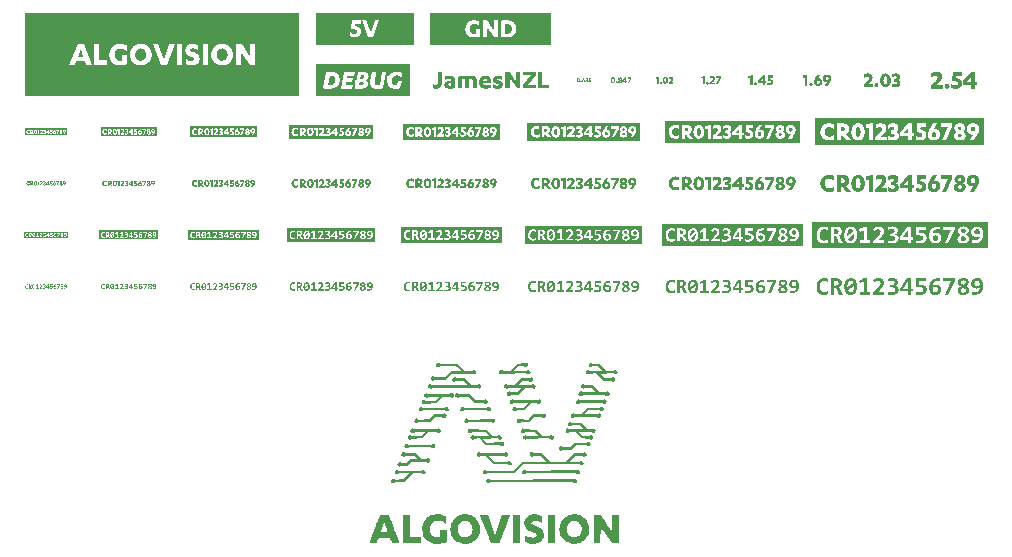
<source format=gto>
G04*
G04 #@! TF.GenerationSoftware,Altium Limited,Altium Designer,23.8.1 (32)*
G04*
G04 Layer_Color=65535*
%FSLAX25Y25*%
%MOIN*%
G70*
G04*
G04 #@! TF.SameCoordinates,0DE2839E-6DB8-40D6-88C8-AA8B4B5F9229*
G04*
G04*
G04 #@! TF.FilePolarity,Positive*
G04*
G01*
G75*
G36*
X176940Y85272D02*
X177259Y85069D01*
X177404Y84750D01*
X177346Y84228D01*
X177230Y84112D01*
X177201Y84025D01*
X177085Y83967D01*
X176795Y83851D01*
X176332Y83909D01*
X176129Y84054D01*
X176100Y84141D01*
X174186Y84083D01*
X172650Y82547D01*
X176911Y82518D01*
X176998Y82605D01*
X177027Y82692D01*
X177143Y82750D01*
X177433Y82866D01*
X177897Y82808D01*
X178216Y82489D01*
X178274Y82257D01*
X178216Y81793D01*
X178013Y81532D01*
X177897Y81474D01*
X177607Y81358D01*
X177230Y81445D01*
X177027Y81590D01*
X176911Y81706D01*
X169026Y81648D01*
X168852Y81474D01*
X168446Y81358D01*
X168069Y81503D01*
X167982Y81590D01*
X167895Y81619D01*
X167837Y81735D01*
X167721Y82025D01*
X167779Y82431D01*
X168040Y82750D01*
X168330Y82866D01*
X168794Y82808D01*
X168910Y82750D01*
X168939Y82721D01*
X169142Y82518D01*
X171519Y82576D01*
X173954Y85011D01*
X176100Y85069D01*
X176216Y85185D01*
X176505Y85301D01*
X176708Y85330D01*
X176940Y85272D01*
D02*
G37*
G36*
X198539Y85301D02*
X198829Y85127D01*
X198945Y85011D01*
X201148Y84953D01*
X203583Y82518D01*
X205961Y82576D01*
X206192Y82808D01*
X206424Y82866D01*
X206888Y82808D01*
X207149Y82605D01*
X207265Y82315D01*
X207294Y82054D01*
X207236Y81822D01*
X206946Y81474D01*
X206540Y81358D01*
X206164Y81503D01*
X205990Y81619D01*
X205961Y81706D01*
X201351Y81677D01*
X202945Y80083D01*
X205033Y80141D01*
X205265Y80373D01*
X205671Y80431D01*
X205961Y80373D01*
X206279Y80112D01*
X206396Y79706D01*
X206309Y79387D01*
X206164Y79184D01*
X206019Y79039D01*
X205613Y78923D01*
X205236Y79068D01*
X205033Y79271D01*
X202540Y79329D01*
X200162Y81706D01*
X198017Y81648D01*
X197843Y81474D01*
X197437Y81358D01*
X197060Y81503D01*
X196828Y81735D01*
X196712Y82025D01*
X196770Y82431D01*
X197031Y82750D01*
X197321Y82866D01*
X197843Y82808D01*
X198133Y82518D01*
X202337Y82547D01*
X202279Y82663D01*
X200742Y84199D01*
X198945Y84141D01*
X198887Y84083D01*
X198858Y84054D01*
X198713Y83909D01*
X198307Y83851D01*
X197959Y83909D01*
X197698Y84170D01*
X197582Y84460D01*
X197640Y84924D01*
X197959Y85243D01*
X198191Y85301D01*
X198365Y85359D01*
X198539Y85301D01*
D02*
G37*
G36*
X147688D02*
X147978Y85127D01*
X148094Y85011D01*
X153834Y84953D01*
X156270Y82518D01*
X158879Y82576D01*
X158995Y82692D01*
X159285Y82808D01*
X159488Y82837D01*
X159720Y82779D01*
X160010Y82605D01*
X160067Y82489D01*
X160184Y82199D01*
X160126Y81735D01*
X160010Y81619D01*
X159980Y81532D01*
X159865Y81474D01*
X159575Y81358D01*
X159111Y81416D01*
X158763Y81648D01*
X151863Y81590D01*
X149950Y79677D01*
X146297Y79619D01*
X146123Y79445D01*
X145717Y79329D01*
X145340Y79474D01*
X145050Y79764D01*
X144992Y80170D01*
X145050Y80401D01*
X145311Y80720D01*
X145601Y80836D01*
X146065Y80778D01*
X146384Y80518D01*
X149602Y80489D01*
X151631Y82518D01*
X155081Y82547D01*
X153921Y83706D01*
X153892Y83736D01*
X153428Y84199D01*
X148094Y84141D01*
X147862Y83909D01*
X147456Y83851D01*
X147108Y83909D01*
X146847Y84170D01*
X146731Y84460D01*
X146790Y84924D01*
X147108Y85243D01*
X147340Y85301D01*
X147514Y85359D01*
X147688Y85301D01*
D02*
G37*
G36*
X178767Y80373D02*
X179086Y80054D01*
X179144Y79648D01*
X179086Y79358D01*
X178970Y79242D01*
X178912Y79126D01*
X178651Y78981D01*
X178419Y78923D01*
X178187Y78981D01*
X177897Y79155D01*
X177781Y79271D01*
X175462Y79213D01*
X174099Y77850D01*
X178593Y77821D01*
X178825Y78053D01*
X179231Y78169D01*
X179550Y78082D01*
X179637Y77995D01*
X179753Y77937D01*
X179840Y77850D01*
X179955Y77560D01*
X179897Y77096D01*
X179637Y76778D01*
X179347Y76662D01*
X178883Y76720D01*
X178767Y76836D01*
X178680Y76865D01*
X178622Y76981D01*
X176332Y77010D01*
X173954Y74632D01*
X171635Y74574D01*
X171403Y74342D01*
X170997Y74284D01*
X170707Y74342D01*
X170388Y74661D01*
X170330Y74893D01*
X170388Y75415D01*
X170649Y75676D01*
X171055Y75792D01*
X171374Y75705D01*
X171577Y75560D01*
X171693Y75444D01*
X173664Y75502D01*
X175143Y76981D01*
X170823Y77010D01*
X170591Y76778D01*
X170301Y76662D01*
X169837Y76720D01*
X169519Y76981D01*
X169403Y77386D01*
X169461Y77734D01*
X169837Y78111D01*
X170243Y78169D01*
X170649Y77937D01*
X170765Y77821D01*
X172969Y77879D01*
X175172Y80083D01*
X176621D01*
X177781Y80141D01*
X177897Y80257D01*
X178013Y80314D01*
X178303Y80431D01*
X178767Y80373D01*
D02*
G37*
G36*
X153255D02*
X153574Y80112D01*
X154762Y80083D01*
X154820D01*
X156386Y80025D01*
X158589Y77821D01*
X160560Y77879D01*
X160734Y78053D01*
X161024Y78169D01*
X161430Y78111D01*
X161546Y77995D01*
X161662Y77937D01*
X161749Y77850D01*
X161865Y77560D01*
X161807Y77096D01*
X161546Y76778D01*
X161256Y76662D01*
X160792Y76720D01*
X160676Y76836D01*
X160589Y76865D01*
X160531Y76981D01*
X145485Y77010D01*
X145398Y76923D01*
X145369Y76836D01*
X145253Y76778D01*
X144963Y76662D01*
X144557Y76720D01*
X144238Y76981D01*
X144122Y77271D01*
X144180Y77734D01*
X144441Y78053D01*
X144847Y78169D01*
X145137Y78111D01*
X145456Y77850D01*
X157371Y77821D01*
X157400Y77850D01*
X155980Y79271D01*
X153487Y79213D01*
X153313Y79039D01*
X152907Y78923D01*
X152530Y79068D01*
X152298Y79300D01*
X152182Y79590D01*
X152240Y79996D01*
X152501Y80314D01*
X152791Y80431D01*
X153255Y80373D01*
D02*
G37*
G36*
X196133Y78082D02*
X196510Y77821D01*
X199003Y77763D01*
X201322Y75444D01*
X203293Y75502D01*
X203409Y75618D01*
X203525Y75676D01*
X203815Y75792D01*
X204163Y75734D01*
X204482Y75473D01*
X204598Y75183D01*
X204656Y75009D01*
X204598Y74835D01*
X204395Y74458D01*
X204279Y74400D01*
X203989Y74284D01*
X203525Y74342D01*
X203235Y74632D01*
X195582Y74574D01*
X195350Y74342D01*
X194944Y74284D01*
X194654Y74342D01*
X194393Y74545D01*
X194335Y74661D01*
X194219Y74951D01*
X194277Y75299D01*
X194538Y75618D01*
X194944Y75792D01*
X195292Y75734D01*
X195408Y75618D01*
X195524Y75560D01*
X195582Y75444D01*
X200133Y75473D01*
X198597Y77010D01*
X196394Y76952D01*
X196162Y76720D01*
X195930Y76662D01*
X195466Y76720D01*
X195147Y77039D01*
X195089Y77271D01*
Y77444D01*
Y77502D01*
X195147Y77734D01*
X195408Y78053D01*
X195814Y78169D01*
X196133Y78082D01*
D02*
G37*
G36*
X152327Y75038D02*
X152588Y74835D01*
X152704Y74545D01*
X152646Y74023D01*
X152327Y73704D01*
X152095Y73647D01*
X151631Y73704D01*
X151515Y73821D01*
X151428Y73849D01*
X151370Y73966D01*
X148964Y73994D01*
X148239Y73270D01*
X148181Y73154D01*
X146847Y71820D01*
X146818Y71733D01*
X143224Y71675D01*
X143166Y71559D01*
X143050Y71501D01*
X142760Y71385D01*
X142354Y71443D01*
X142035Y71704D01*
X141919Y71994D01*
X141977Y72458D01*
X142180Y72719D01*
X142296Y72777D01*
X142586Y72893D01*
X142934Y72835D01*
X143253Y72574D01*
X146413Y72545D01*
X146847Y72980D01*
X146877Y73009D01*
X147775Y73908D01*
X147746Y73994D01*
X144151Y73936D01*
X143977Y73763D01*
X143687Y73647D01*
X143166Y73704D01*
X142847Y74023D01*
X142789Y74429D01*
X142847Y74719D01*
X142963Y74835D01*
X143021Y74951D01*
X143514Y75154D01*
X143832Y75067D01*
X144035Y74922D01*
X144151Y74806D01*
X151399Y74864D01*
X151573Y75038D01*
X152037Y75154D01*
X152327Y75038D01*
D02*
G37*
G36*
X203206Y73038D02*
X203293Y72951D01*
X203409Y72893D01*
X203496Y72806D01*
X203612Y72516D01*
X203554Y71994D01*
X203235Y71675D01*
X203004Y71617D01*
X202540Y71675D01*
X202424Y71791D01*
X202337Y71820D01*
X202279Y71936D01*
X194712Y71965D01*
X194422Y71675D01*
X194016Y71617D01*
X193726Y71675D01*
X193465Y71878D01*
X193407Y71994D01*
X193291Y72284D01*
X193349Y72632D01*
X193610Y72951D01*
X194016Y73125D01*
X194335Y73038D01*
X194538Y72893D01*
X194654Y72777D01*
X201960D01*
X202308Y72835D01*
X202482Y73009D01*
X202888Y73125D01*
X203206Y73038D01*
D02*
G37*
G36*
X181260Y73067D02*
X181579Y72806D01*
X181695Y72690D01*
X181753Y72284D01*
X181695Y72052D01*
X181434Y71733D01*
X181144Y71617D01*
X180680Y71675D01*
X180419Y71878D01*
X180390Y71965D01*
X178477Y71907D01*
X175984Y69414D01*
X173606Y69356D01*
X173432Y69182D01*
X173143Y69066D01*
X172679Y69124D01*
X172563Y69240D01*
X172447Y69298D01*
X172302Y69559D01*
X172244Y69791D01*
X172302Y70081D01*
X172563Y70399D01*
X172679Y70516D01*
X173084Y70574D01*
X173374Y70458D01*
X173722Y70226D01*
X175694Y70284D01*
X177346Y71936D01*
X172679Y71965D01*
X172592Y71878D01*
X172563Y71791D01*
X172447Y71733D01*
X172157Y71617D01*
X171693Y71675D01*
X171374Y71994D01*
X171316Y72400D01*
X171374Y72690D01*
X171577Y72951D01*
X171693Y73009D01*
X171983Y73125D01*
X172331Y73067D01*
X172476Y72980D01*
X172505Y72951D01*
X172679Y72777D01*
X180448Y72835D01*
X180622Y73009D01*
X181028Y73125D01*
X181260Y73067D01*
D02*
G37*
G36*
X154211Y75067D02*
X154414Y74922D01*
X154530Y74806D01*
X158241Y74748D01*
X160212Y72777D01*
X162706Y72835D01*
X162880Y73009D01*
X163286Y73125D01*
X163662Y72980D01*
X163894Y72748D01*
X164010Y72458D01*
X163952Y72052D01*
X163691Y71733D01*
X163401Y71617D01*
X162938Y71675D01*
X162619Y71936D01*
X159836Y71994D01*
X157835Y73994D01*
X156154D01*
X154501Y73966D01*
X154443Y73849D01*
X154066Y73647D01*
X153544Y73704D01*
X153226Y74023D01*
X153168Y74255D01*
X153226Y74719D01*
X153428Y74980D01*
X153544Y75038D01*
X153834Y75154D01*
X154211Y75067D01*
D02*
G37*
G36*
X164561Y70516D02*
X164677Y70399D01*
X164793Y70342D01*
X164938Y70081D01*
X164996Y69849D01*
X164938Y69501D01*
X164677Y69182D01*
X164387Y69066D01*
X163923Y69124D01*
X163807Y69240D01*
X163691Y69298D01*
X163633Y69414D01*
X156154Y69356D01*
X155980Y69182D01*
X155690Y69066D01*
X155226Y69124D01*
X154907Y69443D01*
X154791Y69849D01*
X154936Y70226D01*
X155168Y70458D01*
X155458Y70574D01*
X155864Y70516D01*
X155980Y70399D01*
X156096Y70342D01*
X156212Y70226D01*
X156850D01*
X163691Y70284D01*
X163749Y70399D01*
X163865Y70458D01*
X164155Y70574D01*
X164561Y70516D01*
D02*
G37*
G36*
X150587D02*
X150906Y70255D01*
X151022Y69965D01*
X150964Y69443D01*
X150703Y69182D01*
X150413Y69066D01*
X149950Y69124D01*
X149660Y69414D01*
X142354Y69356D01*
X142180Y69182D01*
X141890Y69066D01*
X141426Y69124D01*
X141107Y69443D01*
X140991Y69849D01*
X141136Y70226D01*
X141368Y70458D01*
X141658Y70574D01*
X142064Y70516D01*
X142383Y70255D01*
X144963Y70226D01*
X145021D01*
X149718Y70284D01*
X149892Y70458D01*
X150181Y70574D01*
X150587Y70516D01*
D02*
G37*
G36*
X202250D02*
X202366Y70399D01*
X202453Y70371D01*
X202511Y70255D01*
X202627Y70139D01*
X202685Y69733D01*
X202569Y69443D01*
X202424Y69240D01*
X202308Y69182D01*
X202018Y69066D01*
X201612Y69124D01*
X201496Y69240D01*
X201380Y69298D01*
X201322Y69414D01*
X197553Y69356D01*
X196307Y68109D01*
X200510Y68080D01*
X200742Y68312D01*
X201206Y68428D01*
X201612Y68196D01*
X201757Y68051D01*
X201873Y67761D01*
X201815Y67356D01*
X201554Y67037D01*
X201438Y66979D01*
X201264Y66921D01*
X200742Y66979D01*
X200452Y67269D01*
X193031Y67211D01*
X192857Y67037D01*
X192567Y66921D01*
X192045Y66979D01*
X191726Y67298D01*
X191668Y67703D01*
X191726Y67993D01*
X191842Y68109D01*
X191871Y68196D01*
X191987Y68254D01*
X192393Y68428D01*
X192625Y68370D01*
X192915Y68196D01*
X193031Y68080D01*
X195176Y68138D01*
X197263Y70226D01*
X198365D01*
X201351Y70255D01*
X201409Y70371D01*
X201670Y70516D01*
X201902Y70574D01*
X202250Y70516D01*
D02*
G37*
G36*
X182884Y68370D02*
X183174Y68196D01*
X183318Y68051D01*
X183434Y67645D01*
X183347Y67326D01*
X183203Y67124D01*
X183115Y67037D01*
X182826Y66921D01*
X182304Y66979D01*
X182014Y67269D01*
X179521Y67211D01*
X177839Y65529D01*
X175027Y65500D01*
X174969Y65384D01*
X174708Y65239D01*
X174476Y65181D01*
X174186Y65239D01*
X173867Y65500D01*
X173693Y65906D01*
X173751Y66254D01*
X173867Y66370D01*
X173925Y66486D01*
X174012Y66573D01*
X174302Y66689D01*
X174766Y66631D01*
X175085Y66370D01*
X177491Y66341D01*
X177665Y66515D01*
X177694Y66544D01*
X179231Y68080D01*
X182130Y68138D01*
X182304Y68312D01*
X182710Y68428D01*
X182884Y68370D01*
D02*
G37*
G36*
X149834D02*
X150153Y68051D01*
X150268Y67761D01*
X150210Y67356D01*
X150094Y67239D01*
X150037Y67124D01*
X149776Y66979D01*
X149544Y66921D01*
X149196Y66979D01*
X148877Y67239D01*
X146587Y67269D01*
X144847Y65529D01*
X140846Y65471D01*
X140730Y65355D01*
X140614Y65297D01*
X140324Y65181D01*
X139977Y65239D01*
X139658Y65500D01*
X139600Y65616D01*
X139542Y65790D01*
X139600Y66312D01*
X139716Y66428D01*
X139745Y66515D01*
X139861Y66573D01*
X140035Y66689D01*
X140093D01*
X140614Y66631D01*
X140904Y66341D01*
X144557Y66399D01*
X146239Y68080D01*
X148935Y68109D01*
X148993Y68225D01*
X149254Y68370D01*
X149486Y68428D01*
X149834Y68370D01*
D02*
G37*
G36*
X166069Y66631D02*
X166388Y66370D01*
X166504Y66080D01*
X166446Y65616D01*
X166330Y65500D01*
X166301Y65413D01*
X166185Y65355D01*
X165779Y65181D01*
X165460Y65268D01*
X165257Y65413D01*
X165141Y65529D01*
X161836D01*
X157545Y65471D01*
X157429Y65355D01*
X157313Y65297D01*
X157023Y65181D01*
X156676Y65239D01*
X156357Y65500D01*
X156299Y65616D01*
X156241Y65790D01*
X156299Y66312D01*
X156415Y66428D01*
X156444Y66515D01*
X156560Y66573D01*
X156850Y66689D01*
X157313Y66631D01*
X157603Y66341D01*
X165141Y66399D01*
X165315Y66573D01*
X165605Y66689D01*
X166069Y66631D01*
D02*
G37*
G36*
X191697Y65529D02*
X192016Y65268D01*
X195205Y65210D01*
X197379Y63036D01*
X198655Y63094D01*
X198829Y63268D01*
X199119Y63384D01*
X199524Y63326D01*
X199844Y63065D01*
X199959Y62775D01*
X199901Y62311D01*
X199641Y61992D01*
X199351Y61876D01*
X199003Y61934D01*
X198945D01*
X198829Y61992D01*
X198597Y62224D01*
X194393Y62195D01*
X195756Y60832D01*
X197843Y60890D01*
X197901Y61006D01*
X198017Y61064D01*
X198307Y61180D01*
X198713Y61122D01*
X199032Y60861D01*
X199148Y60456D01*
X199090Y60108D01*
X198829Y59789D01*
X198539Y59673D01*
X198075Y59731D01*
X197959Y59847D01*
X197872Y59876D01*
X197814Y59992D01*
X195379Y60050D01*
X193204Y62224D01*
X191233Y62166D01*
X191059Y61992D01*
X190769Y61876D01*
X190305Y61934D01*
X189986Y62253D01*
X189928Y62485D01*
X189986Y63007D01*
X190247Y63268D01*
X190537Y63384D01*
X190943Y63326D01*
X191262Y63065D01*
X196162Y63036D01*
X196191Y63065D01*
X194828Y64427D01*
X191987Y64369D01*
X191755Y64138D01*
X191349Y64079D01*
X191117Y64138D01*
X190798Y64398D01*
X190682Y64688D01*
X190740Y65152D01*
X191001Y65471D01*
X191407Y65587D01*
X191697Y65529D01*
D02*
G37*
G36*
X147978Y63326D02*
X148094Y63210D01*
X148181Y63181D01*
X148239Y63065D01*
X148355Y62949D01*
X148413Y62543D01*
X148297Y62253D01*
X148152Y62050D01*
X148036Y61992D01*
X147746Y61876D01*
X147340Y61934D01*
X147224Y62050D01*
X147108Y62108D01*
X147050Y62224D01*
X144151Y62166D01*
X143340Y61354D01*
X143311Y61325D01*
X142006Y60021D01*
X138701Y59963D01*
X138469Y59731D01*
X138237Y59673D01*
X137773Y59731D01*
X137657Y59847D01*
X137570Y59876D01*
X137512Y59992D01*
X137396Y60282D01*
X137454Y60746D01*
X137715Y61064D01*
X138179Y61180D01*
X138701Y60890D01*
X138875Y60832D01*
X141716Y60890D01*
X143021Y62195D01*
X139629Y62224D01*
X139397Y61992D01*
X139107Y61876D01*
X138643Y61934D01*
X138324Y62253D01*
X138208Y62659D01*
X138353Y63036D01*
X138585Y63268D01*
X138875Y63384D01*
X139281Y63326D01*
X139600Y63065D01*
X147050Y63036D01*
X147166Y63210D01*
X147282Y63268D01*
X147572Y63384D01*
X147978Y63326D01*
D02*
G37*
G36*
X175984D02*
X176303Y63065D01*
X180129Y63007D01*
X182304Y60832D01*
X184681Y60890D01*
X184855Y61064D01*
X185319Y61180D01*
X185725Y60948D01*
X185928Y60746D01*
X185986Y60340D01*
X185928Y60108D01*
X185667Y59789D01*
X185377Y59673D01*
X184855Y59731D01*
X184565Y60021D01*
X177143Y59963D01*
X176911Y59731D01*
X176680Y59673D01*
X176216Y59731D01*
X175897Y59992D01*
X175781Y60398D01*
X175839Y60688D01*
X176100Y61006D01*
X176505Y61180D01*
X176737Y61122D01*
X177027Y60948D01*
X177143Y60832D01*
X181115Y60861D01*
X179753Y62224D01*
X176274Y62166D01*
X176042Y61934D01*
X175636Y61876D01*
X175404Y61934D01*
X175085Y62195D01*
X175056Y62282D01*
X175027Y62311D01*
X174969Y62543D01*
X175027Y62949D01*
X175288Y63268D01*
X175578Y63384D01*
X175984Y63326D01*
D02*
G37*
G36*
X158473D02*
X158792Y63065D01*
X163720Y63007D01*
X165895Y60832D01*
X167344Y60890D01*
X167576Y61122D01*
X167982Y61180D01*
X168214Y61122D01*
X168533Y60861D01*
X168649Y60571D01*
X168591Y60108D01*
X168330Y59789D01*
X168040Y59673D01*
X167576Y59731D01*
X167547Y59760D01*
X167518Y59789D01*
X167286Y60021D01*
X162387Y59992D01*
X163749Y58629D01*
X168214Y58687D01*
X168388Y58861D01*
X168794Y58977D01*
X169026Y58919D01*
X169142Y58861D01*
X169345Y58716D01*
X169403Y58600D01*
X169519Y58310D01*
X169461Y57846D01*
X169142Y57527D01*
X168910Y57469D01*
X168446Y57527D01*
X168127Y57788D01*
X163373Y57846D01*
X161981Y59238D01*
X161923Y59354D01*
X161256Y60021D01*
X159546Y59992D01*
X159488Y59876D01*
X159111Y59673D01*
X158647Y59731D01*
X158531Y59847D01*
X158415Y59905D01*
X158270Y60166D01*
X158212Y60398D01*
X158270Y60746D01*
X158386Y60861D01*
X158444Y60977D01*
X158705Y61122D01*
X158937Y61180D01*
X159285Y61122D01*
X159401Y61006D01*
X159517Y60948D01*
X159575Y60832D01*
X164706Y60861D01*
X163344Y62224D01*
X158763Y62166D01*
X158589Y61992D01*
X158299Y61876D01*
X157835Y61934D01*
X157516Y62253D01*
X157400Y62659D01*
X157545Y63036D01*
X157777Y63268D01*
X158067Y63384D01*
X158473Y63326D01*
D02*
G37*
G36*
X146123Y58223D02*
X146239Y58107D01*
X146326Y58078D01*
X146384Y57962D01*
X146500Y57672D01*
X146558Y57499D01*
X146500Y57324D01*
X146326Y57035D01*
X146181Y56890D01*
X145775Y56774D01*
X145456Y56861D01*
X145369Y56948D01*
X145253Y57006D01*
X145137Y57122D01*
X137599Y57064D01*
X137483Y56948D01*
X137367Y56890D01*
X137077Y56774D01*
X136730Y56832D01*
X136411Y57093D01*
X136237Y57499D01*
X136324Y57817D01*
X136498Y58107D01*
X136614Y58165D01*
X136904Y58281D01*
X137367Y58223D01*
X137599Y57991D01*
X137628Y57962D01*
X145137Y57933D01*
X145427Y58223D01*
X145833Y58281D01*
X146123Y58223D01*
D02*
G37*
G36*
X197988Y58832D02*
X198220Y58600D01*
X198336Y58136D01*
X198278Y57962D01*
X198220Y57846D01*
X198017Y57585D01*
X197727Y57469D01*
X197205Y57527D01*
X196915Y57817D01*
X193320Y57759D01*
X191813Y56252D01*
X189146Y56194D01*
X188972Y56020D01*
X188566Y55904D01*
X188247Y55991D01*
X188044Y56136D01*
X188015Y56165D01*
X187841Y56571D01*
X187899Y57035D01*
X188218Y57354D01*
X188450Y57411D01*
X188914Y57354D01*
X189204Y57064D01*
X191523Y57122D01*
X193031Y58629D01*
X197002Y58658D01*
X197060Y58774D01*
X197379Y58919D01*
X197611Y58977D01*
X197988Y58832D01*
D02*
G37*
G36*
X170417Y55440D02*
X170736Y55179D01*
X170852Y54889D01*
X170794Y54367D01*
X170533Y54106D01*
X170243Y53991D01*
X169837Y54049D01*
X169519Y54309D01*
X164503Y54338D01*
X164474Y54309D01*
X166533Y52251D01*
X170649Y52309D01*
X170881Y52541D01*
X171287Y52599D01*
X171577Y52541D01*
X171896Y52280D01*
X172012Y51874D01*
X171954Y51584D01*
X171693Y51265D01*
X171287Y51091D01*
X170968Y51178D01*
X170765Y51323D01*
X170649Y51439D01*
X166127Y51497D01*
X163286Y54338D01*
X161604Y54280D01*
X161430Y54106D01*
X161140Y53991D01*
X160734Y54049D01*
X160415Y54309D01*
X160299Y54599D01*
X160357Y55121D01*
X160618Y55382D01*
X160908Y55498D01*
X161372Y55440D01*
X161662Y55150D01*
X164793D01*
X169548Y55208D01*
X169722Y55382D01*
X170011Y55498D01*
X170417Y55440D01*
D02*
G37*
G36*
X178999D02*
X179289Y55150D01*
X182188Y55092D01*
X184971Y52309D01*
X185203Y52251D01*
X189957Y52309D01*
X192799Y55150D01*
X195698Y55208D01*
X195814Y55324D01*
X196104Y55440D01*
X196567Y55382D01*
X196886Y55121D01*
X197002Y54715D01*
X196944Y54367D01*
X196625Y54049D01*
X196220Y53932D01*
X195843Y54078D01*
X195640Y54280D01*
X193494Y54338D01*
X193088Y54280D01*
X191697Y52889D01*
X191668Y52860D01*
X191088Y52280D01*
X194538Y52251D01*
X194828Y52541D01*
X195060Y52599D01*
X195524Y52541D01*
X195785Y52338D01*
X195901Y52048D01*
X195930Y51787D01*
X195872Y51555D01*
X195727Y51352D01*
X195582Y51207D01*
X195176Y51091D01*
X194944Y51149D01*
X194828Y51207D01*
X194625Y51352D01*
X194596Y51439D01*
X175636Y51381D01*
X172737Y48482D01*
X163749Y48424D01*
X163517Y48192D01*
X163112Y48134D01*
X162793Y48221D01*
X162706Y48308D01*
X162619Y48337D01*
X162561Y48453D01*
X162445Y48743D01*
X162387Y48917D01*
X162445Y49091D01*
X162619Y49381D01*
X162764Y49526D01*
X163054Y49642D01*
X163460Y49584D01*
X163778Y49323D01*
X172389Y49294D01*
X175346Y52251D01*
X183840Y52280D01*
X181782Y54338D01*
X179231Y54280D01*
X179057Y54106D01*
X178767Y53991D01*
X178361Y54049D01*
X178042Y54309D01*
X177926Y54599D01*
X177984Y55063D01*
X178245Y55382D01*
X178535Y55498D01*
X178999Y55440D01*
D02*
G37*
G36*
X136266D02*
X136556Y55150D01*
X140035Y55092D01*
X142006Y53121D01*
X143456Y53179D01*
X143514Y53295D01*
X143630Y53353D01*
X143919Y53469D01*
X144325Y53411D01*
X144644Y53150D01*
X144760Y52744D01*
X144702Y52396D01*
X144441Y52077D01*
X144151Y51961D01*
X143687Y52019D01*
X143571Y52135D01*
X143484Y52164D01*
X143427Y52280D01*
X138411Y52309D01*
X137077Y50975D01*
X135193Y50946D01*
X135135Y50831D01*
X134874Y50686D01*
X134642Y50627D01*
X134323Y50714D01*
X134120Y50859D01*
X133975Y51004D01*
X133859Y51468D01*
X134149Y51990D01*
X134468Y52135D01*
X134990Y52077D01*
X135280Y51787D01*
X136788Y51845D01*
X138063Y53121D01*
X140817Y53150D01*
X139629Y54338D01*
X136498Y54280D01*
X136324Y54106D01*
X136034Y53991D01*
X135628Y54049D01*
X135367Y54251D01*
X135338Y54280D01*
X135193Y54599D01*
X135251Y55063D01*
X135512Y55382D01*
X135802Y55498D01*
X136266Y55440D01*
D02*
G37*
G36*
X194364Y49584D02*
X194683Y49323D01*
X194799Y49033D01*
X194741Y48511D01*
X194480Y48250D01*
X194190Y48134D01*
X193726Y48192D01*
X193436Y48482D01*
X183521D01*
X176737Y48424D01*
X176564Y48250D01*
X176274Y48134D01*
X175810Y48192D01*
X175694Y48308D01*
X175578Y48366D01*
X175433Y48627D01*
X175375Y48859D01*
X175462Y49178D01*
X175607Y49381D01*
X175752Y49526D01*
X176042Y49642D01*
X176447Y49584D01*
X176564Y49468D01*
X176680Y49410D01*
X176737Y49294D01*
X193494Y49352D01*
X193668Y49526D01*
X193958Y49642D01*
X194364Y49584D01*
D02*
G37*
G36*
X142876D02*
X143195Y49323D01*
X143369Y48917D01*
X143282Y48540D01*
X143195Y48453D01*
X143137Y48337D01*
X142760Y48134D01*
X142296Y48192D01*
X141977Y48453D01*
X139107Y48482D01*
X138179Y47554D01*
X138150Y47526D01*
X136092Y45467D01*
X133077Y45409D01*
X132961Y45293D01*
X132845Y45235D01*
X132671Y45177D01*
X132439Y45119D01*
X132265Y45177D01*
X132149Y45235D01*
X131888Y45438D01*
X131772Y45728D01*
X131830Y46250D01*
X131946Y46366D01*
X131975Y46453D01*
X132091Y46511D01*
X132381Y46627D01*
X132845Y46569D01*
X132961Y46453D01*
X133048Y46424D01*
X133077Y46337D01*
X135860Y46395D01*
X137918Y48453D01*
X134294Y48482D01*
X134004Y48192D01*
X133598Y48134D01*
X133367Y48192D01*
X133048Y48453D01*
X132932Y48743D01*
X132990Y49207D01*
X133251Y49526D01*
X133657Y49642D01*
X133946Y49584D01*
X134265Y49323D01*
X142006Y49294D01*
X142122Y49468D01*
X142238Y49526D01*
X142528Y49642D01*
X142876Y49584D01*
D02*
G37*
G36*
X193320Y46569D02*
X193581Y46308D01*
X193697Y46018D01*
X193639Y45612D01*
X193378Y45293D01*
X192973Y45119D01*
X192741Y45177D01*
X192451Y45351D01*
X192335Y45467D01*
X164793Y45409D01*
X164619Y45235D01*
X164155Y45119D01*
X163749Y45351D01*
X163604Y45496D01*
X163488Y45786D01*
X163546Y46192D01*
X163807Y46511D01*
X163923Y46569D01*
X164097Y46627D01*
X164619Y46569D01*
X164851Y46337D01*
X165547D01*
X192393Y46395D01*
X192509Y46511D01*
X192799Y46627D01*
X193320Y46569D01*
D02*
G37*
G36*
X180448Y34682D02*
X180622Y34624D01*
X180999Y34537D01*
X181637Y34306D01*
X182101Y34074D01*
X182072Y31725D01*
X181318Y32247D01*
X180796Y32479D01*
X180390Y32595D01*
X180158Y32653D01*
X179405Y32711D01*
X178941Y32595D01*
X178622Y32334D01*
X178506Y31928D01*
X178564Y31696D01*
X178622Y31580D01*
X178651Y31551D01*
X178709Y31435D01*
X178825Y31377D01*
X179463Y31087D01*
X180274Y30856D01*
X180825Y30653D01*
X181115Y30537D01*
X181579Y30247D01*
X181782Y30102D01*
X182043Y29899D01*
X182101Y29783D01*
X182217Y29667D01*
X182275Y29551D01*
X182565Y28913D01*
X182652Y28420D01*
X182681Y27464D01*
X182623Y27290D01*
X182565Y26942D01*
X182159Y26188D01*
X181898Y25869D01*
X181318Y25463D01*
X181202Y25405D01*
X180680Y25173D01*
X180361Y25086D01*
X180071Y25028D01*
X179724Y24970D01*
X178361Y24941D01*
X178187Y24999D01*
X177636Y25086D01*
X176824Y25376D01*
X176361Y25608D01*
X176390Y27956D01*
X176795Y27667D01*
X176911Y27608D01*
X177781Y27203D01*
X178187Y27087D01*
X178593Y27029D01*
X179115Y26971D01*
X179289Y27029D01*
X179811Y27087D01*
X180187Y27348D01*
X180303Y27637D01*
X180245Y28159D01*
X180100Y28362D01*
X179984Y28420D01*
X179463Y28652D01*
X178651Y28884D01*
X177926Y29145D01*
X177143Y29580D01*
X176651Y30073D01*
X176593Y30189D01*
X176303Y30827D01*
X176187Y31522D01*
X176245Y32566D01*
X176303Y32740D01*
X176447Y33117D01*
X176737Y33581D01*
X177259Y34103D01*
X177375Y34161D01*
X177723Y34392D01*
X178100Y34537D01*
X178419Y34624D01*
X178651Y34682D01*
X179231Y34740D01*
X180448Y34682D01*
D02*
G37*
G36*
X148326D02*
X148500Y34624D01*
X148877Y34537D01*
X149515Y34306D01*
X150007Y34045D01*
X150037Y31638D01*
X149950Y31609D01*
X149718Y31841D01*
X149602Y31899D01*
X149254Y32131D01*
X148732Y32363D01*
X148036Y32537D01*
X147456Y32595D01*
X146471Y32537D01*
X146181Y32421D01*
X145659Y32131D01*
X145340Y31870D01*
X144934Y31290D01*
X144702Y30537D01*
X144644Y29957D01*
X144702Y29029D01*
X144760Y28855D01*
X144905Y28478D01*
X144934Y28449D01*
X145224Y27927D01*
X145717Y27435D01*
X146355Y27145D01*
X146818Y27029D01*
X148036Y27087D01*
X148094Y29580D01*
X150384Y29551D01*
X150326Y25608D01*
X150066Y25463D01*
X149660Y25289D01*
X149254Y25173D01*
X148790Y25057D01*
X148210Y24999D01*
X147978Y24941D01*
X146065Y24999D01*
X145891Y25057D01*
X145514Y25144D01*
X145282Y25202D01*
X144702Y25434D01*
X144122Y25782D01*
X143774Y26014D01*
X143137Y26652D01*
X143079Y26768D01*
X142963Y26884D01*
X142905Y27000D01*
X142441Y27985D01*
X142267Y28681D01*
X142151Y29841D01*
X142238Y30740D01*
X142296Y31087D01*
X142354Y31319D01*
X142441Y31638D01*
X142615Y32044D01*
X142963Y32682D01*
X143369Y33204D01*
X143861Y33697D01*
X143977Y33755D01*
X144093Y33871D01*
X144209Y33929D01*
X144557Y34161D01*
X145195Y34450D01*
X145427Y34508D01*
X145833Y34624D01*
X146645Y34740D01*
X148326Y34682D01*
D02*
G37*
G36*
X207758Y34566D02*
X207787Y25144D01*
X205497Y25115D01*
X205410Y25202D01*
X205352Y25318D01*
X204772Y26130D01*
X204714Y26246D01*
X204598Y26362D01*
X204540Y26478D01*
X203960Y27290D01*
X203902Y27406D01*
X203322Y28217D01*
X203264Y28333D01*
X203149Y28449D01*
X203091Y28565D01*
X202511Y29377D01*
X202453Y29493D01*
X201873Y30305D01*
X201815Y30421D01*
X201699Y30537D01*
X201641Y30653D01*
X201612Y30682D01*
X201554Y25115D01*
X199264Y25144D01*
X199293Y34624D01*
X201670Y34566D01*
X201757Y34479D01*
X201815Y34363D01*
X202105Y33958D01*
X202163Y33842D01*
X202453Y33436D01*
X202685Y33030D01*
X202975Y32624D01*
X203032Y32508D01*
X203322Y32102D01*
X203380Y31986D01*
X203670Y31580D01*
X203902Y31174D01*
X204192Y30769D01*
X204250Y30653D01*
X204540Y30247D01*
X204598Y30131D01*
X204888Y29725D01*
X205120Y29319D01*
X205439Y28884D01*
X205468Y29435D01*
Y29493D01*
X205497Y34624D01*
X207758Y34566D01*
D02*
G37*
G36*
X171432Y34421D02*
X171258Y34016D01*
X171113Y33639D01*
X170881Y33001D01*
X170359Y31609D01*
X170127Y30972D01*
X169606Y29580D01*
X169577Y29551D01*
Y29493D01*
X169432Y29116D01*
X169200Y28478D01*
X168678Y27087D01*
X168446Y26449D01*
X168098Y25521D01*
X167953Y25144D01*
X165025Y25115D01*
X164503Y26507D01*
X164271Y27145D01*
X163401Y29464D01*
X163170Y30102D01*
X162474Y31957D01*
X162242Y32595D01*
X161546Y34450D01*
X161517Y34537D01*
X161604Y34624D01*
X164097Y34566D01*
X164387Y33755D01*
X166069Y28884D01*
X166504Y27637D01*
X166533Y27608D01*
X167170Y29464D01*
X168852Y34392D01*
X168939Y34595D01*
X171403Y34624D01*
X171432Y34421D01*
D02*
G37*
G36*
X186450Y34537D02*
X186421Y25115D01*
X184014Y25144D01*
Y25318D01*
Y25376D01*
X184072Y34595D01*
X186363Y34624D01*
X186450Y34537D01*
D02*
G37*
G36*
X174795Y34595D02*
X174766Y25115D01*
X172418Y25144D01*
Y34306D01*
Y34363D01*
X172447Y34624D01*
X174795Y34595D01*
D02*
G37*
G36*
X138034Y34537D02*
X138063Y27203D01*
X141629Y27174D01*
X141600Y25115D01*
X135599Y25144D01*
Y32914D01*
Y32972D01*
X135657Y34595D01*
X137947Y34624D01*
X138034Y34537D01*
D02*
G37*
G36*
X130989Y34566D02*
X131105Y34277D01*
X131279Y33813D01*
X131511Y33233D01*
X131685Y32769D01*
X131917Y32189D01*
X132091Y31725D01*
X132323Y31145D01*
X132497Y30682D01*
X132729Y30102D01*
X132903Y29638D01*
X133135Y29058D01*
X133309Y28594D01*
X133540Y28014D01*
X133714Y27551D01*
X133946Y26971D01*
X134120Y26507D01*
X134352Y25927D01*
X134526Y25463D01*
X134642Y25173D01*
X134671Y25144D01*
X132033Y25115D01*
X131917Y25405D01*
X131569Y26391D01*
X131395Y26913D01*
X128554D01*
X127597Y26884D01*
X127481Y26594D01*
X127047Y25405D01*
X126930Y25115D01*
X124408Y25144D01*
X124582Y25550D01*
X124727Y25927D01*
X124959Y26507D01*
X125133Y26971D01*
X125365Y27551D01*
X125539Y28014D01*
X125771Y28594D01*
X125945Y29058D01*
X126177Y29638D01*
X126351Y30102D01*
X126583Y30682D01*
X126757Y31145D01*
X127104Y32015D01*
X127278Y32479D01*
X127510Y33059D01*
X127684Y33523D01*
X127916Y34103D01*
X128090Y34566D01*
X128264Y34624D01*
X130989Y34566D01*
D02*
G37*
G36*
X193900Y34682D02*
X194074Y34624D01*
X194306Y34566D01*
X194857Y34363D01*
X195292Y34161D01*
X195843Y33784D01*
X196046Y33639D01*
X196162Y33523D01*
X196277Y33465D01*
X196712Y33030D01*
X196770Y32914D01*
X196886Y32798D01*
X196944Y32682D01*
X197060Y32566D01*
X197524Y31580D01*
X197698Y30885D01*
X197756Y30479D01*
X197814Y29551D01*
X197756Y29377D01*
X197698Y28681D01*
X197640Y28507D01*
X197582Y28275D01*
X197466Y27985D01*
X197292Y27580D01*
X197234Y27464D01*
X196741Y26739D01*
X196596Y26594D01*
X196538Y26478D01*
X196277Y26217D01*
X196162Y26159D01*
X195930Y25927D01*
X195814Y25869D01*
X195698Y25753D01*
X195582Y25695D01*
X194596Y25231D01*
X194016Y25057D01*
X193204Y24941D01*
X191813Y24999D01*
X191639Y25057D01*
X191407Y25115D01*
X190682Y25376D01*
X189841Y25869D01*
X189725Y25985D01*
X189610Y26043D01*
X188943Y26710D01*
X188885Y26826D01*
X188769Y26942D01*
X188711Y27058D01*
X188566Y27261D01*
X188537Y27290D01*
X188189Y28043D01*
X188073Y28449D01*
X188015Y28681D01*
X187899Y29493D01*
X187957Y30827D01*
X188015Y31001D01*
X188102Y31377D01*
X188276Y31841D01*
X188421Y32160D01*
X188479Y32276D01*
X188856Y32827D01*
X189146Y33175D01*
X189667Y33697D01*
X189784Y33755D01*
X189900Y33871D01*
X190015Y33929D01*
X190363Y34161D01*
X190885Y34392D01*
X191639Y34624D01*
X192045Y34682D01*
X192277Y34740D01*
X193900Y34682D01*
D02*
G37*
G36*
X157545D02*
X157719Y34624D01*
X157951Y34566D01*
X158502Y34363D01*
X159401Y33871D01*
X159517Y33755D01*
X159633Y33697D01*
X159865Y33465D01*
X159980Y33407D01*
X160184Y33204D01*
X160241Y33088D01*
X160473Y32856D01*
X160531Y32740D01*
X160647Y32624D01*
X161169Y31522D01*
X161343Y30827D01*
X161401Y30247D01*
X161343Y28739D01*
X161285Y28565D01*
X161227Y28333D01*
X161024Y27782D01*
X160763Y27290D01*
X160386Y26739D01*
X160067Y26420D01*
X160010Y26304D01*
X159807Y26159D01*
X159575Y25927D01*
X159459Y25869D01*
X159256Y25724D01*
X159227Y25695D01*
X159111Y25637D01*
X158241Y25231D01*
X157835Y25115D01*
X157371Y24999D01*
X156617Y24941D01*
X155458Y24999D01*
X155284Y25057D01*
X155052Y25115D01*
X154327Y25376D01*
X153834Y25637D01*
X153110Y26188D01*
X152530Y26768D01*
X152472Y26884D01*
X152356Y27000D01*
X152298Y27116D01*
X152008Y27580D01*
X151863Y27956D01*
X151718Y28449D01*
X151602Y28913D01*
X151544Y29667D01*
X151602Y30885D01*
X151660Y31058D01*
X151747Y31377D01*
X151979Y32015D01*
X152327Y32595D01*
X152472Y32798D01*
X152733Y33117D01*
X152878Y33262D01*
X152936Y33378D01*
X153139Y33523D01*
X153370Y33755D01*
X153487Y33813D01*
X153892Y34103D01*
X154646Y34450D01*
X155052Y34566D01*
X155516Y34682D01*
X156270Y34740D01*
X157545Y34682D01*
D02*
G37*
G36*
X300195Y181727D02*
X300251Y181722D01*
X300312Y181716D01*
X300378Y181705D01*
X300450Y181694D01*
X300611Y181655D01*
X300695Y181633D01*
X300778Y181600D01*
X300861Y181561D01*
X300944Y181522D01*
X301022Y181472D01*
X301094Y181416D01*
X301100Y181411D01*
X301111Y181400D01*
X301128Y181383D01*
X301155Y181361D01*
X301183Y181328D01*
X301211Y181289D01*
X301244Y181244D01*
X301283Y181189D01*
X301316Y181133D01*
X301350Y181067D01*
X301377Y180995D01*
X301411Y180917D01*
X301433Y180834D01*
X301449Y180745D01*
X301461Y180645D01*
X301466Y180545D01*
Y180534D01*
Y180512D01*
X301461Y180473D01*
X301455Y180423D01*
X301444Y180356D01*
X301427Y180284D01*
X301405Y180207D01*
X301377Y180123D01*
X301339Y180034D01*
X301289Y179940D01*
X301227Y179851D01*
X301161Y179763D01*
X301078Y179674D01*
X300978Y179590D01*
X300867Y179513D01*
X300739Y179446D01*
X300750Y179441D01*
X300772Y179435D01*
X300817Y179419D01*
X300867Y179391D01*
X300928Y179363D01*
X300994Y179324D01*
X301066Y179274D01*
X301144Y179219D01*
X301222Y179152D01*
X301294Y179074D01*
X301361Y178986D01*
X301422Y178891D01*
X301477Y178786D01*
X301516Y178664D01*
X301538Y178536D01*
X301549Y178392D01*
Y178386D01*
Y178364D01*
X301544Y178331D01*
Y178286D01*
X301533Y178236D01*
X301522Y178175D01*
X301511Y178103D01*
X301488Y178031D01*
X301466Y177959D01*
X301433Y177881D01*
X301394Y177798D01*
X301350Y177720D01*
X301294Y177643D01*
X301227Y177570D01*
X301155Y177498D01*
X301072Y177437D01*
X301066Y177432D01*
X301050Y177426D01*
X301022Y177409D01*
X300989Y177387D01*
X300939Y177365D01*
X300889Y177337D01*
X300822Y177310D01*
X300750Y177282D01*
X300673Y177254D01*
X300584Y177226D01*
X300489Y177199D01*
X300389Y177176D01*
X300284Y177154D01*
X300173Y177137D01*
X300056Y177132D01*
X299934Y177126D01*
X299868D01*
X299812Y177132D01*
X299751Y177137D01*
X299679Y177143D01*
X299601Y177154D01*
X299513Y177165D01*
X299418Y177187D01*
X299318Y177204D01*
X299213Y177232D01*
X299113Y177265D01*
X299008Y177304D01*
X298902Y177348D01*
X298797Y177398D01*
X298697Y177454D01*
Y178486D01*
X298702Y178481D01*
X298719Y178469D01*
X298747Y178447D01*
X298785Y178414D01*
X298835Y178381D01*
X298897Y178342D01*
X298963Y178303D01*
X299035Y178264D01*
X299118Y178220D01*
X299202Y178181D01*
X299296Y178142D01*
X299396Y178109D01*
X299501Y178081D01*
X299607Y178059D01*
X299718Y178042D01*
X299834Y178036D01*
X299879D01*
X299929Y178042D01*
X299990Y178048D01*
X300062Y178064D01*
X300134Y178081D01*
X300201Y178109D01*
X300267Y178142D01*
X300273Y178147D01*
X300295Y178164D01*
X300317Y178186D01*
X300351Y178225D01*
X300378Y178270D01*
X300406Y178331D01*
X300423Y178397D01*
X300428Y178475D01*
Y178481D01*
Y178486D01*
X300423Y178519D01*
X300417Y178564D01*
X300400Y178625D01*
X300373Y178686D01*
X300334Y178747D01*
X300278Y178802D01*
X300201Y178852D01*
X300190Y178858D01*
X300156Y178869D01*
X300106Y178891D01*
X300067Y178902D01*
X300029Y178913D01*
X299984Y178919D01*
X299929Y178930D01*
X299873Y178941D01*
X299812Y178952D01*
X299740Y178958D01*
X299662Y178963D01*
X299585Y178969D01*
X299496D01*
Y179840D01*
X299535D01*
X299574Y179846D01*
X299629Y179851D01*
X299696Y179857D01*
X299762Y179868D01*
X299840Y179885D01*
X299923Y179907D01*
X300001Y179935D01*
X300079Y179973D01*
X300151Y180018D01*
X300212Y180068D01*
X300267Y180129D01*
X300306Y180201D01*
X300334Y180284D01*
X300345Y180379D01*
Y180384D01*
Y180395D01*
X300340Y180412D01*
Y180440D01*
X300323Y180501D01*
X300290Y180573D01*
X300267Y180606D01*
X300234Y180640D01*
X300201Y180673D01*
X300156Y180701D01*
X300106Y180728D01*
X300045Y180745D01*
X299973Y180756D01*
X299896Y180762D01*
X299873D01*
X299846Y180756D01*
X299807D01*
X299757Y180745D01*
X299696Y180739D01*
X299635Y180723D01*
X299557Y180701D01*
X299479Y180678D01*
X299390Y180645D01*
X299302Y180606D01*
X299207Y180562D01*
X299102Y180506D01*
X299002Y180445D01*
X298897Y180373D01*
X298785Y180290D01*
Y181317D01*
X298791Y181322D01*
X298808Y181333D01*
X298841Y181355D01*
X298880Y181383D01*
X298935Y181411D01*
X298996Y181450D01*
X299068Y181489D01*
X299152Y181527D01*
X299241Y181566D01*
X299341Y181600D01*
X299446Y181639D01*
X299563Y181666D01*
X299685Y181694D01*
X299812Y181716D01*
X299951Y181727D01*
X300090Y181733D01*
X300151D01*
X300195Y181727D01*
D02*
G37*
G36*
X290882D02*
X290938Y181722D01*
X290999Y181716D01*
X291071Y181705D01*
X291149Y181688D01*
X291315Y181644D01*
X291404Y181616D01*
X291493Y181583D01*
X291582Y181539D01*
X291665Y181489D01*
X291754Y181433D01*
X291831Y181372D01*
X291837Y181367D01*
X291848Y181355D01*
X291870Y181333D01*
X291898Y181306D01*
X291926Y181272D01*
X291965Y181228D01*
X292003Y181172D01*
X292042Y181117D01*
X292081Y181050D01*
X292114Y180973D01*
X292153Y180895D01*
X292181Y180806D01*
X292209Y180706D01*
X292231Y180606D01*
X292242Y180495D01*
X292248Y180379D01*
Y180373D01*
Y180351D01*
Y180323D01*
X292242Y180279D01*
X292236Y180223D01*
X292225Y180162D01*
X292214Y180096D01*
X292198Y180018D01*
X292175Y179935D01*
X292153Y179846D01*
X292120Y179752D01*
X292081Y179657D01*
X292037Y179557D01*
X291981Y179457D01*
X291926Y179357D01*
X291853Y179258D01*
X291848Y179252D01*
X291837Y179235D01*
X291815Y179208D01*
X291781Y179169D01*
X291737Y179119D01*
X291693Y179063D01*
X291632Y178997D01*
X291565Y178930D01*
X291487Y178847D01*
X291404Y178764D01*
X291310Y178675D01*
X291210Y178586D01*
X291099Y178486D01*
X290977Y178386D01*
X290849Y178286D01*
X290716Y178181D01*
X292364D01*
Y177199D01*
X289262D01*
Y178014D01*
X289267Y178020D01*
X289284Y178036D01*
X289312Y178059D01*
X289345Y178086D01*
X289384Y178125D01*
X289434Y178164D01*
X289545Y178259D01*
X289661Y178364D01*
X289778Y178464D01*
X289889Y178564D01*
X289933Y178603D01*
X289978Y178641D01*
X289989Y178653D01*
X290017Y178675D01*
X290061Y178719D01*
X290122Y178775D01*
X290194Y178852D01*
X290283Y178941D01*
X290388Y179041D01*
X290499Y179158D01*
X290505Y179163D01*
X290516Y179174D01*
X290527Y179191D01*
X290549Y179213D01*
X290605Y179274D01*
X290671Y179352D01*
X290743Y179441D01*
X290816Y179535D01*
X290882Y179629D01*
X290932Y179718D01*
X290938Y179729D01*
X290949Y179757D01*
X290971Y179801D01*
X290993Y179862D01*
X291016Y179935D01*
X291038Y180012D01*
X291049Y180096D01*
X291054Y180179D01*
Y180184D01*
Y180201D01*
X291049Y180229D01*
X291043Y180262D01*
X291038Y180301D01*
X291021Y180345D01*
X291004Y180390D01*
X290977Y180440D01*
X290949Y180490D01*
X290904Y180534D01*
X290860Y180578D01*
X290799Y180617D01*
X290732Y180651D01*
X290649Y180678D01*
X290555Y180695D01*
X290449Y180701D01*
X290405D01*
X290355Y180695D01*
X290283Y180684D01*
X290200Y180667D01*
X290105Y180640D01*
X289994Y180606D01*
X289883Y180556D01*
X289878D01*
X289872Y180551D01*
X289856Y180540D01*
X289833Y180528D01*
X289772Y180501D01*
X289700Y180456D01*
X289617Y180406D01*
X289528Y180345D01*
X289434Y180279D01*
X289345Y180207D01*
Y181255D01*
X289351Y181261D01*
X289373Y181278D01*
X289400Y181300D01*
X289445Y181328D01*
X289500Y181367D01*
X289567Y181405D01*
X289645Y181450D01*
X289733Y181494D01*
X289828Y181539D01*
X289939Y181583D01*
X290055Y181622D01*
X290183Y181661D01*
X290322Y181688D01*
X290466Y181711D01*
X290616Y181727D01*
X290777Y181733D01*
X290838D01*
X290882Y181727D01*
D02*
G37*
G36*
X293624Y178492D02*
X293674Y178486D01*
X293741Y178475D01*
X293818Y178447D01*
X293896Y178414D01*
X293979Y178364D01*
X294057Y178297D01*
X294068Y178286D01*
X294090Y178264D01*
X294118Y178220D01*
X294157Y178164D01*
X294196Y178092D01*
X294223Y178009D01*
X294246Y177914D01*
X294257Y177809D01*
Y177803D01*
Y177798D01*
X294251Y177765D01*
X294246Y177709D01*
X294234Y177648D01*
X294207Y177570D01*
X294173Y177493D01*
X294124Y177415D01*
X294057Y177337D01*
X294046Y177332D01*
X294024Y177310D01*
X293979Y177276D01*
X293924Y177243D01*
X293851Y177204D01*
X293768Y177176D01*
X293674Y177154D01*
X293568Y177143D01*
X293557D01*
X293524Y177148D01*
X293469Y177154D01*
X293402Y177165D01*
X293330Y177187D01*
X293247Y177221D01*
X293169Y177271D01*
X293091Y177332D01*
X293086Y177343D01*
X293063Y177365D01*
X293030Y177409D01*
X292997Y177465D01*
X292958Y177532D01*
X292930Y177615D01*
X292908Y177709D01*
X292897Y177809D01*
Y177814D01*
Y177820D01*
Y177837D01*
X292902Y177859D01*
X292908Y177909D01*
X292919Y177981D01*
X292947Y178053D01*
X292980Y178136D01*
X293025Y178220D01*
X293091Y178297D01*
X293102Y178308D01*
X293125Y178331D01*
X293169Y178358D01*
X293224Y178397D01*
X293297Y178436D01*
X293380Y178464D01*
X293474Y178486D01*
X293574Y178497D01*
X293602D01*
X293624Y178492D01*
D02*
G37*
G36*
X296649Y181727D02*
X296704Y181722D01*
X296771Y181711D01*
X296849Y181700D01*
X296937Y181677D01*
X297032Y181655D01*
X297132Y181616D01*
X297237Y181577D01*
X297342Y181522D01*
X297453Y181461D01*
X297559Y181389D01*
X297664Y181300D01*
X297764Y181200D01*
X297859Y181089D01*
X297864Y181084D01*
X297881Y181061D01*
X297903Y181022D01*
X297936Y180973D01*
X297970Y180906D01*
X298014Y180834D01*
X298058Y180739D01*
X298103Y180640D01*
X298147Y180523D01*
X298192Y180401D01*
X298236Y180262D01*
X298269Y180112D01*
X298303Y179957D01*
X298325Y179785D01*
X298341Y179607D01*
X298347Y179419D01*
Y179413D01*
Y179407D01*
Y179374D01*
X298341Y179319D01*
Y179246D01*
X298330Y179163D01*
X298319Y179063D01*
X298308Y178952D01*
X298286Y178830D01*
X298258Y178697D01*
X298231Y178564D01*
X298186Y178425D01*
X298142Y178286D01*
X298086Y178147D01*
X298020Y178014D01*
X297947Y177881D01*
X297859Y177759D01*
X297853Y177753D01*
X297836Y177731D01*
X297809Y177703D01*
X297770Y177659D01*
X297720Y177615D01*
X297664Y177559D01*
X297592Y177504D01*
X297515Y177443D01*
X297426Y177382D01*
X297331Y177326D01*
X297226Y177271D01*
X297109Y177226D01*
X296987Y177187D01*
X296854Y177154D01*
X296715Y177132D01*
X296571Y177126D01*
X296538D01*
X296493Y177132D01*
X296438Y177137D01*
X296371Y177148D01*
X296293Y177160D01*
X296205Y177182D01*
X296110Y177204D01*
X296010Y177237D01*
X295905Y177282D01*
X295800Y177332D01*
X295689Y177393D01*
X295583Y177465D01*
X295478Y177548D01*
X295378Y177648D01*
X295283Y177759D01*
X295278Y177765D01*
X295261Y177787D01*
X295239Y177826D01*
X295206Y177876D01*
X295172Y177937D01*
X295128Y178014D01*
X295084Y178103D01*
X295039Y178209D01*
X294995Y178320D01*
X294950Y178447D01*
X294906Y178580D01*
X294873Y178730D01*
X294839Y178886D01*
X294817Y179052D01*
X294801Y179230D01*
X294795Y179419D01*
Y179424D01*
Y179430D01*
Y179463D01*
X294801Y179518D01*
Y179590D01*
X294812Y179674D01*
X294823Y179779D01*
X294834Y179890D01*
X294856Y180012D01*
X294884Y180140D01*
X294917Y180279D01*
X294956Y180418D01*
X295000Y180556D01*
X295056Y180695D01*
X295123Y180834D01*
X295200Y180967D01*
X295283Y181089D01*
X295289Y181095D01*
X295306Y181117D01*
X295333Y181150D01*
X295372Y181189D01*
X295422Y181239D01*
X295478Y181294D01*
X295550Y181350D01*
X295627Y181411D01*
X295716Y181472D01*
X295811Y181527D01*
X295916Y181583D01*
X296033Y181633D01*
X296155Y181672D01*
X296288Y181705D01*
X296427Y181727D01*
X296571Y181733D01*
X296604D01*
X296649Y181727D01*
D02*
G37*
G36*
X101229Y174049D02*
X9771D01*
Y201951D01*
X101229D01*
Y174049D01*
D02*
G37*
G36*
X259063Y180317D02*
X258033D01*
X258002Y179913D01*
X258014D01*
X258029Y179909D01*
X258049Y179905D01*
X258077Y179901D01*
X258104Y179893D01*
X258140Y179885D01*
X258180Y179873D01*
X258263Y179849D01*
X258362Y179818D01*
X258461Y179774D01*
X258568Y179723D01*
X258675Y179659D01*
X258778Y179584D01*
X258873Y179497D01*
X258956Y179398D01*
X258996Y179342D01*
X259031Y179283D01*
X259059Y179220D01*
X259087Y179156D01*
X259106Y179085D01*
X259122Y179010D01*
X259130Y178931D01*
X259134Y178848D01*
Y178843D01*
Y178824D01*
X259130Y178800D01*
Y178764D01*
X259122Y178721D01*
X259118Y178673D01*
X259106Y178618D01*
X259095Y178558D01*
X259075Y178495D01*
X259055Y178432D01*
X259027Y178368D01*
X258996Y178301D01*
X258956Y178238D01*
X258912Y178174D01*
X258861Y178119D01*
X258802Y178063D01*
X258798Y178059D01*
X258786Y178051D01*
X258766Y178040D01*
X258742Y178020D01*
X258706Y178000D01*
X258667Y177976D01*
X258619Y177953D01*
X258568Y177929D01*
X258508Y177901D01*
X258441Y177877D01*
X258366Y177854D01*
X258291Y177834D01*
X258204Y177814D01*
X258112Y177802D01*
X258017Y177794D01*
X257914Y177790D01*
X257867D01*
X257831Y177794D01*
X257788Y177798D01*
X257736Y177802D01*
X257681Y177810D01*
X257621Y177818D01*
X257491Y177846D01*
X257423Y177865D01*
X257356Y177889D01*
X257285Y177917D01*
X257222Y177948D01*
X257154Y177984D01*
X257095Y178024D01*
Y178725D01*
X257099Y178721D01*
X257111Y178713D01*
X257134Y178697D01*
X257162Y178681D01*
X257198Y178657D01*
X257237Y178634D01*
X257285Y178610D01*
X257340Y178582D01*
X257396Y178554D01*
X257455Y178531D01*
X257590Y178483D01*
X257661Y178467D01*
X257732Y178452D01*
X257804Y178444D01*
X257879Y178440D01*
X257903D01*
X257926Y178444D01*
X257958Y178447D01*
X257998Y178452D01*
X258041Y178459D01*
X258089Y178471D01*
X258136Y178487D01*
X258184Y178507D01*
X258231Y178531D01*
X258275Y178562D01*
X258314Y178602D01*
X258346Y178646D01*
X258370Y178693D01*
X258390Y178752D01*
X258394Y178820D01*
Y178828D01*
Y178843D01*
X258390Y178867D01*
X258382Y178903D01*
X258370Y178938D01*
X258354Y178982D01*
X258334Y179022D01*
X258302Y179061D01*
X258299Y179065D01*
X258287Y179077D01*
X258263Y179097D01*
X258235Y179121D01*
X258200Y179145D01*
X258152Y179172D01*
X258101Y179196D01*
X258037Y179220D01*
X258029Y179224D01*
X258010Y179228D01*
X257974Y179239D01*
X257930Y179251D01*
X257879Y179263D01*
X257819Y179279D01*
X257756Y179291D01*
X257693Y179303D01*
X257685D01*
X257661Y179307D01*
X257625Y179315D01*
X257574Y179323D01*
X257515Y179327D01*
X257443Y179334D01*
X257364Y179342D01*
X257277Y179350D01*
X257396Y181021D01*
X259063D01*
Y180317D01*
D02*
G37*
G36*
X256394Y179188D02*
X256821D01*
Y178570D01*
X256394D01*
Y177842D01*
X255633D01*
Y178570D01*
X254145D01*
Y179212D01*
X255637Y181029D01*
X256394D01*
Y179188D01*
D02*
G37*
G36*
X252268Y177842D02*
X251479D01*
Y180202D01*
X250905Y180134D01*
Y180851D01*
X252268Y181069D01*
Y177842D01*
D02*
G37*
G36*
X253337Y178764D02*
X253372Y178760D01*
X253420Y178752D01*
X253475Y178733D01*
X253531Y178709D01*
X253590Y178673D01*
X253646Y178626D01*
X253654Y178618D01*
X253669Y178602D01*
X253689Y178570D01*
X253717Y178531D01*
X253745Y178479D01*
X253764Y178420D01*
X253780Y178352D01*
X253788Y178277D01*
Y178273D01*
Y178269D01*
X253784Y178245D01*
X253780Y178206D01*
X253772Y178162D01*
X253752Y178107D01*
X253729Y178051D01*
X253693Y177996D01*
X253646Y177941D01*
X253638Y177937D01*
X253622Y177921D01*
X253590Y177897D01*
X253551Y177873D01*
X253499Y177846D01*
X253440Y177826D01*
X253372Y177810D01*
X253297Y177802D01*
X253289D01*
X253265Y177806D01*
X253226Y177810D01*
X253178Y177818D01*
X253127Y177834D01*
X253067Y177857D01*
X253012Y177893D01*
X252957Y177937D01*
X252953Y177945D01*
X252937Y177960D01*
X252913Y177992D01*
X252889Y178032D01*
X252861Y178079D01*
X252842Y178139D01*
X252826Y178206D01*
X252818Y178277D01*
Y178281D01*
Y178285D01*
Y178297D01*
X252822Y178313D01*
X252826Y178349D01*
X252834Y178400D01*
X252854Y178452D01*
X252877Y178511D01*
X252909Y178570D01*
X252957Y178626D01*
X252964Y178634D01*
X252980Y178649D01*
X253012Y178669D01*
X253052Y178697D01*
X253103Y178725D01*
X253162Y178744D01*
X253230Y178760D01*
X253301Y178768D01*
X253321D01*
X253337Y178764D01*
D02*
G37*
G36*
X241906Y180191D02*
X240861Y178029D01*
X240150D01*
X241167Y180198D01*
X240022D01*
Y180816D01*
X241906D01*
Y180191D01*
D02*
G37*
G36*
X238918Y180861D02*
X238953Y180858D01*
X238991Y180854D01*
X239036Y180847D01*
X239085Y180837D01*
X239189Y180809D01*
X239244Y180792D01*
X239300Y180771D01*
X239355Y180743D01*
X239407Y180712D01*
X239463Y180677D01*
X239511Y180639D01*
X239515Y180635D01*
X239522Y180629D01*
X239536Y180615D01*
X239553Y180597D01*
X239570Y180576D01*
X239595Y180549D01*
X239619Y180514D01*
X239643Y180479D01*
X239668Y180438D01*
X239688Y180389D01*
X239713Y180341D01*
X239730Y180285D01*
X239748Y180222D01*
X239761Y180160D01*
X239768Y180091D01*
X239772Y180018D01*
Y180014D01*
Y180000D01*
Y179983D01*
X239768Y179955D01*
X239765Y179921D01*
X239758Y179882D01*
X239751Y179841D01*
X239740Y179792D01*
X239727Y179740D01*
X239713Y179685D01*
X239692Y179626D01*
X239668Y179567D01*
X239640Y179504D01*
X239605Y179442D01*
X239570Y179379D01*
X239525Y179317D01*
X239522Y179313D01*
X239515Y179303D01*
X239501Y179286D01*
X239480Y179261D01*
X239453Y179230D01*
X239425Y179195D01*
X239387Y179154D01*
X239345Y179112D01*
X239296Y179060D01*
X239244Y179008D01*
X239185Y178953D01*
X239123Y178897D01*
X239054Y178834D01*
X238977Y178772D01*
X238897Y178710D01*
X238814Y178644D01*
X239845D01*
Y178029D01*
X237905D01*
Y178540D01*
X237908Y178543D01*
X237919Y178553D01*
X237936Y178567D01*
X237957Y178585D01*
X237981Y178609D01*
X238013Y178633D01*
X238082Y178692D01*
X238155Y178758D01*
X238228Y178821D01*
X238297Y178883D01*
X238325Y178907D01*
X238352Y178932D01*
X238359Y178939D01*
X238377Y178953D01*
X238405Y178980D01*
X238443Y179015D01*
X238488Y179063D01*
X238543Y179119D01*
X238609Y179182D01*
X238679Y179254D01*
X238682Y179258D01*
X238689Y179265D01*
X238696Y179275D01*
X238710Y179289D01*
X238745Y179327D01*
X238786Y179376D01*
X238831Y179431D01*
X238877Y179490D01*
X238918Y179549D01*
X238949Y179605D01*
X238953Y179612D01*
X238960Y179629D01*
X238974Y179657D01*
X238987Y179695D01*
X239001Y179740D01*
X239015Y179789D01*
X239022Y179841D01*
X239026Y179893D01*
Y179896D01*
Y179907D01*
X239022Y179924D01*
X239019Y179945D01*
X239015Y179969D01*
X239005Y179997D01*
X238995Y180025D01*
X238977Y180056D01*
X238960Y180087D01*
X238932Y180115D01*
X238904Y180143D01*
X238866Y180167D01*
X238824Y180188D01*
X238772Y180205D01*
X238713Y180216D01*
X238648Y180219D01*
X238620D01*
X238589Y180216D01*
X238543Y180209D01*
X238491Y180198D01*
X238432Y180181D01*
X238363Y180160D01*
X238294Y180129D01*
X238290D01*
X238287Y180125D01*
X238276Y180118D01*
X238262Y180111D01*
X238224Y180094D01*
X238179Y180066D01*
X238127Y180035D01*
X238071Y179997D01*
X238013Y179955D01*
X237957Y179910D01*
Y180566D01*
X237960Y180570D01*
X237974Y180580D01*
X237992Y180594D01*
X238019Y180611D01*
X238054Y180635D01*
X238096Y180660D01*
X238144Y180687D01*
X238200Y180715D01*
X238259Y180743D01*
X238328Y180771D01*
X238401Y180795D01*
X238481Y180819D01*
X238568Y180837D01*
X238658Y180851D01*
X238752Y180861D01*
X238852Y180864D01*
X238890D01*
X238918Y180861D01*
D02*
G37*
G36*
X236288Y178029D02*
X235597D01*
Y180098D01*
X235094Y180039D01*
Y180667D01*
X236288Y180858D01*
Y178029D01*
D02*
G37*
G36*
X237225Y178838D02*
X237256Y178834D01*
X237298Y178828D01*
X237346Y178810D01*
X237395Y178789D01*
X237447Y178758D01*
X237495Y178717D01*
X237502Y178710D01*
X237516Y178696D01*
X237534Y178668D01*
X237558Y178633D01*
X237582Y178588D01*
X237599Y178536D01*
X237613Y178477D01*
X237620Y178411D01*
Y178408D01*
Y178404D01*
X237617Y178383D01*
X237613Y178349D01*
X237607Y178311D01*
X237589Y178262D01*
X237568Y178213D01*
X237537Y178165D01*
X237495Y178116D01*
X237489Y178113D01*
X237475Y178099D01*
X237447Y178078D01*
X237412Y178057D01*
X237367Y178033D01*
X237315Y178016D01*
X237256Y178002D01*
X237190Y177995D01*
X237183D01*
X237162Y177998D01*
X237128Y178002D01*
X237086Y178009D01*
X237041Y178023D01*
X236989Y178043D01*
X236940Y178075D01*
X236892Y178113D01*
X236888Y178120D01*
X236874Y178133D01*
X236854Y178161D01*
X236833Y178196D01*
X236808Y178238D01*
X236791Y178290D01*
X236777Y178349D01*
X236770Y178411D01*
Y178415D01*
Y178418D01*
Y178428D01*
X236774Y178442D01*
X236777Y178474D01*
X236784Y178519D01*
X236801Y178564D01*
X236822Y178616D01*
X236850Y178668D01*
X236892Y178717D01*
X236899Y178723D01*
X236912Y178737D01*
X236940Y178755D01*
X236975Y178779D01*
X237020Y178803D01*
X237072Y178821D01*
X237131Y178834D01*
X237194Y178841D01*
X237211D01*
X237225Y178838D01*
D02*
G37*
G36*
X211883Y179940D02*
X211188Y178501D01*
X210715D01*
X211391Y179945D01*
X210629D01*
Y180356D01*
X211883D01*
Y179940D01*
D02*
G37*
G36*
X210222Y179286D02*
X210472D01*
Y178926D01*
X210222D01*
Y178501D01*
X209779D01*
Y178926D01*
X208910D01*
Y179300D01*
X209781Y180360D01*
X210222D01*
Y179286D01*
D02*
G37*
G36*
X206995Y179039D02*
X207016Y179037D01*
X207044Y179032D01*
X207076Y179021D01*
X207109Y179007D01*
X207143Y178986D01*
X207176Y178958D01*
X207180Y178954D01*
X207189Y178945D01*
X207201Y178926D01*
X207217Y178903D01*
X207233Y178873D01*
X207245Y178838D01*
X207254Y178799D01*
X207259Y178755D01*
Y178753D01*
Y178750D01*
X207256Y178737D01*
X207254Y178714D01*
X207249Y178688D01*
X207238Y178656D01*
X207224Y178623D01*
X207203Y178591D01*
X207176Y178559D01*
X207171Y178556D01*
X207162Y178547D01*
X207143Y178533D01*
X207120Y178519D01*
X207090Y178503D01*
X207055Y178492D01*
X207016Y178482D01*
X206972Y178478D01*
X206968D01*
X206954Y178480D01*
X206931Y178482D01*
X206903Y178487D01*
X206873Y178496D01*
X206838Y178510D01*
X206806Y178531D01*
X206774Y178556D01*
X206771Y178561D01*
X206762Y178570D01*
X206748Y178589D01*
X206734Y178612D01*
X206718Y178640D01*
X206707Y178674D01*
X206697Y178714D01*
X206693Y178755D01*
Y178757D01*
Y178760D01*
Y178767D01*
X206695Y178776D01*
X206697Y178797D01*
X206702Y178827D01*
X206714Y178857D01*
X206727Y178891D01*
X206746Y178926D01*
X206774Y178958D01*
X206778Y178963D01*
X206787Y178972D01*
X206806Y178984D01*
X206829Y179000D01*
X206859Y179016D01*
X206894Y179028D01*
X206933Y179037D01*
X206975Y179042D01*
X206986D01*
X206995Y179039D01*
D02*
G37*
G36*
X208164Y180386D02*
X208187Y180384D01*
X208213Y180381D01*
X208241Y180377D01*
X208271Y180370D01*
X208337Y180354D01*
X208372Y180342D01*
X208407Y180326D01*
X208441Y180310D01*
X208478Y180291D01*
X208511Y180268D01*
X208543Y180243D01*
X208545Y180240D01*
X208550Y180236D01*
X208559Y180229D01*
X208569Y180217D01*
X208582Y180201D01*
X208596Y180185D01*
X208610Y180164D01*
X208626Y180141D01*
X208642Y180113D01*
X208656Y180086D01*
X208670Y180053D01*
X208684Y180019D01*
X208693Y179979D01*
X208702Y179940D01*
X208707Y179899D01*
X208709Y179852D01*
Y179850D01*
Y179838D01*
X208707Y179825D01*
X208705Y179804D01*
X208702Y179781D01*
X208698Y179753D01*
X208689Y179723D01*
X208679Y179691D01*
X208668Y179656D01*
X208652Y179621D01*
X208633Y179587D01*
X208610Y179552D01*
X208582Y179520D01*
X208552Y179487D01*
X208515Y179460D01*
X208474Y179434D01*
X208476D01*
X208478Y179432D01*
X208485Y179430D01*
X208495Y179425D01*
X208518Y179413D01*
X208548Y179397D01*
X208582Y179376D01*
X208617Y179349D01*
X208654Y179316D01*
X208689Y179277D01*
Y179275D01*
X208693Y179272D01*
X208698Y179266D01*
X208702Y179256D01*
X208716Y179233D01*
X208735Y179203D01*
X208751Y179164D01*
X208765Y179118D01*
X208774Y179067D01*
X208779Y179009D01*
Y179007D01*
Y178998D01*
X208776Y178986D01*
Y178968D01*
X208774Y178947D01*
X208769Y178924D01*
X208763Y178896D01*
X208756Y178868D01*
X208746Y178836D01*
X208733Y178806D01*
X208719Y178771D01*
X208700Y178739D01*
X208679Y178707D01*
X208654Y178674D01*
X208624Y178644D01*
X208592Y178616D01*
X208589Y178614D01*
X208582Y178610D01*
X208573Y178603D01*
X208557Y178593D01*
X208541Y178582D01*
X208518Y178570D01*
X208492Y178556D01*
X208462Y178545D01*
X208430Y178531D01*
X208395Y178517D01*
X208356Y178506D01*
X208314Y178494D01*
X208271Y178485D01*
X208224Y178478D01*
X208173Y178473D01*
X208123Y178471D01*
X208095D01*
X208077Y178473D01*
X208051Y178475D01*
X208023Y178478D01*
X207993Y178482D01*
X207959Y178489D01*
X207885Y178506D01*
X207845Y178519D01*
X207806Y178533D01*
X207767Y178550D01*
X207728Y178568D01*
X207691Y178591D01*
X207654Y178616D01*
X207651Y178619D01*
X207647Y178623D01*
X207638Y178633D01*
X207624Y178644D01*
X207610Y178658D01*
X207594Y178676D01*
X207577Y178697D01*
X207561Y178720D01*
X207543Y178746D01*
X207527Y178776D01*
X207510Y178808D01*
X207497Y178843D01*
X207485Y178882D01*
X207476Y178921D01*
X207469Y178963D01*
X207467Y179009D01*
Y179011D01*
Y179016D01*
Y179025D01*
X207469Y179035D01*
Y179048D01*
X207471Y179065D01*
X207478Y179102D01*
X207487Y179143D01*
X207504Y179189D01*
X207524Y179233D01*
X207554Y179277D01*
Y179279D01*
X207559Y179282D01*
X207571Y179296D01*
X207589Y179314D01*
X207617Y179340D01*
X207649Y179365D01*
X207686Y179390D01*
X207730Y179413D01*
X207776Y179434D01*
X207774Y179437D01*
X207765Y179441D01*
X207753Y179448D01*
X207737Y179457D01*
X207718Y179471D01*
X207698Y179490D01*
X207677Y179510D01*
X207654Y179534D01*
X207631Y179561D01*
X207610Y179591D01*
X207589Y179626D01*
X207571Y179663D01*
X207554Y179704D01*
X207543Y179751D01*
X207534Y179799D01*
X207531Y179852D01*
Y179855D01*
Y179864D01*
X207534Y179875D01*
Y179894D01*
X207536Y179915D01*
X207540Y179938D01*
X207545Y179965D01*
X207552Y179993D01*
X207561Y180026D01*
X207573Y180056D01*
X207587Y180088D01*
X207603Y180120D01*
X207624Y180153D01*
X207647Y180185D01*
X207672Y180215D01*
X207702Y180243D01*
X207704Y180245D01*
X207709Y180250D01*
X207721Y180257D01*
X207732Y180266D01*
X207748Y180277D01*
X207769Y180289D01*
X207792Y180303D01*
X207820Y180317D01*
X207848Y180328D01*
X207880Y180342D01*
X207915Y180354D01*
X207952Y180365D01*
X207991Y180374D01*
X208033Y180381D01*
X208077Y180386D01*
X208123Y180388D01*
X208148D01*
X208164Y180386D01*
D02*
G37*
G36*
X205760D02*
X205783Y180384D01*
X205810Y180379D01*
X205843Y180374D01*
X205880Y180365D01*
X205919Y180356D01*
X205960Y180340D01*
X206004Y180324D01*
X206048Y180300D01*
X206095Y180275D01*
X206138Y180245D01*
X206182Y180208D01*
X206224Y180166D01*
X206263Y180120D01*
X206265Y180118D01*
X206272Y180109D01*
X206282Y180093D01*
X206295Y180072D01*
X206309Y180044D01*
X206328Y180014D01*
X206346Y179975D01*
X206365Y179933D01*
X206383Y179885D01*
X206402Y179834D01*
X206420Y179776D01*
X206434Y179714D01*
X206448Y179649D01*
X206457Y179577D01*
X206464Y179504D01*
X206466Y179425D01*
Y179423D01*
Y179420D01*
Y179406D01*
X206464Y179383D01*
Y179353D01*
X206459Y179319D01*
X206455Y179277D01*
X206450Y179231D01*
X206441Y179180D01*
X206429Y179125D01*
X206418Y179069D01*
X206399Y179011D01*
X206381Y178954D01*
X206358Y178896D01*
X206330Y178840D01*
X206300Y178785D01*
X206263Y178734D01*
X206261Y178732D01*
X206254Y178723D01*
X206242Y178711D01*
X206226Y178693D01*
X206205Y178674D01*
X206182Y178651D01*
X206152Y178628D01*
X206120Y178603D01*
X206083Y178577D01*
X206044Y178554D01*
X206000Y178531D01*
X205951Y178513D01*
X205900Y178496D01*
X205845Y178482D01*
X205787Y178473D01*
X205727Y178471D01*
X205713D01*
X205695Y178473D01*
X205672Y178475D01*
X205644Y178480D01*
X205612Y178485D01*
X205575Y178494D01*
X205535Y178503D01*
X205494Y178517D01*
X205450Y178536D01*
X205406Y178556D01*
X205360Y178582D01*
X205316Y178612D01*
X205272Y178647D01*
X205230Y178688D01*
X205191Y178734D01*
X205189Y178737D01*
X205182Y178746D01*
X205173Y178762D01*
X205159Y178783D01*
X205145Y178808D01*
X205127Y178840D01*
X205108Y178877D01*
X205090Y178921D01*
X205071Y178968D01*
X205053Y179021D01*
X205034Y179076D01*
X205020Y179139D01*
X205007Y179203D01*
X204997Y179272D01*
X204990Y179346D01*
X204988Y179425D01*
Y179427D01*
Y179430D01*
Y179443D01*
X204990Y179466D01*
Y179497D01*
X204995Y179531D01*
X204999Y179575D01*
X205004Y179621D01*
X205013Y179672D01*
X205025Y179725D01*
X205039Y179783D01*
X205055Y179841D01*
X205073Y179899D01*
X205097Y179956D01*
X205124Y180014D01*
X205157Y180069D01*
X205191Y180120D01*
X205194Y180123D01*
X205201Y180132D01*
X205212Y180146D01*
X205228Y180162D01*
X205249Y180183D01*
X205272Y180206D01*
X205302Y180229D01*
X205334Y180254D01*
X205371Y180280D01*
X205411Y180303D01*
X205455Y180326D01*
X205503Y180347D01*
X205554Y180363D01*
X205609Y180377D01*
X205667Y180386D01*
X205727Y180388D01*
X205741D01*
X205760Y180386D01*
D02*
G37*
G36*
X277180Y181342D02*
X277221D01*
X277272Y181338D01*
X277332Y181328D01*
X277402Y181315D01*
X277471Y181301D01*
X277550Y181278D01*
X277628Y181254D01*
X277711Y181222D01*
X277794Y181185D01*
X277873Y181144D01*
X277952Y181093D01*
X278030Y181033D01*
X278099Y180968D01*
X278104Y180963D01*
X278113Y180950D01*
X278132Y180931D01*
X278159Y180899D01*
X278187Y180862D01*
X278215Y180820D01*
X278252Y180769D01*
X278284Y180709D01*
X278316Y180645D01*
X278353Y180571D01*
X278381Y180497D01*
X278414Y180409D01*
X278436Y180321D01*
X278455Y180224D01*
X278464Y180127D01*
X278469Y180021D01*
Y180016D01*
Y179998D01*
X278464Y179970D01*
X278460Y179929D01*
X278455Y179878D01*
X278446Y179818D01*
X278432Y179744D01*
X278414Y179665D01*
X278386Y179577D01*
X278358Y179476D01*
X278321Y179369D01*
X278275Y179259D01*
X278224Y179134D01*
X278164Y179005D01*
X278090Y178871D01*
X278011Y178727D01*
X277337Y177572D01*
X276376D01*
X276870Y178413D01*
X277120Y178815D01*
X277115D01*
X277106Y178811D01*
X277087Y178806D01*
X277064Y178801D01*
X277032Y178797D01*
X277000Y178792D01*
X276921Y178787D01*
X276898D01*
X276875Y178792D01*
X276838D01*
X276797Y178797D01*
X276746Y178806D01*
X276690Y178815D01*
X276630Y178829D01*
X276561Y178848D01*
X276496Y178871D01*
X276422Y178894D01*
X276348Y178926D01*
X276279Y178968D01*
X276205Y179009D01*
X276131Y179060D01*
X276062Y179120D01*
X276057Y179125D01*
X276048Y179134D01*
X276029Y179152D01*
X276006Y179180D01*
X275979Y179212D01*
X275946Y179254D01*
X275914Y179305D01*
X275882Y179356D01*
X275849Y179420D01*
X275817Y179485D01*
X275785Y179559D01*
X275757Y179642D01*
X275734Y179725D01*
X275715Y179818D01*
X275706Y179919D01*
X275701Y180021D01*
Y180026D01*
Y180049D01*
X275706Y180076D01*
Y180118D01*
X275715Y180164D01*
X275720Y180224D01*
X275734Y180284D01*
X275752Y180354D01*
X275771Y180428D01*
X275799Y180506D01*
X275826Y180585D01*
X275863Y180663D01*
X275909Y180742D01*
X275960Y180820D01*
X276020Y180894D01*
X276090Y180968D01*
X276094Y180973D01*
X276108Y180986D01*
X276131Y181005D01*
X276159Y181028D01*
X276201Y181056D01*
X276247Y181088D01*
X276302Y181121D01*
X276367Y181158D01*
X276436Y181194D01*
X276515Y181227D01*
X276598Y181259D01*
X276690Y181287D01*
X276787Y181310D01*
X276893Y181333D01*
X277004Y181342D01*
X277120Y181347D01*
X277148D01*
X277180Y181342D01*
D02*
G37*
G36*
X270546Y177572D02*
X269626D01*
Y180326D01*
X268956Y180247D01*
Y181084D01*
X270546Y181338D01*
Y177572D01*
D02*
G37*
G36*
X271793Y178649D02*
X271835Y178644D01*
X271890Y178635D01*
X271955Y178612D01*
X272019Y178584D01*
X272089Y178542D01*
X272153Y178487D01*
X272163Y178478D01*
X272181Y178459D01*
X272204Y178422D01*
X272236Y178376D01*
X272269Y178316D01*
X272292Y178247D01*
X272310Y178168D01*
X272320Y178080D01*
Y178076D01*
Y178071D01*
X272315Y178044D01*
X272310Y177997D01*
X272301Y177947D01*
X272278Y177882D01*
X272250Y177817D01*
X272209Y177752D01*
X272153Y177688D01*
X272144Y177683D01*
X272126Y177665D01*
X272089Y177637D01*
X272042Y177609D01*
X271982Y177577D01*
X271913Y177554D01*
X271835Y177535D01*
X271747Y177526D01*
X271738D01*
X271710Y177531D01*
X271664Y177535D01*
X271608Y177545D01*
X271548Y177563D01*
X271479Y177591D01*
X271414Y177632D01*
X271350Y177683D01*
X271345Y177692D01*
X271326Y177711D01*
X271299Y177748D01*
X271271Y177794D01*
X271239Y177849D01*
X271216Y177919D01*
X271197Y177997D01*
X271188Y178080D01*
Y178085D01*
Y178090D01*
Y178104D01*
X271192Y178122D01*
X271197Y178164D01*
X271206Y178224D01*
X271229Y178284D01*
X271257Y178353D01*
X271294Y178422D01*
X271350Y178487D01*
X271359Y178496D01*
X271377Y178515D01*
X271414Y178538D01*
X271460Y178570D01*
X271520Y178603D01*
X271590Y178626D01*
X271668Y178644D01*
X271751Y178653D01*
X271775D01*
X271793Y178649D01*
D02*
G37*
G36*
X274343Y180441D02*
X274094Y180039D01*
X274098D01*
X274108Y180044D01*
X274126Y180049D01*
X274149Y180053D01*
X274177D01*
X274214Y180058D01*
X274292Y180062D01*
X274339D01*
X274376Y180058D01*
X274417Y180053D01*
X274468Y180044D01*
X274523Y180035D01*
X274584Y180021D01*
X274648Y180002D01*
X274717Y179979D01*
X274791Y179956D01*
X274861Y179924D01*
X274935Y179882D01*
X275009Y179841D01*
X275078Y179790D01*
X275147Y179730D01*
X275152Y179725D01*
X275161Y179716D01*
X275179Y179698D01*
X275203Y179670D01*
X275230Y179638D01*
X275263Y179596D01*
X275295Y179550D01*
X275332Y179494D01*
X275364Y179434D01*
X275397Y179365D01*
X275429Y179296D01*
X275457Y179212D01*
X275480Y179129D01*
X275498Y179037D01*
X275507Y178935D01*
X275512Y178834D01*
Y178829D01*
Y178811D01*
X275507Y178778D01*
Y178737D01*
X275498Y178690D01*
X275494Y178630D01*
X275480Y178566D01*
X275461Y178496D01*
X275443Y178422D01*
X275415Y178349D01*
X275383Y178270D01*
X275346Y178187D01*
X275300Y178108D01*
X275249Y178030D01*
X275189Y177956D01*
X275119Y177882D01*
X275115Y177877D01*
X275101Y177868D01*
X275078Y177849D01*
X275050Y177826D01*
X275009Y177794D01*
X274962Y177766D01*
X274907Y177729D01*
X274847Y177697D01*
X274778Y177665D01*
X274699Y177628D01*
X274616Y177600D01*
X274523Y177572D01*
X274426Y177545D01*
X274320Y177526D01*
X274209Y177517D01*
X274094Y177512D01*
X274066D01*
X274034Y177517D01*
X273992D01*
X273941Y177522D01*
X273881Y177531D01*
X273812Y177545D01*
X273743Y177559D01*
X273664Y177577D01*
X273586Y177605D01*
X273502Y177632D01*
X273419Y177669D01*
X273336Y177711D01*
X273257Y177762D01*
X273184Y177817D01*
X273110Y177882D01*
X273105Y177886D01*
X273096Y177900D01*
X273077Y177919D01*
X273054Y177951D01*
X273022Y177988D01*
X272994Y178030D01*
X272957Y178080D01*
X272925Y178141D01*
X272892Y178205D01*
X272856Y178279D01*
X272828Y178358D01*
X272800Y178441D01*
X272772Y178533D01*
X272754Y178626D01*
X272745Y178727D01*
X272740Y178834D01*
Y178838D01*
Y178857D01*
X272745Y178884D01*
X272749Y178926D01*
X272754Y178977D01*
X272763Y179037D01*
X272777Y179111D01*
X272796Y179189D01*
X272823Y179277D01*
X272851Y179379D01*
X272888Y179485D01*
X272934Y179596D01*
X272985Y179721D01*
X273045Y179850D01*
X273119Y179984D01*
X273198Y180127D01*
X273872Y181282D01*
X274838D01*
X274343Y180441D01*
D02*
G37*
G36*
X321954Y180977D02*
X320149D01*
X320094Y180269D01*
X320115D01*
X320143Y180262D01*
X320177Y180255D01*
X320226Y180248D01*
X320274Y180235D01*
X320337Y180221D01*
X320406Y180200D01*
X320552Y180158D01*
X320726Y180103D01*
X320899Y180026D01*
X321087Y179936D01*
X321274Y179825D01*
X321454Y179693D01*
X321621Y179541D01*
X321767Y179367D01*
X321836Y179270D01*
X321898Y179166D01*
X321947Y179055D01*
X321996Y178944D01*
X322030Y178819D01*
X322058Y178687D01*
X322072Y178548D01*
X322079Y178402D01*
Y178395D01*
Y178361D01*
X322072Y178319D01*
Y178257D01*
X322058Y178180D01*
X322051Y178097D01*
X322030Y178000D01*
X322009Y177896D01*
X321975Y177785D01*
X321940Y177674D01*
X321891Y177563D01*
X321836Y177445D01*
X321767Y177334D01*
X321690Y177223D01*
X321600Y177126D01*
X321496Y177028D01*
X321489Y177021D01*
X321468Y177007D01*
X321433Y176987D01*
X321392Y176952D01*
X321329Y176917D01*
X321260Y176876D01*
X321177Y176834D01*
X321087Y176792D01*
X320982Y176744D01*
X320864Y176702D01*
X320732Y176661D01*
X320601Y176626D01*
X320448Y176591D01*
X320288Y176570D01*
X320122Y176556D01*
X319941Y176549D01*
X319858D01*
X319796Y176556D01*
X319719Y176563D01*
X319629Y176570D01*
X319532Y176584D01*
X319428Y176598D01*
X319199Y176647D01*
X319081Y176681D01*
X318963Y176723D01*
X318838Y176772D01*
X318727Y176827D01*
X318609Y176890D01*
X318505Y176959D01*
Y178187D01*
X318512Y178180D01*
X318532Y178166D01*
X318574Y178139D01*
X318623Y178111D01*
X318685Y178069D01*
X318755Y178028D01*
X318838Y177986D01*
X318935Y177937D01*
X319032Y177889D01*
X319136Y177847D01*
X319372Y177764D01*
X319497Y177736D01*
X319622Y177708D01*
X319747Y177695D01*
X319879Y177688D01*
X319920D01*
X319962Y177695D01*
X320018Y177701D01*
X320087Y177708D01*
X320163Y177722D01*
X320247Y177743D01*
X320330Y177771D01*
X320413Y177806D01*
X320497Y177847D01*
X320573Y177903D01*
X320642Y177972D01*
X320698Y178049D01*
X320739Y178132D01*
X320774Y178236D01*
X320781Y178354D01*
Y178368D01*
Y178395D01*
X320774Y178437D01*
X320760Y178500D01*
X320739Y178562D01*
X320712Y178638D01*
X320677Y178708D01*
X320621Y178777D01*
X320615Y178784D01*
X320594Y178805D01*
X320552Y178840D01*
X320503Y178881D01*
X320441Y178923D01*
X320358Y178972D01*
X320268Y179013D01*
X320157Y179055D01*
X320143Y179062D01*
X320108Y179069D01*
X320045Y179089D01*
X319969Y179110D01*
X319879Y179131D01*
X319775Y179159D01*
X319664Y179180D01*
X319553Y179201D01*
X319539D01*
X319497Y179208D01*
X319435Y179221D01*
X319344Y179235D01*
X319240Y179242D01*
X319115Y179256D01*
X318977Y179270D01*
X318824Y179284D01*
X319032Y182212D01*
X321954D01*
Y180977D01*
D02*
G37*
G36*
X326479Y178999D02*
X327228D01*
Y177917D01*
X326479D01*
Y176640D01*
X325146D01*
Y177917D01*
X322537D01*
Y179041D01*
X325153Y182226D01*
X326479D01*
Y178999D01*
D02*
G37*
G36*
X313730Y182303D02*
X313799Y182296D01*
X313876Y182289D01*
X313966Y182275D01*
X314063Y182254D01*
X314271Y182199D01*
X314382Y182164D01*
X314493Y182122D01*
X314604Y182067D01*
X314709Y182004D01*
X314820Y181935D01*
X314917Y181859D01*
X314924Y181852D01*
X314938Y181838D01*
X314965Y181810D01*
X315000Y181775D01*
X315035Y181734D01*
X315083Y181678D01*
X315132Y181609D01*
X315180Y181539D01*
X315229Y181456D01*
X315271Y181359D01*
X315319Y181262D01*
X315354Y181151D01*
X315389Y181026D01*
X315417Y180901D01*
X315430Y180762D01*
X315437Y180616D01*
Y180609D01*
Y180582D01*
Y180547D01*
X315430Y180491D01*
X315423Y180422D01*
X315409Y180346D01*
X315396Y180262D01*
X315375Y180165D01*
X315347Y180061D01*
X315319Y179950D01*
X315278Y179832D01*
X315229Y179714D01*
X315174Y179589D01*
X315104Y179464D01*
X315035Y179339D01*
X314945Y179214D01*
X314938Y179208D01*
X314924Y179187D01*
X314896Y179152D01*
X314854Y179103D01*
X314799Y179041D01*
X314743Y178972D01*
X314667Y178888D01*
X314584Y178805D01*
X314487Y178701D01*
X314382Y178597D01*
X314264Y178486D01*
X314140Y178375D01*
X314001Y178250D01*
X313848Y178125D01*
X313688Y178000D01*
X313522Y177868D01*
X315583D01*
Y176640D01*
X311704D01*
Y177660D01*
X311711Y177667D01*
X311731Y177688D01*
X311766Y177715D01*
X311808Y177750D01*
X311856Y177799D01*
X311919Y177847D01*
X312057Y177965D01*
X312203Y178097D01*
X312349Y178222D01*
X312488Y178347D01*
X312543Y178395D01*
X312599Y178444D01*
X312613Y178458D01*
X312647Y178486D01*
X312703Y178541D01*
X312779Y178611D01*
X312870Y178708D01*
X312981Y178819D01*
X313112Y178944D01*
X313251Y179089D01*
X313258Y179096D01*
X313272Y179110D01*
X313286Y179131D01*
X313314Y179159D01*
X313383Y179235D01*
X313466Y179332D01*
X313557Y179444D01*
X313647Y179561D01*
X313730Y179679D01*
X313792Y179790D01*
X313799Y179804D01*
X313813Y179839D01*
X313841Y179895D01*
X313869Y179971D01*
X313897Y180061D01*
X313924Y180158D01*
X313938Y180262D01*
X313945Y180367D01*
Y180373D01*
Y180394D01*
X313938Y180429D01*
X313931Y180471D01*
X313924Y180519D01*
X313903Y180575D01*
X313883Y180630D01*
X313848Y180693D01*
X313813Y180755D01*
X313758Y180811D01*
X313702Y180866D01*
X313626Y180915D01*
X313543Y180956D01*
X313439Y180991D01*
X313321Y181012D01*
X313189Y181019D01*
X313133D01*
X313071Y181012D01*
X312981Y180998D01*
X312876Y180977D01*
X312758Y180942D01*
X312620Y180901D01*
X312481Y180838D01*
X312474D01*
X312467Y180832D01*
X312446Y180818D01*
X312418Y180804D01*
X312342Y180769D01*
X312252Y180713D01*
X312148Y180651D01*
X312037Y180575D01*
X311919Y180491D01*
X311808Y180401D01*
Y181713D01*
X311815Y181720D01*
X311842Y181741D01*
X311877Y181768D01*
X311933Y181803D01*
X312002Y181852D01*
X312085Y181900D01*
X312182Y181956D01*
X312294Y182011D01*
X312411Y182067D01*
X312550Y182122D01*
X312696Y182171D01*
X312856Y182220D01*
X313029Y182254D01*
X313210Y182282D01*
X313397Y182303D01*
X313598Y182310D01*
X313674D01*
X313730Y182303D01*
D02*
G37*
G36*
X317158Y178257D02*
X317221Y178250D01*
X317304Y178236D01*
X317401Y178201D01*
X317498Y178160D01*
X317603Y178097D01*
X317700Y178014D01*
X317714Y178000D01*
X317741Y177972D01*
X317776Y177917D01*
X317825Y177847D01*
X317873Y177757D01*
X317908Y177653D01*
X317936Y177535D01*
X317950Y177403D01*
Y177396D01*
Y177389D01*
X317943Y177348D01*
X317936Y177278D01*
X317922Y177202D01*
X317887Y177105D01*
X317846Y177007D01*
X317783Y176910D01*
X317700Y176813D01*
X317686Y176806D01*
X317658Y176778D01*
X317603Y176737D01*
X317533Y176695D01*
X317443Y176647D01*
X317339Y176612D01*
X317221Y176584D01*
X317089Y176570D01*
X317075D01*
X317034Y176577D01*
X316964Y176584D01*
X316881Y176598D01*
X316791Y176626D01*
X316687Y176667D01*
X316589Y176730D01*
X316492Y176806D01*
X316485Y176820D01*
X316458Y176848D01*
X316416Y176903D01*
X316374Y176973D01*
X316326Y177056D01*
X316291Y177160D01*
X316263Y177278D01*
X316249Y177403D01*
Y177410D01*
Y177417D01*
Y177438D01*
X316256Y177466D01*
X316263Y177528D01*
X316277Y177618D01*
X316312Y177708D01*
X316353Y177813D01*
X316409Y177917D01*
X316492Y178014D01*
X316506Y178028D01*
X316534Y178056D01*
X316589Y178090D01*
X316659Y178139D01*
X316749Y178187D01*
X316853Y178222D01*
X316971Y178250D01*
X317096Y178264D01*
X317131D01*
X317158Y178257D01*
D02*
G37*
G36*
X225062Y180576D02*
X225090Y180574D01*
X225121Y180571D01*
X225157Y180565D01*
X225195Y180557D01*
X225278Y180535D01*
X225323Y180521D01*
X225367Y180504D01*
X225412Y180482D01*
X225453Y180457D01*
X225497Y180429D01*
X225536Y180399D01*
X225539Y180396D01*
X225545Y180391D01*
X225555Y180380D01*
X225569Y180366D01*
X225583Y180349D01*
X225603Y180327D01*
X225622Y180299D01*
X225641Y180272D01*
X225661Y180238D01*
X225677Y180200D01*
X225697Y180161D01*
X225711Y180116D01*
X225725Y180067D01*
X225736Y180017D01*
X225741Y179961D01*
X225744Y179903D01*
Y179901D01*
Y179889D01*
Y179876D01*
X225741Y179853D01*
X225738Y179826D01*
X225733Y179795D01*
X225727Y179762D01*
X225719Y179723D01*
X225708Y179682D01*
X225697Y179637D01*
X225680Y179590D01*
X225661Y179543D01*
X225639Y179493D01*
X225611Y179443D01*
X225583Y179394D01*
X225547Y179344D01*
X225545Y179341D01*
X225539Y179333D01*
X225528Y179319D01*
X225511Y179299D01*
X225489Y179274D01*
X225467Y179247D01*
X225436Y179214D01*
X225403Y179180D01*
X225364Y179139D01*
X225323Y179097D01*
X225276Y179053D01*
X225226Y179008D01*
X225170Y178959D01*
X225110Y178909D01*
X225046Y178859D01*
X224979Y178806D01*
X225802D01*
Y178316D01*
X224254D01*
Y178723D01*
X224256Y178726D01*
X224265Y178734D01*
X224279Y178745D01*
X224295Y178759D01*
X224315Y178779D01*
X224340Y178798D01*
X224395Y178845D01*
X224453Y178898D01*
X224511Y178948D01*
X224567Y178998D01*
X224589Y179017D01*
X224611Y179036D01*
X224617Y179042D01*
X224630Y179053D01*
X224653Y179075D01*
X224683Y179103D01*
X224719Y179141D01*
X224763Y179186D01*
X224816Y179236D01*
X224871Y179294D01*
X224874Y179297D01*
X224880Y179302D01*
X224885Y179311D01*
X224896Y179322D01*
X224924Y179352D01*
X224957Y179391D01*
X224993Y179435D01*
X225029Y179482D01*
X225062Y179529D01*
X225087Y179574D01*
X225090Y179579D01*
X225096Y179593D01*
X225107Y179615D01*
X225118Y179646D01*
X225129Y179682D01*
X225140Y179720D01*
X225146Y179762D01*
X225148Y179804D01*
Y179806D01*
Y179815D01*
X225146Y179829D01*
X225143Y179845D01*
X225140Y179865D01*
X225132Y179887D01*
X225123Y179909D01*
X225110Y179934D01*
X225096Y179959D01*
X225074Y179981D01*
X225051Y180003D01*
X225021Y180022D01*
X224988Y180039D01*
X224946Y180053D01*
X224899Y180061D01*
X224846Y180064D01*
X224824D01*
X224799Y180061D01*
X224763Y180056D01*
X224722Y180047D01*
X224675Y180033D01*
X224619Y180017D01*
X224564Y179992D01*
X224561D01*
X224558Y179989D01*
X224550Y179984D01*
X224539Y179978D01*
X224509Y179964D01*
X224472Y179942D01*
X224431Y179917D01*
X224387Y179887D01*
X224340Y179853D01*
X224295Y179817D01*
Y180341D01*
X224298Y180344D01*
X224309Y180352D01*
X224323Y180363D01*
X224345Y180377D01*
X224373Y180396D01*
X224406Y180416D01*
X224445Y180438D01*
X224489Y180460D01*
X224536Y180482D01*
X224592Y180504D01*
X224650Y180524D01*
X224713Y180543D01*
X224783Y180557D01*
X224855Y180568D01*
X224929Y180576D01*
X225010Y180579D01*
X225040D01*
X225062Y180576D01*
D02*
G37*
G36*
X220993Y178316D02*
X220442D01*
Y179967D01*
X220040Y179920D01*
Y180421D01*
X220993Y180574D01*
Y178316D01*
D02*
G37*
G36*
X221741Y178961D02*
X221766Y178959D01*
X221799Y178953D01*
X221838Y178939D01*
X221877Y178923D01*
X221919Y178898D01*
X221957Y178865D01*
X221963Y178859D01*
X221974Y178848D01*
X221988Y178826D01*
X222007Y178798D01*
X222026Y178762D01*
X222040Y178720D01*
X222052Y178673D01*
X222057Y178621D01*
Y178618D01*
Y178615D01*
X222054Y178599D01*
X222052Y178571D01*
X222046Y178540D01*
X222032Y178502D01*
X222016Y178463D01*
X221990Y178424D01*
X221957Y178385D01*
X221952Y178383D01*
X221941Y178371D01*
X221919Y178355D01*
X221891Y178338D01*
X221855Y178319D01*
X221813Y178305D01*
X221766Y178294D01*
X221713Y178288D01*
X221708D01*
X221691Y178291D01*
X221664Y178294D01*
X221630Y178299D01*
X221594Y178311D01*
X221553Y178327D01*
X221514Y178352D01*
X221475Y178383D01*
X221473Y178388D01*
X221462Y178399D01*
X221445Y178421D01*
X221428Y178449D01*
X221409Y178482D01*
X221395Y178524D01*
X221384Y178571D01*
X221378Y178621D01*
Y178623D01*
Y178626D01*
Y178635D01*
X221381Y178646D01*
X221384Y178671D01*
X221389Y178707D01*
X221403Y178743D01*
X221420Y178784D01*
X221442Y178826D01*
X221475Y178865D01*
X221481Y178870D01*
X221492Y178881D01*
X221514Y178895D01*
X221542Y178914D01*
X221578Y178934D01*
X221619Y178948D01*
X221666Y178959D01*
X221716Y178964D01*
X221730D01*
X221741Y178961D01*
D02*
G37*
G36*
X223251Y180576D02*
X223279Y180574D01*
X223312Y180568D01*
X223351Y180562D01*
X223395Y180551D01*
X223442Y180540D01*
X223492Y180521D01*
X223545Y180502D01*
X223597Y180474D01*
X223653Y180443D01*
X223705Y180407D01*
X223758Y180363D01*
X223808Y180313D01*
X223855Y180258D01*
X223857Y180255D01*
X223866Y180244D01*
X223877Y180225D01*
X223893Y180200D01*
X223910Y180166D01*
X223932Y180130D01*
X223955Y180083D01*
X223977Y180033D01*
X223999Y179975D01*
X224021Y179914D01*
X224043Y179845D01*
X224060Y179770D01*
X224076Y179693D01*
X224087Y179607D01*
X224096Y179518D01*
X224098Y179424D01*
Y179421D01*
Y179419D01*
Y179402D01*
X224096Y179374D01*
Y179338D01*
X224090Y179297D01*
X224085Y179247D01*
X224079Y179191D01*
X224068Y179130D01*
X224054Y179064D01*
X224040Y178998D01*
X224018Y178928D01*
X223996Y178859D01*
X223968Y178790D01*
X223935Y178723D01*
X223899Y178657D01*
X223855Y178596D01*
X223852Y178593D01*
X223844Y178582D01*
X223830Y178568D01*
X223810Y178546D01*
X223785Y178524D01*
X223758Y178496D01*
X223722Y178468D01*
X223683Y178438D01*
X223639Y178407D01*
X223592Y178380D01*
X223539Y178352D01*
X223481Y178330D01*
X223420Y178311D01*
X223353Y178294D01*
X223284Y178283D01*
X223212Y178280D01*
X223196D01*
X223173Y178283D01*
X223146Y178286D01*
X223112Y178291D01*
X223074Y178297D01*
X223029Y178308D01*
X222982Y178319D01*
X222932Y178335D01*
X222880Y178358D01*
X222827Y178383D01*
X222772Y178413D01*
X222719Y178449D01*
X222666Y178491D01*
X222617Y178540D01*
X222569Y178596D01*
X222567Y178599D01*
X222558Y178610D01*
X222547Y178629D01*
X222531Y178654D01*
X222514Y178684D01*
X222492Y178723D01*
X222470Y178768D01*
X222448Y178820D01*
X222425Y178876D01*
X222403Y178939D01*
X222381Y179006D01*
X222364Y179081D01*
X222348Y179158D01*
X222337Y179241D01*
X222328Y179330D01*
X222326Y179424D01*
Y179427D01*
Y179430D01*
Y179446D01*
X222328Y179474D01*
Y179510D01*
X222334Y179551D01*
X222340Y179604D01*
X222345Y179659D01*
X222356Y179720D01*
X222370Y179784D01*
X222387Y179853D01*
X222406Y179923D01*
X222428Y179992D01*
X222456Y180061D01*
X222489Y180130D01*
X222528Y180197D01*
X222569Y180258D01*
X222572Y180261D01*
X222581Y180272D01*
X222594Y180288D01*
X222614Y180308D01*
X222639Y180333D01*
X222666Y180360D01*
X222702Y180388D01*
X222741Y180419D01*
X222785Y180449D01*
X222833Y180477D01*
X222885Y180504D01*
X222943Y180529D01*
X223004Y180549D01*
X223071Y180565D01*
X223140Y180576D01*
X223212Y180579D01*
X223229D01*
X223251Y180576D01*
D02*
G37*
G36*
X198399Y179815D02*
X197950D01*
X197936Y179639D01*
X197941D01*
X197948Y179637D01*
X197956Y179635D01*
X197969Y179634D01*
X197981Y179630D01*
X197996Y179627D01*
X198013Y179622D01*
X198050Y179611D01*
X198093Y179597D01*
X198136Y179578D01*
X198183Y179556D01*
X198230Y179528D01*
X198275Y179495D01*
X198316Y179457D01*
X198353Y179414D01*
X198370Y179390D01*
X198386Y179364D01*
X198398Y179336D01*
X198410Y179308D01*
X198418Y179277D01*
X198425Y179244D01*
X198429Y179210D01*
X198431Y179174D01*
Y179172D01*
Y179163D01*
X198429Y179153D01*
Y179137D01*
X198425Y179118D01*
X198424Y179097D01*
X198418Y179073D01*
X198413Y179047D01*
X198405Y179020D01*
X198396Y178992D01*
X198384Y178964D01*
X198370Y178935D01*
X198353Y178907D01*
X198334Y178879D01*
X198311Y178855D01*
X198285Y178831D01*
X198283Y178829D01*
X198278Y178826D01*
X198270Y178821D01*
X198259Y178812D01*
X198244Y178803D01*
X198226Y178793D01*
X198206Y178783D01*
X198183Y178772D01*
X198157Y178760D01*
X198128Y178750D01*
X198095Y178739D01*
X198062Y178731D01*
X198024Y178722D01*
X197984Y178717D01*
X197943Y178713D01*
X197898Y178712D01*
X197877D01*
X197861Y178713D01*
X197842Y178715D01*
X197820Y178717D01*
X197796Y178720D01*
X197770Y178724D01*
X197713Y178736D01*
X197683Y178744D01*
X197654Y178755D01*
X197623Y178767D01*
X197595Y178781D01*
X197565Y178796D01*
X197539Y178814D01*
Y179120D01*
X197541Y179118D01*
X197546Y179115D01*
X197557Y179108D01*
X197569Y179101D01*
X197584Y179090D01*
X197602Y179080D01*
X197623Y179070D01*
X197647Y179058D01*
X197671Y179045D01*
X197697Y179035D01*
X197756Y179014D01*
X197787Y179007D01*
X197818Y179000D01*
X197849Y178997D01*
X197882Y178995D01*
X197892D01*
X197903Y178997D01*
X197917Y178999D01*
X197934Y179000D01*
X197953Y179004D01*
X197974Y179009D01*
X197994Y179016D01*
X198015Y179025D01*
X198036Y179035D01*
X198055Y179049D01*
X198072Y179066D01*
X198086Y179085D01*
X198097Y179106D01*
X198105Y179132D01*
X198107Y179161D01*
Y179165D01*
Y179172D01*
X198105Y179182D01*
X198102Y179198D01*
X198097Y179213D01*
X198090Y179232D01*
X198081Y179250D01*
X198067Y179267D01*
X198065Y179269D01*
X198060Y179274D01*
X198050Y179282D01*
X198038Y179293D01*
X198022Y179303D01*
X198001Y179315D01*
X197979Y179326D01*
X197951Y179336D01*
X197948Y179338D01*
X197939Y179340D01*
X197924Y179345D01*
X197905Y179350D01*
X197882Y179355D01*
X197856Y179362D01*
X197828Y179367D01*
X197801Y179373D01*
X197797D01*
X197787Y179374D01*
X197771Y179378D01*
X197749Y179381D01*
X197723Y179383D01*
X197692Y179386D01*
X197657Y179390D01*
X197619Y179393D01*
X197671Y180123D01*
X198399D01*
Y179815D01*
D02*
G37*
G36*
X197033Y180146D02*
X197050Y180144D01*
X197069Y180142D01*
X197090Y180139D01*
X197112Y180135D01*
X197162Y180123D01*
X197188Y180116D01*
X197214Y180106D01*
X197240Y180094D01*
X197266Y180082D01*
X197290Y180066D01*
X197313Y180049D01*
X197315Y180047D01*
X197318Y180044D01*
X197323Y180038D01*
X197332Y180032D01*
X197341Y180021D01*
X197349Y180009D01*
X197360Y179995D01*
X197372Y179978D01*
X197382Y179961D01*
X197392Y179940D01*
X197401Y179917D01*
X197412Y179893D01*
X197418Y179867D01*
X197424Y179840D01*
X197427Y179808D01*
X197429Y179777D01*
Y179774D01*
Y179767D01*
X197427Y179755D01*
X197425Y179739D01*
X197422Y179718D01*
X197417Y179696D01*
X197410Y179672D01*
X197401Y179646D01*
X197389Y179618D01*
X197373Y179589D01*
X197354Y179561D01*
X197334Y179533D01*
X197308Y179506D01*
X197276Y179480D01*
X197242Y179455D01*
X197202Y179435D01*
X197206Y179433D01*
X197213Y179431D01*
X197226Y179426D01*
X197242Y179418D01*
X197261Y179409D01*
X197282Y179397D01*
X197304Y179381D01*
X197328Y179364D01*
X197353Y179343D01*
X197375Y179319D01*
X197396Y179291D01*
X197415Y179262D01*
X197432Y179229D01*
X197444Y179191D01*
X197451Y179151D01*
X197455Y179106D01*
Y179104D01*
Y179097D01*
X197453Y179087D01*
Y179073D01*
X197450Y179058D01*
X197446Y179039D01*
X197443Y179016D01*
X197436Y178994D01*
X197429Y178971D01*
X197418Y178947D01*
X197406Y178921D01*
X197392Y178897D01*
X197375Y178873D01*
X197354Y178850D01*
X197332Y178828D01*
X197306Y178808D01*
X197304Y178807D01*
X197299Y178805D01*
X197290Y178800D01*
X197280Y178793D01*
X197264Y178786D01*
X197249Y178777D01*
X197228Y178769D01*
X197206Y178760D01*
X197181Y178751D01*
X197154Y178743D01*
X197124Y178734D01*
X197093Y178727D01*
X197060Y178720D01*
X197026Y178715D01*
X196989Y178713D01*
X196951Y178712D01*
X196931D01*
X196913Y178713D01*
X196894Y178715D01*
X196872Y178717D01*
X196847Y178720D01*
X196820Y178724D01*
X196790Y178731D01*
X196759Y178736D01*
X196726Y178744D01*
X196695Y178755D01*
X196662Y178767D01*
X196630Y178781D01*
X196597Y178796D01*
X196565Y178814D01*
Y179136D01*
X196567Y179134D01*
X196572Y179130D01*
X196581Y179123D01*
X196593Y179113D01*
X196609Y179103D01*
X196628Y179090D01*
X196649Y179078D01*
X196671Y179066D01*
X196697Y179052D01*
X196723Y179040D01*
X196752Y179028D01*
X196783Y179018D01*
X196816Y179009D01*
X196849Y179002D01*
X196884Y178997D01*
X196920Y178995D01*
X196934D01*
X196950Y178997D01*
X196969Y178999D01*
X196991Y179004D01*
X197014Y179009D01*
X197034Y179018D01*
X197055Y179028D01*
X197057Y179030D01*
X197064Y179035D01*
X197071Y179042D01*
X197081Y179054D01*
X197090Y179068D01*
X197098Y179087D01*
X197104Y179108D01*
X197105Y179132D01*
Y179134D01*
Y179136D01*
X197104Y179146D01*
X197102Y179160D01*
X197097Y179179D01*
X197088Y179198D01*
X197076Y179217D01*
X197059Y179234D01*
X197034Y179250D01*
X197031Y179251D01*
X197020Y179255D01*
X197005Y179262D01*
X196993Y179265D01*
X196981Y179269D01*
X196967Y179270D01*
X196950Y179274D01*
X196932Y179277D01*
X196913Y179281D01*
X196891Y179282D01*
X196867Y179284D01*
X196842Y179286D01*
X196815D01*
Y179558D01*
X196827D01*
X196839Y179559D01*
X196856Y179561D01*
X196877Y179563D01*
X196898Y179566D01*
X196922Y179571D01*
X196948Y179578D01*
X196972Y179587D01*
X196996Y179599D01*
X197019Y179613D01*
X197038Y179629D01*
X197055Y179648D01*
X197067Y179670D01*
X197076Y179696D01*
X197079Y179725D01*
Y179727D01*
Y179731D01*
X197078Y179736D01*
Y179744D01*
X197072Y179763D01*
X197062Y179786D01*
X197055Y179796D01*
X197045Y179807D01*
X197034Y179817D01*
X197020Y179826D01*
X197005Y179834D01*
X196986Y179840D01*
X196963Y179843D01*
X196939Y179845D01*
X196932D01*
X196924Y179843D01*
X196912D01*
X196896Y179840D01*
X196877Y179838D01*
X196858Y179833D01*
X196834Y179826D01*
X196809Y179819D01*
X196782Y179808D01*
X196754Y179796D01*
X196725Y179782D01*
X196692Y179765D01*
X196661Y179746D01*
X196628Y179724D01*
X196593Y179698D01*
Y180018D01*
X196595Y180019D01*
X196600Y180023D01*
X196610Y180030D01*
X196623Y180038D01*
X196640Y180047D01*
X196659Y180059D01*
X196681Y180071D01*
X196707Y180084D01*
X196735Y180096D01*
X196766Y180106D01*
X196799Y180118D01*
X196835Y180127D01*
X196873Y180135D01*
X196913Y180142D01*
X196957Y180146D01*
X197000Y180148D01*
X197019D01*
X197033Y180146D01*
D02*
G37*
G36*
X195090Y179137D02*
X195105Y179136D01*
X195126Y179132D01*
X195150Y179123D01*
X195175Y179113D01*
X195201Y179097D01*
X195225Y179077D01*
X195228Y179073D01*
X195235Y179066D01*
X195244Y179052D01*
X195256Y179035D01*
X195268Y179013D01*
X195277Y178987D01*
X195284Y178957D01*
X195287Y178924D01*
Y178923D01*
Y178921D01*
X195285Y178911D01*
X195284Y178893D01*
X195280Y178874D01*
X195272Y178850D01*
X195261Y178826D01*
X195246Y178802D01*
X195225Y178777D01*
X195221Y178776D01*
X195214Y178769D01*
X195201Y178758D01*
X195183Y178748D01*
X195161Y178736D01*
X195135Y178727D01*
X195105Y178720D01*
X195072Y178717D01*
X195069D01*
X195059Y178719D01*
X195041Y178720D01*
X195021Y178724D01*
X194998Y178731D01*
X194972Y178741D01*
X194948Y178757D01*
X194924Y178776D01*
X194922Y178779D01*
X194915Y178786D01*
X194905Y178800D01*
X194894Y178817D01*
X194882Y178838D01*
X194874Y178864D01*
X194867Y178893D01*
X194863Y178924D01*
Y178926D01*
Y178928D01*
Y178933D01*
X194865Y178940D01*
X194867Y178956D01*
X194870Y178978D01*
X194879Y179000D01*
X194889Y179026D01*
X194903Y179052D01*
X194924Y179077D01*
X194927Y179080D01*
X194934Y179087D01*
X194948Y179096D01*
X194965Y179108D01*
X194988Y179120D01*
X195014Y179129D01*
X195043Y179136D01*
X195074Y179139D01*
X195083D01*
X195090Y179137D01*
D02*
G37*
G36*
X196045Y179808D02*
X195951Y179658D01*
X195953D01*
X195957Y179660D01*
X195964Y179661D01*
X195972Y179663D01*
X195983D01*
X195996Y179665D01*
X196026Y179667D01*
X196043D01*
X196057Y179665D01*
X196072Y179663D01*
X196091Y179660D01*
X196112Y179656D01*
X196135Y179651D01*
X196159Y179644D01*
X196185Y179635D01*
X196213Y179627D01*
X196239Y179615D01*
X196266Y179599D01*
X196294Y179584D01*
X196320Y179564D01*
X196346Y179542D01*
X196347Y179540D01*
X196351Y179537D01*
X196358Y179530D01*
X196367Y179519D01*
X196377Y179507D01*
X196389Y179492D01*
X196401Y179475D01*
X196415Y179454D01*
X196427Y179431D01*
X196439Y179405D01*
X196451Y179379D01*
X196462Y179348D01*
X196470Y179317D01*
X196477Y179282D01*
X196481Y179244D01*
X196483Y179206D01*
Y179205D01*
Y179198D01*
X196481Y179186D01*
Y179170D01*
X196477Y179153D01*
X196476Y179130D01*
X196470Y179106D01*
X196463Y179080D01*
X196457Y179052D01*
X196446Y179025D01*
X196434Y178995D01*
X196420Y178964D01*
X196403Y178935D01*
X196384Y178905D01*
X196361Y178878D01*
X196335Y178850D01*
X196334Y178848D01*
X196328Y178845D01*
X196320Y178838D01*
X196309Y178829D01*
X196294Y178817D01*
X196277Y178807D01*
X196256Y178793D01*
X196233Y178781D01*
X196207Y178769D01*
X196178Y178755D01*
X196147Y178744D01*
X196112Y178734D01*
X196076Y178724D01*
X196036Y178717D01*
X195995Y178713D01*
X195951Y178712D01*
X195941D01*
X195929Y178713D01*
X195913D01*
X195894Y178715D01*
X195872Y178719D01*
X195846Y178724D01*
X195820Y178729D01*
X195791Y178736D01*
X195761Y178746D01*
X195730Y178757D01*
X195699Y178770D01*
X195668Y178786D01*
X195638Y178805D01*
X195611Y178826D01*
X195583Y178850D01*
X195581Y178852D01*
X195578Y178857D01*
X195571Y178864D01*
X195562Y178876D01*
X195550Y178890D01*
X195540Y178905D01*
X195526Y178924D01*
X195514Y178947D01*
X195502Y178971D01*
X195488Y178999D01*
X195477Y179028D01*
X195467Y179059D01*
X195457Y179094D01*
X195450Y179129D01*
X195446Y179167D01*
X195445Y179206D01*
Y179208D01*
Y179215D01*
X195446Y179225D01*
X195448Y179241D01*
X195450Y179260D01*
X195453Y179282D01*
X195458Y179310D01*
X195465Y179340D01*
X195476Y179373D01*
X195486Y179411D01*
X195500Y179450D01*
X195517Y179492D01*
X195536Y179539D01*
X195559Y179587D01*
X195586Y179637D01*
X195616Y179691D01*
X195868Y180123D01*
X196230D01*
X196045Y179808D01*
D02*
G37*
G36*
X194164Y180146D02*
X194182Y180144D01*
X194202Y180141D01*
X194227Y180137D01*
X194254Y180130D01*
X194284Y180123D01*
X194315Y180111D01*
X194348Y180099D01*
X194380Y180082D01*
X194415Y180063D01*
X194448Y180040D01*
X194481Y180013D01*
X194512Y179981D01*
X194541Y179947D01*
X194543Y179945D01*
X194548Y179938D01*
X194555Y179926D01*
X194566Y179911D01*
X194576Y179890D01*
X194590Y179867D01*
X194604Y179838D01*
X194617Y179807D01*
X194631Y179770D01*
X194645Y179732D01*
X194659Y179689D01*
X194669Y179642D01*
X194680Y179594D01*
X194687Y179540D01*
X194692Y179485D01*
X194694Y179426D01*
Y179424D01*
Y179423D01*
Y179412D01*
X194692Y179395D01*
Y179373D01*
X194688Y179347D01*
X194685Y179315D01*
X194682Y179281D01*
X194675Y179243D01*
X194666Y179201D01*
X194657Y179160D01*
X194643Y179116D01*
X194630Y179073D01*
X194612Y179030D01*
X194592Y178988D01*
X194569Y178947D01*
X194541Y178909D01*
X194540Y178907D01*
X194535Y178900D01*
X194526Y178892D01*
X194514Y178878D01*
X194498Y178864D01*
X194481Y178847D01*
X194458Y178829D01*
X194434Y178810D01*
X194406Y178791D01*
X194377Y178774D01*
X194344Y178757D01*
X194308Y178743D01*
X194270Y178731D01*
X194228Y178720D01*
X194185Y178713D01*
X194140Y178712D01*
X194130D01*
X194116Y178713D01*
X194098Y178715D01*
X194078Y178719D01*
X194054Y178722D01*
X194026Y178729D01*
X193997Y178736D01*
X193965Y178746D01*
X193932Y178760D01*
X193900Y178776D01*
X193865Y178795D01*
X193832Y178817D01*
X193799Y178843D01*
X193768Y178874D01*
X193739Y178909D01*
X193737Y178911D01*
X193732Y178918D01*
X193725Y178930D01*
X193714Y178945D01*
X193704Y178964D01*
X193690Y178988D01*
X193676Y179016D01*
X193663Y179049D01*
X193649Y179084D01*
X193635Y179123D01*
X193621Y179165D01*
X193611Y179212D01*
X193600Y179260D01*
X193593Y179312D01*
X193588Y179367D01*
X193587Y179426D01*
Y179428D01*
Y179430D01*
Y179440D01*
X193588Y179457D01*
Y179480D01*
X193592Y179506D01*
X193595Y179539D01*
X193599Y179573D01*
X193605Y179611D01*
X193614Y179651D01*
X193624Y179694D01*
X193637Y179737D01*
X193650Y179781D01*
X193668Y179824D01*
X193688Y179867D01*
X193713Y179909D01*
X193739Y179947D01*
X193740Y179949D01*
X193746Y179955D01*
X193754Y179966D01*
X193766Y179978D01*
X193782Y179994D01*
X193799Y180011D01*
X193822Y180028D01*
X193846Y180047D01*
X193874Y180066D01*
X193903Y180084D01*
X193936Y180101D01*
X193972Y180116D01*
X194010Y180129D01*
X194052Y180139D01*
X194095Y180146D01*
X194140Y180148D01*
X194150D01*
X194164Y180146D01*
D02*
G37*
G36*
X168679Y125302D02*
X135093D01*
Y130423D01*
X168679D01*
Y125302D01*
D02*
G37*
G36*
X126519Y125619D02*
X97090D01*
Y130106D01*
X126519D01*
Y125619D01*
D02*
G37*
G36*
X99292Y112072D02*
X99354Y112068D01*
X99385D01*
X99406Y112065D01*
X99430D01*
X99458Y112061D01*
X99514Y112054D01*
X99517D01*
X99528Y112051D01*
X99545D01*
X99562Y112047D01*
X99586Y112044D01*
X99614Y112037D01*
X99673Y112027D01*
X99677D01*
X99687Y112023D01*
X99704Y112020D01*
X99725Y112016D01*
X99753Y112009D01*
X99781Y111999D01*
X99847Y111981D01*
Y111471D01*
X99843D01*
X99840Y111475D01*
X99829Y111478D01*
X99816Y111485D01*
X99781Y111499D01*
X99736Y111516D01*
X99684Y111534D01*
X99628Y111555D01*
X99566Y111572D01*
X99507Y111586D01*
X99500Y111589D01*
X99479Y111593D01*
X99448Y111600D01*
X99410Y111607D01*
X99365Y111614D01*
X99316Y111617D01*
X99267Y111624D01*
X99184D01*
X99146Y111620D01*
X99101Y111614D01*
X99049Y111607D01*
X98993Y111593D01*
X98938Y111575D01*
X98882Y111551D01*
X98875Y111548D01*
X98861Y111537D01*
X98834Y111523D01*
X98802Y111503D01*
X98768Y111475D01*
X98729Y111440D01*
X98691Y111402D01*
X98657Y111357D01*
X98653Y111350D01*
X98643Y111336D01*
X98625Y111308D01*
X98608Y111274D01*
X98587Y111228D01*
X98566Y111176D01*
X98545Y111117D01*
X98528Y111055D01*
Y111051D01*
Y111048D01*
X98525Y111038D01*
X98521Y111024D01*
X98514Y110989D01*
X98507Y110944D01*
X98500Y110885D01*
X98493Y110822D01*
X98490Y110750D01*
X98487Y110673D01*
Y110670D01*
Y110663D01*
Y110652D01*
Y110635D01*
Y110618D01*
X98490Y110593D01*
X98493Y110541D01*
X98497Y110479D01*
X98504Y110413D01*
X98514Y110344D01*
X98528Y110278D01*
Y110274D01*
X98532Y110271D01*
X98535Y110250D01*
X98545Y110215D01*
X98559Y110177D01*
X98580Y110128D01*
X98601Y110080D01*
X98629Y110031D01*
X98660Y109983D01*
X98664Y109976D01*
X98677Y109962D01*
X98695Y109941D01*
X98722Y109913D01*
X98757Y109886D01*
X98795Y109854D01*
X98840Y109823D01*
X98889Y109799D01*
X98896Y109795D01*
X98913Y109788D01*
X98945Y109778D01*
X98983Y109768D01*
X99031Y109757D01*
X99087Y109747D01*
X99153Y109740D01*
X99222Y109736D01*
X99267D01*
X99288Y109740D01*
X99316D01*
X99371Y109747D01*
X99375D01*
X99385Y109750D01*
X99403Y109754D01*
X99420Y109757D01*
X99444Y109761D01*
X99472Y109768D01*
X99531Y109781D01*
X99534D01*
X99545Y109785D01*
X99562Y109792D01*
X99583Y109799D01*
X99607Y109806D01*
X99635Y109813D01*
X99694Y109834D01*
X99698D01*
X99708Y109840D01*
X99725Y109844D01*
X99746Y109854D01*
X99795Y109875D01*
X99847Y109899D01*
Y109421D01*
X99843D01*
X99840Y109417D01*
X99829Y109414D01*
X99816Y109407D01*
X99781Y109396D01*
X99732Y109379D01*
X99680Y109362D01*
X99621Y109341D01*
X99555Y109323D01*
X99493Y109309D01*
X99486D01*
X99476Y109306D01*
X99465Y109303D01*
X99430Y109299D01*
X99385Y109292D01*
X99333Y109285D01*
X99271Y109282D01*
X99208Y109275D01*
X99090D01*
X99066Y109278D01*
X99035D01*
X99000Y109282D01*
X98965Y109285D01*
X98882Y109296D01*
X98795Y109309D01*
X98705Y109330D01*
X98618Y109358D01*
X98615D01*
X98608Y109362D01*
X98598Y109369D01*
X98580Y109376D01*
X98563Y109382D01*
X98539Y109396D01*
X98487Y109424D01*
X98428Y109459D01*
X98362Y109504D01*
X98299Y109556D01*
X98237Y109615D01*
Y109618D01*
X98230Y109622D01*
X98223Y109632D01*
X98212Y109646D01*
X98198Y109663D01*
X98185Y109684D01*
X98150Y109733D01*
X98112Y109795D01*
X98074Y109868D01*
X98039Y109951D01*
X98004Y110042D01*
Y110045D01*
X98001Y110052D01*
X97997Y110066D01*
X97990Y110087D01*
X97987Y110111D01*
X97980Y110139D01*
X97973Y110174D01*
X97966Y110212D01*
X97956Y110253D01*
X97949Y110299D01*
X97938Y110399D01*
X97928Y110510D01*
X97924Y110632D01*
Y110635D01*
Y110645D01*
Y110666D01*
Y110691D01*
X97928Y110718D01*
Y110753D01*
X97931Y110795D01*
X97935Y110836D01*
X97945Y110933D01*
X97963Y111034D01*
X97983Y111138D01*
X98011Y111242D01*
Y111246D01*
X98015Y111253D01*
X98022Y111267D01*
X98028Y111287D01*
X98036Y111312D01*
X98046Y111336D01*
X98074Y111398D01*
X98112Y111471D01*
X98153Y111544D01*
X98202Y111620D01*
X98261Y111693D01*
X98264Y111697D01*
X98268Y111700D01*
X98278Y111711D01*
X98289Y111725D01*
X98324Y111759D01*
X98372Y111801D01*
X98431Y111846D01*
X98497Y111891D01*
X98573Y111936D01*
X98657Y111978D01*
X98660D01*
X98667Y111981D01*
X98681Y111988D01*
X98698Y111992D01*
X98719Y112002D01*
X98747Y112009D01*
X98775Y112016D01*
X98809Y112027D01*
X98886Y112044D01*
X98976Y112061D01*
X99073Y112072D01*
X99177Y112075D01*
X99260D01*
X99292Y112072D01*
D02*
G37*
G36*
X116125Y111558D02*
X115025D01*
Y111003D01*
X115274D01*
X115295Y110999D01*
X115347D01*
X115406Y110993D01*
X115476Y110986D01*
X115545Y110979D01*
X115618Y110965D01*
X115625D01*
X115635Y110961D01*
X115649Y110958D01*
X115687Y110947D01*
X115732Y110933D01*
X115785Y110916D01*
X115840Y110892D01*
X115899Y110864D01*
X115954Y110833D01*
X115962Y110829D01*
X115979Y110816D01*
X116007Y110795D01*
X116038Y110767D01*
X116076Y110729D01*
X116114Y110687D01*
X116152Y110635D01*
X116187Y110580D01*
X116191Y110573D01*
X116201Y110552D01*
X116215Y110517D01*
X116232Y110472D01*
X116246Y110413D01*
X116260Y110347D01*
X116270Y110271D01*
X116274Y110184D01*
Y110180D01*
Y110174D01*
Y110163D01*
Y110146D01*
X116270Y110128D01*
Y110104D01*
X116263Y110052D01*
X116250Y109990D01*
X116236Y109924D01*
X116211Y109858D01*
X116180Y109792D01*
Y109788D01*
X116177Y109785D01*
X116163Y109764D01*
X116142Y109733D01*
X116114Y109695D01*
X116079Y109650D01*
X116034Y109601D01*
X115986Y109552D01*
X115927Y109507D01*
X115923D01*
X115920Y109504D01*
X115909Y109497D01*
X115899Y109486D01*
X115864Y109466D01*
X115819Y109441D01*
X115760Y109414D01*
X115694Y109382D01*
X115621Y109355D01*
X115542Y109330D01*
X115538D01*
X115531Y109327D01*
X115521Y109323D01*
X115503Y109320D01*
X115483Y109317D01*
X115458Y109313D01*
X115431Y109306D01*
X115399Y109303D01*
X115326Y109289D01*
X115247Y109282D01*
X115156Y109275D01*
X115063Y109271D01*
X115021D01*
X114976Y109275D01*
X114924Y109278D01*
X114896D01*
X114879Y109282D01*
X114855D01*
X114830Y109285D01*
X114775Y109289D01*
X114761D01*
X114747Y109292D01*
X114730D01*
X114681Y109299D01*
X114629Y109306D01*
X114619D01*
X114605Y109309D01*
X114587D01*
X114546Y109317D01*
X114501Y109323D01*
Y109768D01*
X114507D01*
X114521Y109764D01*
X114546Y109757D01*
X114580Y109750D01*
X114619Y109743D01*
X114664Y109733D01*
X114716Y109726D01*
X114771Y109719D01*
X114778D01*
X114799Y109715D01*
X114830Y109712D01*
X114868D01*
X114917Y109709D01*
X114969Y109705D01*
X115028Y109702D01*
X115118D01*
X115139Y109705D01*
X115163D01*
X115195Y109709D01*
X115264Y109715D01*
X115340Y109729D01*
X115420Y109750D01*
X115497Y109781D01*
X115531Y109799D01*
X115562Y109820D01*
X115566D01*
X115569Y109827D01*
X115590Y109840D01*
X115614Y109868D01*
X115646Y109906D01*
X115677Y109951D01*
X115705Y110007D01*
X115722Y110073D01*
X115726Y110111D01*
X115729Y110149D01*
Y110153D01*
Y110160D01*
Y110170D01*
X115726Y110187D01*
X115722Y110226D01*
X115712Y110274D01*
X115691Y110326D01*
X115663Y110382D01*
X115628Y110434D01*
X115604Y110458D01*
X115576Y110479D01*
X115569Y110482D01*
X115559Y110489D01*
X115549Y110496D01*
X115531Y110503D01*
X115510Y110514D01*
X115486Y110524D01*
X115458Y110534D01*
X115424Y110541D01*
X115389Y110552D01*
X115347Y110562D01*
X115306Y110569D01*
X115257Y110576D01*
X115201Y110583D01*
X115146Y110587D01*
X114549D01*
Y112037D01*
X116125D01*
Y111558D01*
D02*
G37*
G36*
X110625Y112079D02*
X110680Y112075D01*
X110739Y112072D01*
X110809Y112061D01*
X110874Y112051D01*
X110940Y112033D01*
X110944D01*
X110947Y112030D01*
X110968Y112023D01*
X110999Y112013D01*
X111041Y111999D01*
X111086Y111978D01*
X111131Y111954D01*
X111180Y111926D01*
X111225Y111895D01*
X111232Y111891D01*
X111246Y111881D01*
X111267Y111860D01*
X111291Y111836D01*
X111319Y111804D01*
X111350Y111766D01*
X111378Y111725D01*
X111402Y111679D01*
X111405Y111673D01*
X111412Y111659D01*
X111419Y111631D01*
X111433Y111596D01*
X111443Y111555D01*
X111451Y111506D01*
X111457Y111451D01*
X111461Y111395D01*
Y111391D01*
Y111385D01*
Y111371D01*
Y111353D01*
X111457Y111332D01*
X111454Y111308D01*
X111447Y111253D01*
X111433Y111190D01*
X111412Y111124D01*
X111384Y111058D01*
X111346Y110996D01*
X111339Y110989D01*
X111326Y110972D01*
X111298Y110944D01*
X111263Y110909D01*
X111218Y110871D01*
X111162Y110833D01*
X111100Y110795D01*
X111027Y110760D01*
X111034D01*
X111048Y110757D01*
X111076Y110750D01*
X111107Y110743D01*
X111142Y110732D01*
X111183Y110722D01*
X111263Y110687D01*
X111267Y110684D01*
X111280Y110677D01*
X111301Y110666D01*
X111326Y110652D01*
X111357Y110635D01*
X111384Y110614D01*
X111447Y110559D01*
X111451Y110555D01*
X111461Y110545D01*
X111475Y110528D01*
X111492Y110507D01*
X111510Y110479D01*
X111530Y110448D01*
X111548Y110413D01*
X111565Y110375D01*
X111568Y110371D01*
X111572Y110357D01*
X111579Y110337D01*
X111586Y110305D01*
X111593Y110271D01*
X111600Y110232D01*
X111607Y110191D01*
Y110142D01*
Y110139D01*
Y110132D01*
Y110122D01*
Y110108D01*
X111603Y110070D01*
X111596Y110021D01*
X111589Y109965D01*
X111575Y109903D01*
X111555Y109840D01*
X111530Y109778D01*
X111527Y109771D01*
X111516Y109750D01*
X111499Y109722D01*
X111471Y109684D01*
X111440Y109643D01*
X111398Y109594D01*
X111353Y109549D01*
X111298Y109504D01*
X111291Y109500D01*
X111270Y109486D01*
X111239Y109466D01*
X111194Y109438D01*
X111135Y109410D01*
X111069Y109382D01*
X110992Y109355D01*
X110909Y109330D01*
X110906D01*
X110899Y109327D01*
X110885Y109323D01*
X110868Y109320D01*
X110843Y109317D01*
X110819Y109313D01*
X110788Y109306D01*
X110753Y109303D01*
X110711Y109296D01*
X110670Y109289D01*
X110576Y109282D01*
X110468Y109275D01*
X110354Y109271D01*
X110260D01*
X110205Y109275D01*
X110177D01*
X110156Y109278D01*
X110132D01*
X110108Y109282D01*
X110049Y109285D01*
X110021D01*
X110000Y109289D01*
X109955Y109292D01*
X109899Y109296D01*
X109889D01*
X109875Y109299D01*
X109858D01*
X109816Y109306D01*
X109771Y109313D01*
Y109754D01*
X109778D01*
X109795Y109750D01*
X109820Y109743D01*
X109854Y109740D01*
X109899Y109733D01*
X109948Y109726D01*
X110003Y109719D01*
X110063Y109712D01*
X110069D01*
X110090Y109709D01*
X110125D01*
X110167Y109705D01*
X110219Y109702D01*
X110278D01*
X110340Y109698D01*
X110465D01*
X110507Y109702D01*
X110552Y109705D01*
X110604Y109709D01*
X110652Y109715D01*
X110701Y109726D01*
X110708D01*
X110722Y109733D01*
X110746Y109736D01*
X110774Y109747D01*
X110805Y109757D01*
X110840Y109774D01*
X110874Y109788D01*
X110906Y109809D01*
X110909Y109813D01*
X110920Y109820D01*
X110933Y109830D01*
X110951Y109847D01*
X110972Y109868D01*
X110992Y109889D01*
X111010Y109917D01*
X111027Y109944D01*
X111031Y109948D01*
X111034Y109958D01*
X111041Y109976D01*
X111048Y110000D01*
X111055Y110028D01*
X111062Y110059D01*
X111069Y110090D01*
Y110128D01*
Y110132D01*
Y110142D01*
X111065Y110160D01*
Y110184D01*
X111051Y110236D01*
X111041Y110264D01*
X111027Y110292D01*
Y110295D01*
X111020Y110305D01*
X111010Y110316D01*
X110999Y110333D01*
X110982Y110354D01*
X110961Y110375D01*
X110933Y110396D01*
X110906Y110413D01*
X110902Y110416D01*
X110892Y110423D01*
X110874Y110430D01*
X110850Y110444D01*
X110819Y110455D01*
X110784Y110468D01*
X110743Y110482D01*
X110697Y110493D01*
X110690D01*
X110677Y110496D01*
X110649Y110503D01*
X110614Y110510D01*
X110569Y110514D01*
X110521Y110521D01*
X110465Y110524D01*
X110101D01*
Y110913D01*
X110403D01*
X110434Y110916D01*
X110468D01*
X110514Y110920D01*
X110559Y110926D01*
X110604Y110933D01*
X110645Y110944D01*
X110649D01*
X110663Y110951D01*
X110684Y110958D01*
X110708Y110965D01*
X110763Y110993D01*
X110791Y111010D01*
X110816Y111027D01*
X110819Y111031D01*
X110826Y111038D01*
X110836Y111048D01*
X110854Y111065D01*
X110881Y111103D01*
X110899Y111128D01*
X110909Y111156D01*
Y111159D01*
X110913Y111169D01*
X110920Y111183D01*
X110923Y111204D01*
X110930Y111228D01*
X110933Y111256D01*
X110937Y111315D01*
Y111319D01*
Y111322D01*
Y111343D01*
X110930Y111374D01*
X110923Y111409D01*
X110909Y111451D01*
X110892Y111492D01*
X110864Y111534D01*
X110826Y111568D01*
X110822Y111572D01*
X110805Y111582D01*
X110781Y111596D01*
X110743Y111614D01*
X110697Y111627D01*
X110638Y111641D01*
X110569Y111652D01*
X110489Y111655D01*
X110430D01*
X110389Y111652D01*
X110340Y111648D01*
X110288Y111641D01*
X110229Y111634D01*
X110170Y111624D01*
X110163D01*
X110142Y111617D01*
X110111Y111610D01*
X110069Y111603D01*
X110021Y111589D01*
X109965Y111575D01*
X109906Y111558D01*
X109844Y111541D01*
Y111968D01*
X109847D01*
X109861Y111975D01*
X109879Y111978D01*
X109903Y111985D01*
X109927Y111995D01*
X109958Y112002D01*
X110021Y112020D01*
X110024D01*
X110035Y112023D01*
X110052Y112027D01*
X110076Y112033D01*
X110101Y112037D01*
X110128Y112044D01*
X110191Y112054D01*
X110194D01*
X110205Y112058D01*
X110222D01*
X110246Y112061D01*
X110271Y112065D01*
X110302Y112068D01*
X110364Y112075D01*
X110378D01*
X110396Y112079D01*
X110448D01*
X110479Y112082D01*
X110604D01*
X110625Y112079D01*
D02*
G37*
G36*
X124754D02*
X124775D01*
X124827Y112075D01*
X124886Y112068D01*
X124952Y112054D01*
X125022Y112040D01*
X125091Y112020D01*
X125094D01*
X125098Y112016D01*
X125108Y112013D01*
X125122Y112009D01*
X125154Y111992D01*
X125199Y111971D01*
X125247Y111943D01*
X125299Y111908D01*
X125351Y111867D01*
X125403Y111815D01*
X125410Y111808D01*
X125424Y111787D01*
X125449Y111756D01*
X125480Y111711D01*
X125511Y111655D01*
X125546Y111589D01*
X125577Y111516D01*
X125608Y111430D01*
Y111426D01*
X125611Y111419D01*
X125615Y111405D01*
X125619Y111388D01*
X125625Y111364D01*
X125632Y111336D01*
X125639Y111301D01*
X125646Y111267D01*
X125653Y111225D01*
X125660Y111180D01*
X125667Y111131D01*
X125674Y111076D01*
X125678Y111020D01*
X125681Y110961D01*
X125684Y110833D01*
Y110829D01*
Y110819D01*
Y110802D01*
Y110781D01*
Y110753D01*
X125681Y110718D01*
Y110684D01*
X125678Y110642D01*
X125671Y110555D01*
X125660Y110462D01*
X125646Y110368D01*
X125629Y110274D01*
Y110271D01*
X125625Y110264D01*
X125622Y110250D01*
X125619Y110232D01*
X125611Y110215D01*
X125605Y110191D01*
X125587Y110132D01*
X125566Y110070D01*
X125539Y110000D01*
X125507Y109931D01*
X125473Y109865D01*
Y109861D01*
X125469Y109858D01*
X125455Y109837D01*
X125435Y109806D01*
X125407Y109768D01*
X125372Y109726D01*
X125334Y109677D01*
X125285Y109632D01*
X125237Y109591D01*
X125230Y109587D01*
X125213Y109573D01*
X125185Y109552D01*
X125150Y109528D01*
X125105Y109500D01*
X125053Y109473D01*
X124997Y109445D01*
X124935Y109421D01*
X124931D01*
X124928Y109417D01*
X124917Y109414D01*
X124907Y109410D01*
X124872Y109400D01*
X124827Y109386D01*
X124775Y109372D01*
X124713Y109358D01*
X124647Y109344D01*
X124577Y109334D01*
X124571D01*
X124560Y109330D01*
X124546D01*
X124508Y109327D01*
X124456Y109323D01*
X124397Y109320D01*
X124331Y109317D01*
X124258Y109313D01*
X123870D01*
Y109750D01*
X124300D01*
X124324Y109754D01*
X124380Y109757D01*
X124442Y109761D01*
X124512Y109768D01*
X124581Y109778D01*
X124643Y109792D01*
X124647D01*
X124650Y109795D01*
X124671Y109799D01*
X124702Y109809D01*
X124741Y109823D01*
X124782Y109840D01*
X124827Y109861D01*
X124869Y109886D01*
X124911Y109913D01*
X124914Y109917D01*
X124928Y109927D01*
X124945Y109944D01*
X124966Y109969D01*
X124990Y110000D01*
X125015Y110035D01*
X125039Y110073D01*
X125060Y110118D01*
X125063Y110125D01*
X125067Y110139D01*
X125077Y110167D01*
X125088Y110201D01*
X125098Y110243D01*
X125108Y110292D01*
X125119Y110344D01*
X125126Y110403D01*
X125129Y110455D01*
X125126Y110451D01*
X125108Y110448D01*
X125088Y110437D01*
X125056Y110423D01*
X125018Y110409D01*
X124977Y110396D01*
X124928Y110382D01*
X124876Y110368D01*
X124869D01*
X124852Y110364D01*
X124824Y110357D01*
X124789Y110354D01*
X124744Y110347D01*
X124699Y110340D01*
X124647Y110337D01*
X124557D01*
X124522Y110340D01*
X124473Y110344D01*
X124418Y110347D01*
X124355Y110357D01*
X124293Y110368D01*
X124231Y110382D01*
X124223Y110385D01*
X124203Y110392D01*
X124175Y110403D01*
X124137Y110416D01*
X124092Y110437D01*
X124047Y110462D01*
X123998Y110493D01*
X123953Y110528D01*
X123949Y110531D01*
X123932Y110545D01*
X123911Y110569D01*
X123887Y110597D01*
X123856Y110635D01*
X123825Y110680D01*
X123797Y110732D01*
X123769Y110788D01*
Y110791D01*
X123766Y110795D01*
X123759Y110816D01*
X123748Y110850D01*
X123738Y110895D01*
X123727Y110951D01*
X123717Y111017D01*
X123710Y111090D01*
X123706Y111169D01*
Y111173D01*
Y111180D01*
Y111190D01*
Y111204D01*
X123710Y111242D01*
X123717Y111294D01*
X123724Y111350D01*
X123738Y111412D01*
X123755Y111478D01*
X123779Y111541D01*
Y111544D01*
X123783Y111548D01*
X123793Y111568D01*
X123811Y111600D01*
X123831Y111641D01*
X123863Y111687D01*
X123897Y111735D01*
X123939Y111784D01*
X123984Y111829D01*
X123991Y111836D01*
X124008Y111850D01*
X124036Y111870D01*
X124074Y111898D01*
X124119Y111929D01*
X124171Y111961D01*
X124231Y111988D01*
X124296Y112016D01*
X124300D01*
X124303Y112020D01*
X124314Y112023D01*
X124328Y112027D01*
X124366Y112037D01*
X124414Y112051D01*
X124477Y112061D01*
X124543Y112072D01*
X124619Y112079D01*
X124699Y112082D01*
X124734D01*
X124754Y112079D01*
D02*
G37*
G36*
X120979Y111589D02*
X119886Y109313D01*
X119310D01*
X120393Y111544D01*
X119088D01*
Y112037D01*
X120979D01*
Y111589D01*
D02*
G37*
G36*
X113671Y110316D02*
X114084D01*
Y109868D01*
X113671D01*
Y109313D01*
X113175D01*
Y109868D01*
X111908D01*
Y110302D01*
X112970Y112037D01*
X113671D01*
Y110316D01*
D02*
G37*
G36*
X108341Y112079D02*
X108390Y112075D01*
X108446Y112068D01*
X108508Y112061D01*
X108570Y112047D01*
X108633Y112030D01*
X108636D01*
X108640Y112027D01*
X108661Y112020D01*
X108692Y112009D01*
X108730Y111992D01*
X108772Y111971D01*
X108820Y111943D01*
X108865Y111912D01*
X108910Y111877D01*
X108917Y111874D01*
X108931Y111860D01*
X108952Y111839D01*
X108976Y111808D01*
X109008Y111773D01*
X109035Y111728D01*
X109067Y111679D01*
X109091Y111627D01*
X109094Y111620D01*
X109101Y111600D01*
X109112Y111568D01*
X109126Y111530D01*
X109136Y111478D01*
X109146Y111419D01*
X109153Y111353D01*
X109157Y111284D01*
Y111281D01*
Y111277D01*
Y111256D01*
X109153Y111225D01*
X109150Y111183D01*
X109146Y111138D01*
X109140Y111086D01*
X109126Y111034D01*
X109112Y110979D01*
X109108Y110972D01*
X109105Y110954D01*
X109094Y110926D01*
X109081Y110892D01*
X109060Y110850D01*
X109039Y110805D01*
X109014Y110757D01*
X108983Y110705D01*
X108980Y110697D01*
X108969Y110680D01*
X108952Y110656D01*
X108928Y110621D01*
X108897Y110583D01*
X108862Y110538D01*
X108824Y110489D01*
X108779Y110437D01*
X108772Y110430D01*
X108758Y110413D01*
X108733Y110389D01*
X108699Y110354D01*
X108657Y110312D01*
X108612Y110264D01*
X108556Y110212D01*
X108501Y110156D01*
X108105Y109781D01*
X109254D01*
Y109313D01*
X107404D01*
Y109684D01*
X108046Y110330D01*
X108050Y110333D01*
X108053Y110337D01*
X108064Y110347D01*
X108078Y110361D01*
X108109Y110392D01*
X108150Y110437D01*
X108196Y110486D01*
X108244Y110538D01*
X108293Y110590D01*
X108334Y110642D01*
X108338Y110649D01*
X108352Y110663D01*
X108373Y110691D01*
X108397Y110722D01*
X108425Y110757D01*
X108452Y110795D01*
X108480Y110836D01*
X108504Y110874D01*
X108508Y110878D01*
X108515Y110892D01*
X108525Y110913D01*
X108539Y110937D01*
X108553Y110968D01*
X108563Y110999D01*
X108577Y111031D01*
X108584Y111065D01*
Y111069D01*
X108588Y111083D01*
X108591Y111100D01*
X108595Y111121D01*
X108598Y111149D01*
X108602Y111180D01*
X108605Y111249D01*
Y111253D01*
Y111263D01*
Y111277D01*
X108602Y111298D01*
X108595Y111343D01*
X108577Y111395D01*
Y111398D01*
X108574Y111409D01*
X108567Y111419D01*
X108560Y111437D01*
X108536Y111478D01*
X108504Y111516D01*
X108501Y111520D01*
X108498Y111527D01*
X108484Y111534D01*
X108470Y111548D01*
X108432Y111572D01*
X108383Y111600D01*
X108379D01*
X108369Y111603D01*
X108355Y111610D01*
X108334Y111617D01*
X108310Y111620D01*
X108282Y111627D01*
X108216Y111631D01*
X108189D01*
X108157Y111627D01*
X108119Y111620D01*
X108074Y111614D01*
X108022Y111600D01*
X107970Y111582D01*
X107918Y111558D01*
X107911Y111555D01*
X107894Y111544D01*
X107869Y111530D01*
X107835Y111510D01*
X107797Y111482D01*
X107751Y111451D01*
X107706Y111416D01*
X107658Y111374D01*
X107391Y111718D01*
X107394Y111721D01*
X107397Y111725D01*
X107408Y111735D01*
X107422Y111746D01*
X107460Y111777D01*
X107509Y111815D01*
X107568Y111856D01*
X107633Y111898D01*
X107710Y111943D01*
X107790Y111981D01*
X107793D01*
X107800Y111985D01*
X107810Y111992D01*
X107828Y111999D01*
X107849Y112006D01*
X107873Y112013D01*
X107901Y112023D01*
X107932Y112033D01*
X108005Y112051D01*
X108085Y112068D01*
X108175Y112079D01*
X108268Y112082D01*
X108303D01*
X108341Y112079D01*
D02*
G37*
G36*
X106322Y109764D02*
X106919D01*
Y109313D01*
X105107D01*
Y109764D01*
X105801D01*
Y111516D01*
X105198Y111183D01*
X105031Y111600D01*
X105895Y112054D01*
X106322D01*
Y109764D01*
D02*
G37*
G36*
X101238Y112033D02*
X101294D01*
X101356Y112027D01*
X101426Y112020D01*
X101498Y112009D01*
X101568Y111995D01*
X101575D01*
X101585Y111992D01*
X101599Y111988D01*
X101634Y111978D01*
X101675Y111964D01*
X101724Y111947D01*
X101776Y111926D01*
X101832Y111898D01*
X101880Y111867D01*
X101887Y111863D01*
X101901Y111850D01*
X101925Y111832D01*
X101953Y111804D01*
X101984Y111773D01*
X102019Y111732D01*
X102050Y111687D01*
X102078Y111634D01*
X102082Y111627D01*
X102088Y111610D01*
X102102Y111579D01*
X102116Y111537D01*
X102127Y111485D01*
X102140Y111426D01*
X102147Y111360D01*
X102151Y111284D01*
Y111277D01*
Y111260D01*
X102147Y111228D01*
X102144Y111194D01*
X102140Y111152D01*
X102134Y111107D01*
X102120Y111058D01*
X102106Y111013D01*
X102102Y111010D01*
X102099Y110993D01*
X102088Y110972D01*
X102075Y110944D01*
X102057Y110913D01*
X102033Y110881D01*
X102009Y110847D01*
X101981Y110812D01*
X101977Y110809D01*
X101967Y110798D01*
X101950Y110784D01*
X101929Y110763D01*
X101901Y110743D01*
X101870Y110718D01*
X101835Y110697D01*
X101794Y110677D01*
X101790Y110673D01*
X101776Y110670D01*
X101752Y110659D01*
X101724Y110649D01*
X101689Y110635D01*
X101648Y110625D01*
X101606Y110614D01*
X101558Y110604D01*
X101561D01*
X101575Y110600D01*
X101592Y110593D01*
X101620Y110583D01*
X101648Y110566D01*
X101679Y110548D01*
X101710Y110521D01*
X101741Y110489D01*
X101745Y110486D01*
X101755Y110472D01*
X101773Y110451D01*
X101794Y110423D01*
X101818Y110385D01*
X101846Y110340D01*
X101877Y110288D01*
X101908Y110226D01*
X102342Y109313D01*
X101741D01*
X101356Y110187D01*
X101353Y110194D01*
X101346Y110208D01*
X101335Y110229D01*
X101318Y110257D01*
X101297Y110288D01*
X101273Y110319D01*
X101242Y110351D01*
X101207Y110375D01*
X101204Y110378D01*
X101190Y110385D01*
X101169Y110396D01*
X101141Y110409D01*
X101110Y110420D01*
X101068Y110430D01*
X101027Y110437D01*
X100978Y110441D01*
X100881D01*
Y109313D01*
X100367D01*
Y112037D01*
X101217D01*
X101238Y112033D01*
D02*
G37*
G36*
X122471Y112079D02*
X122523Y112075D01*
X122579Y112072D01*
X122645Y112065D01*
X122711Y112051D01*
X122773Y112037D01*
X122776D01*
X122780Y112033D01*
X122801Y112030D01*
X122832Y112020D01*
X122874Y112006D01*
X122915Y111985D01*
X122964Y111964D01*
X123009Y111940D01*
X123054Y111908D01*
X123058Y111905D01*
X123072Y111895D01*
X123092Y111877D01*
X123120Y111853D01*
X123148Y111822D01*
X123176Y111787D01*
X123203Y111749D01*
X123228Y111707D01*
X123231Y111704D01*
X123238Y111687D01*
X123249Y111662D01*
X123259Y111634D01*
X123269Y111596D01*
X123280Y111551D01*
X123287Y111506D01*
X123290Y111454D01*
Y111447D01*
Y111433D01*
X123287Y111405D01*
Y111374D01*
X123280Y111339D01*
X123273Y111298D01*
X123266Y111260D01*
X123252Y111218D01*
Y111215D01*
X123245Y111201D01*
X123238Y111180D01*
X123228Y111156D01*
X123214Y111128D01*
X123196Y111097D01*
X123155Y111031D01*
X123151Y111027D01*
X123144Y111017D01*
X123131Y110999D01*
X123117Y110982D01*
X123096Y110958D01*
X123072Y110930D01*
X123012Y110878D01*
X123009Y110874D01*
X122999Y110868D01*
X122981Y110854D01*
X122960Y110836D01*
X122933Y110819D01*
X122901Y110798D01*
X122836Y110753D01*
X122839Y110750D01*
X122853Y110743D01*
X122874Y110732D01*
X122898Y110718D01*
X122926Y110697D01*
X122960Y110677D01*
X123030Y110628D01*
X123033Y110625D01*
X123047Y110618D01*
X123065Y110604D01*
X123085Y110583D01*
X123110Y110562D01*
X123137Y110534D01*
X123193Y110472D01*
X123196Y110468D01*
X123203Y110458D01*
X123217Y110437D01*
X123235Y110413D01*
X123252Y110385D01*
X123269Y110351D01*
X123287Y110312D01*
X123304Y110271D01*
X123308Y110267D01*
X123311Y110250D01*
X123318Y110229D01*
X123325Y110198D01*
X123332Y110160D01*
X123339Y110118D01*
X123346Y110073D01*
Y110021D01*
Y110017D01*
Y110014D01*
Y110003D01*
Y109990D01*
X123342Y109955D01*
X123335Y109910D01*
X123328Y109858D01*
X123314Y109802D01*
X123294Y109747D01*
X123269Y109691D01*
X123266Y109684D01*
X123255Y109667D01*
X123238Y109643D01*
X123214Y109608D01*
X123186Y109570D01*
X123148Y109532D01*
X123110Y109490D01*
X123061Y109452D01*
X123054Y109448D01*
X123037Y109438D01*
X123009Y109421D01*
X122974Y109400D01*
X122926Y109376D01*
X122874Y109355D01*
X122815Y109330D01*
X122749Y109313D01*
X122745D01*
X122742Y109309D01*
X122731D01*
X122718Y109306D01*
X122683Y109299D01*
X122634Y109289D01*
X122579Y109278D01*
X122513Y109271D01*
X122443Y109268D01*
X122367Y109264D01*
X122308D01*
X122284Y109268D01*
X122232Y109271D01*
X122166Y109275D01*
X122100Y109285D01*
X122030Y109296D01*
X121961Y109313D01*
X121958D01*
X121954Y109317D01*
X121933Y109323D01*
X121899Y109334D01*
X121857Y109348D01*
X121812Y109369D01*
X121760Y109389D01*
X121711Y109417D01*
X121663Y109448D01*
X121659Y109452D01*
X121642Y109466D01*
X121621Y109483D01*
X121597Y109511D01*
X121565Y109542D01*
X121538Y109580D01*
X121507Y109622D01*
X121482Y109667D01*
X121479Y109674D01*
X121472Y109691D01*
X121465Y109715D01*
X121455Y109750D01*
X121441Y109792D01*
X121434Y109840D01*
X121427Y109896D01*
X121423Y109951D01*
Y109958D01*
Y109976D01*
X121427Y110000D01*
Y110035D01*
X121434Y110073D01*
X121441Y110115D01*
X121448Y110156D01*
X121461Y110198D01*
X121465Y110201D01*
X121468Y110215D01*
X121479Y110240D01*
X121493Y110264D01*
X121507Y110295D01*
X121527Y110330D01*
X121572Y110399D01*
X121576Y110403D01*
X121586Y110413D01*
X121600Y110430D01*
X121621Y110455D01*
X121645Y110479D01*
X121673Y110503D01*
X121736Y110559D01*
X121739Y110562D01*
X121753Y110569D01*
X121770Y110583D01*
X121794Y110600D01*
X121826Y110621D01*
X121857Y110645D01*
X121933Y110691D01*
X121930Y110694D01*
X121916Y110701D01*
X121899Y110711D01*
X121878Y110725D01*
X121850Y110743D01*
X121819Y110763D01*
X121756Y110809D01*
X121753Y110812D01*
X121742Y110819D01*
X121729Y110833D01*
X121708Y110850D01*
X121687Y110874D01*
X121663Y110899D01*
X121614Y110954D01*
X121611Y110958D01*
X121604Y110968D01*
X121593Y110986D01*
X121579Y111010D01*
X121562Y111034D01*
X121545Y111065D01*
X121513Y111135D01*
Y111138D01*
X121507Y111152D01*
X121503Y111173D01*
X121496Y111201D01*
X121489Y111235D01*
X121486Y111274D01*
X121479Y111319D01*
Y111364D01*
Y111367D01*
Y111371D01*
Y111388D01*
X121482Y111419D01*
X121486Y111454D01*
X121493Y111496D01*
X121503Y111544D01*
X121517Y111593D01*
X121534Y111641D01*
X121538Y111648D01*
X121545Y111662D01*
X121559Y111690D01*
X121579Y111721D01*
X121600Y111756D01*
X121631Y111794D01*
X121666Y111832D01*
X121704Y111870D01*
X121711Y111874D01*
X121725Y111888D01*
X121749Y111905D01*
X121784Y111926D01*
X121826Y111950D01*
X121874Y111975D01*
X121926Y112002D01*
X121989Y112023D01*
X121992D01*
X121996Y112027D01*
X122006Y112030D01*
X122020Y112033D01*
X122055Y112040D01*
X122103Y112054D01*
X122166Y112065D01*
X122232Y112072D01*
X122312Y112079D01*
X122395Y112082D01*
X122430D01*
X122471Y112079D01*
D02*
G37*
G36*
X118481Y111607D02*
X118061D01*
X118036Y111603D01*
X117984Y111600D01*
X117926Y111596D01*
X117863Y111586D01*
X117797Y111575D01*
X117738Y111558D01*
X117731Y111555D01*
X117714Y111551D01*
X117686Y111541D01*
X117651Y111523D01*
X117610Y111506D01*
X117568Y111485D01*
X117526Y111457D01*
X117488Y111426D01*
X117485Y111423D01*
X117474Y111412D01*
X117457Y111391D01*
X117436Y111367D01*
X117412Y111336D01*
X117388Y111301D01*
X117367Y111260D01*
X117346Y111215D01*
X117342Y111208D01*
X117339Y111194D01*
X117329Y111169D01*
X117322Y111135D01*
X117308Y111093D01*
X117301Y111048D01*
X117290Y110996D01*
X117283Y110940D01*
X117280Y110892D01*
X117283Y110895D01*
X117301Y110899D01*
X117322Y110909D01*
X117353Y110920D01*
X117388Y110933D01*
X117429Y110947D01*
X117474Y110961D01*
X117526Y110975D01*
X117533D01*
X117551Y110982D01*
X117578Y110986D01*
X117617Y110993D01*
X117658Y110999D01*
X117707Y111003D01*
X117762Y111010D01*
X117873D01*
X117898Y111006D01*
X117950Y111003D01*
X118012Y110996D01*
X118075Y110986D01*
X118141Y110972D01*
X118207Y110951D01*
X118210D01*
X118213Y110947D01*
X118234Y110940D01*
X118266Y110926D01*
X118304Y110909D01*
X118349Y110885D01*
X118394Y110857D01*
X118439Y110822D01*
X118484Y110784D01*
X118488Y110781D01*
X118501Y110763D01*
X118522Y110743D01*
X118550Y110711D01*
X118574Y110673D01*
X118606Y110628D01*
X118630Y110576D01*
X118654Y110521D01*
X118658Y110514D01*
X118665Y110493D01*
X118672Y110462D01*
X118682Y110420D01*
X118692Y110368D01*
X118703Y110309D01*
X118706Y110243D01*
X118710Y110174D01*
Y110170D01*
Y110163D01*
Y110153D01*
Y110139D01*
X118706Y110101D01*
X118699Y110049D01*
X118692Y109990D01*
X118678Y109927D01*
X118658Y109861D01*
X118633Y109799D01*
Y109795D01*
X118630Y109792D01*
X118620Y109771D01*
X118602Y109740D01*
X118578Y109702D01*
X118550Y109657D01*
X118512Y109608D01*
X118474Y109559D01*
X118425Y109511D01*
X118418Y109507D01*
X118401Y109490D01*
X118373Y109469D01*
X118335Y109445D01*
X118290Y109414D01*
X118238Y109382D01*
X118175Y109355D01*
X118109Y109327D01*
X118106D01*
X118103Y109323D01*
X118092Y109320D01*
X118078Y109317D01*
X118040Y109306D01*
X117991Y109296D01*
X117929Y109285D01*
X117863Y109275D01*
X117787Y109268D01*
X117707Y109264D01*
X117686D01*
X117662Y109268D01*
X117627D01*
X117589Y109275D01*
X117544Y109282D01*
X117492Y109289D01*
X117436Y109303D01*
X117377Y109317D01*
X117318Y109337D01*
X117256Y109362D01*
X117197Y109389D01*
X117138Y109424D01*
X117079Y109466D01*
X117023Y109511D01*
X116975Y109563D01*
X116971Y109566D01*
X116964Y109577D01*
X116950Y109594D01*
X116937Y109618D01*
X116916Y109653D01*
X116895Y109691D01*
X116874Y109736D01*
X116850Y109792D01*
X116825Y109851D01*
X116805Y109920D01*
X116784Y109993D01*
X116763Y110076D01*
X116749Y110167D01*
X116735Y110264D01*
X116728Y110368D01*
X116725Y110479D01*
Y110482D01*
Y110489D01*
Y110500D01*
Y110517D01*
Y110538D01*
Y110562D01*
X116728Y110618D01*
X116732Y110684D01*
X116735Y110753D01*
X116742Y110829D01*
X116749Y110906D01*
Y110909D01*
Y110916D01*
X116753Y110926D01*
X116756Y110940D01*
X116763Y110979D01*
X116770Y111031D01*
X116784Y111086D01*
X116798Y111149D01*
X116839Y111281D01*
Y111284D01*
X116843Y111287D01*
X116850Y111308D01*
X116867Y111343D01*
X116885Y111385D01*
X116912Y111433D01*
X116940Y111485D01*
X116975Y111541D01*
X117013Y111593D01*
X117016Y111600D01*
X117034Y111617D01*
X117054Y111641D01*
X117086Y111676D01*
X117124Y111714D01*
X117173Y111752D01*
X117225Y111794D01*
X117280Y111832D01*
X117283D01*
X117287Y111836D01*
X117308Y111850D01*
X117342Y111867D01*
X117388Y111888D01*
X117443Y111912D01*
X117506Y111936D01*
X117578Y111961D01*
X117658Y111981D01*
X117662D01*
X117669Y111985D01*
X117679Y111988D01*
X117696Y111992D01*
X117717Y111995D01*
X117742Y111999D01*
X117773Y112006D01*
X117804Y112009D01*
X117880Y112020D01*
X117967Y112030D01*
X118064Y112033D01*
X118168Y112037D01*
X118481D01*
Y111607D01*
D02*
G37*
G36*
X103709Y112079D02*
X103730D01*
X103785Y112072D01*
X103851Y112061D01*
X103921Y112047D01*
X103990Y112030D01*
X104063Y112002D01*
X104066D01*
X104070Y111999D01*
X104080Y111995D01*
X104094Y111988D01*
X104129Y111968D01*
X104174Y111940D01*
X104226Y111905D01*
X104281Y111863D01*
X104337Y111811D01*
X104389Y111752D01*
Y111749D01*
X104396Y111746D01*
X104403Y111735D01*
X104413Y111721D01*
X104424Y111707D01*
X104438Y111687D01*
X104469Y111634D01*
X104504Y111572D01*
X104538Y111499D01*
X104573Y111416D01*
X104604Y111319D01*
Y111315D01*
X104608Y111308D01*
X104611Y111291D01*
X104618Y111270D01*
X104622Y111246D01*
X104628Y111215D01*
X104635Y111180D01*
X104646Y111142D01*
X104653Y111097D01*
X104660Y111048D01*
X104667Y110996D01*
X104670Y110940D01*
X104681Y110819D01*
X104684Y110684D01*
Y110680D01*
Y110670D01*
Y110652D01*
Y110628D01*
X104681Y110597D01*
Y110562D01*
X104677Y110524D01*
X104674Y110482D01*
X104667Y110389D01*
X104653Y110288D01*
X104632Y110184D01*
X104608Y110083D01*
Y110080D01*
X104604Y110073D01*
X104601Y110059D01*
X104594Y110038D01*
X104587Y110017D01*
X104576Y109990D01*
X104552Y109927D01*
X104524Y109858D01*
X104486Y109785D01*
X104441Y109709D01*
X104393Y109636D01*
Y109632D01*
X104385Y109629D01*
X104368Y109605D01*
X104337Y109573D01*
X104299Y109535D01*
X104250Y109490D01*
X104191Y109441D01*
X104125Y109400D01*
X104052Y109358D01*
X104049D01*
X104042Y109355D01*
X104032Y109351D01*
X104018Y109344D01*
X103997Y109337D01*
X103976Y109327D01*
X103921Y109313D01*
X103851Y109296D01*
X103771Y109278D01*
X103685Y109268D01*
X103591Y109264D01*
X103553D01*
X103532Y109268D01*
X103511D01*
X103456Y109275D01*
X103390Y109282D01*
X103320Y109296D01*
X103247Y109317D01*
X103174Y109341D01*
X103171D01*
X103168Y109344D01*
X103157Y109348D01*
X103143Y109355D01*
X103109Y109376D01*
X103063Y109403D01*
X103011Y109438D01*
X102956Y109479D01*
X102900Y109532D01*
X102845Y109591D01*
Y109594D01*
X102838Y109598D01*
X102831Y109608D01*
X102824Y109622D01*
X102810Y109639D01*
X102800Y109660D01*
X102769Y109709D01*
X102734Y109771D01*
X102699Y109844D01*
X102664Y109931D01*
X102633Y110024D01*
Y110028D01*
X102630Y110038D01*
X102626Y110052D01*
X102623Y110073D01*
X102616Y110097D01*
X102609Y110128D01*
X102602Y110163D01*
X102595Y110205D01*
X102588Y110250D01*
X102581Y110299D01*
X102574Y110351D01*
X102567Y110406D01*
X102560Y110528D01*
X102557Y110659D01*
Y110663D01*
Y110673D01*
Y110691D01*
Y110715D01*
X102560Y110746D01*
Y110781D01*
X102564Y110819D01*
X102567Y110861D01*
X102574Y110954D01*
X102588Y111055D01*
X102605Y111159D01*
X102630Y111260D01*
Y111263D01*
X102633Y111270D01*
X102637Y111284D01*
X102644Y111305D01*
X102650Y111326D01*
X102661Y111353D01*
X102685Y111416D01*
X102713Y111485D01*
X102751Y111558D01*
X102793Y111634D01*
X102841Y111704D01*
X102845Y111707D01*
X102848Y111711D01*
X102855Y111721D01*
X102866Y111735D01*
X102897Y111766D01*
X102939Y111808D01*
X102987Y111853D01*
X103050Y111902D01*
X103115Y111947D01*
X103188Y111985D01*
X103192D01*
X103199Y111988D01*
X103209Y111995D01*
X103223Y111999D01*
X103244Y112009D01*
X103268Y112016D01*
X103324Y112033D01*
X103390Y112051D01*
X103470Y112068D01*
X103556Y112079D01*
X103650Y112082D01*
X103688D01*
X103709Y112079D01*
D02*
G37*
G36*
X100083Y146488D02*
X100121Y146484D01*
X100166Y146481D01*
X100218Y146477D01*
X100274Y146470D01*
X100329Y146460D01*
X100392Y146446D01*
X100520Y146415D01*
X100582Y146394D01*
X100645Y146370D01*
X100707Y146342D01*
X100766Y146311D01*
Y145565D01*
X100763Y145568D01*
X100752Y145579D01*
X100735Y145592D01*
X100714Y145610D01*
X100683Y145634D01*
X100648Y145658D01*
X100607Y145686D01*
X100562Y145714D01*
X100510Y145738D01*
X100451Y145766D01*
X100392Y145790D01*
X100322Y145815D01*
X100253Y145832D01*
X100176Y145846D01*
X100093Y145856D01*
X100010Y145860D01*
X99979D01*
X99954Y145856D01*
X99927Y145853D01*
X99892Y145849D01*
X99857Y145842D01*
X99819Y145832D01*
X99732Y145804D01*
X99687Y145787D01*
X99646Y145766D01*
X99600Y145738D01*
X99559Y145707D01*
X99517Y145672D01*
X99479Y145634D01*
X99476Y145631D01*
X99472Y145624D01*
X99462Y145610D01*
X99448Y145592D01*
X99434Y145572D01*
X99420Y145544D01*
X99403Y145513D01*
X99385Y145478D01*
X99365Y145436D01*
X99347Y145395D01*
X99333Y145346D01*
X99319Y145294D01*
X99305Y145239D01*
X99295Y145176D01*
X99292Y145114D01*
X99288Y145048D01*
Y145044D01*
Y145030D01*
Y145013D01*
X99292Y144985D01*
X99295Y144954D01*
X99299Y144919D01*
X99305Y144878D01*
X99312Y144836D01*
X99337Y144739D01*
X99354Y144690D01*
X99375Y144642D01*
X99399Y144593D01*
X99427Y144545D01*
X99458Y144496D01*
X99493Y144454D01*
X99496Y144451D01*
X99503Y144444D01*
X99514Y144433D01*
X99531Y144420D01*
X99552Y144402D01*
X99576Y144385D01*
X99607Y144364D01*
X99639Y144347D01*
X99677Y144326D01*
X99718Y144305D01*
X99764Y144288D01*
X99812Y144270D01*
X99864Y144256D01*
X99916Y144246D01*
X99975Y144239D01*
X100038Y144236D01*
X100079D01*
X100100Y144239D01*
X100124D01*
X100180Y144246D01*
X100246Y144253D01*
X100315Y144264D01*
X100385Y144281D01*
X100454Y144305D01*
X100458D01*
X100461Y144309D01*
X100471Y144312D01*
X100485Y144319D01*
X100520Y144336D01*
X100565Y144361D01*
X100621Y144388D01*
X100683Y144427D01*
X100752Y144475D01*
X100822Y144527D01*
Y143816D01*
X100818Y143812D01*
X100808Y143805D01*
X100787Y143798D01*
X100759Y143785D01*
X100728Y143767D01*
X100690Y143750D01*
X100641Y143733D01*
X100593Y143715D01*
X100534Y143694D01*
X100471Y143677D01*
X100406Y143660D01*
X100333Y143642D01*
X100256Y143629D01*
X100176Y143622D01*
X100093Y143615D01*
X100006Y143611D01*
X99979D01*
X99944Y143615D01*
X99899Y143618D01*
X99843Y143625D01*
X99781Y143632D01*
X99708Y143646D01*
X99632Y143660D01*
X99548Y143681D01*
X99465Y143708D01*
X99378Y143739D01*
X99292Y143781D01*
X99205Y143826D01*
X99118Y143878D01*
X99038Y143941D01*
X98962Y144010D01*
X98958Y144014D01*
X98945Y144027D01*
X98927Y144052D01*
X98900Y144083D01*
X98872Y144121D01*
X98837Y144170D01*
X98802Y144225D01*
X98768Y144291D01*
X98729Y144361D01*
X98695Y144440D01*
X98660Y144524D01*
X98632Y144617D01*
X98605Y144715D01*
X98587Y144819D01*
X98573Y144930D01*
X98570Y145048D01*
Y145051D01*
Y145055D01*
Y145076D01*
X98573Y145110D01*
X98577Y145155D01*
X98584Y145207D01*
X98591Y145270D01*
X98605Y145343D01*
X98618Y145419D01*
X98639Y145499D01*
X98667Y145582D01*
X98698Y145669D01*
X98736Y145756D01*
X98782Y145842D01*
X98834Y145929D01*
X98896Y146012D01*
X98965Y146089D01*
X98969Y146092D01*
X98983Y146106D01*
X99007Y146127D01*
X99038Y146151D01*
X99076Y146182D01*
X99125Y146217D01*
X99181Y146252D01*
X99243Y146290D01*
X99316Y146328D01*
X99392Y146363D01*
X99479Y146397D01*
X99573Y146429D01*
X99670Y146453D01*
X99777Y146474D01*
X99888Y146488D01*
X100006Y146491D01*
X100051D01*
X100083Y146488D01*
D02*
G37*
G36*
X116159Y145825D02*
X115257D01*
X115229Y145471D01*
X115240D01*
X115254Y145468D01*
X115271Y145464D01*
X115295Y145461D01*
X115320Y145454D01*
X115351Y145447D01*
X115385Y145436D01*
X115458Y145415D01*
X115545Y145388D01*
X115632Y145350D01*
X115726Y145305D01*
X115819Y145249D01*
X115909Y145183D01*
X115993Y145107D01*
X116066Y145020D01*
X116100Y144971D01*
X116131Y144919D01*
X116156Y144864D01*
X116180Y144808D01*
X116197Y144746D01*
X116211Y144680D01*
X116218Y144611D01*
X116222Y144538D01*
Y144534D01*
Y144517D01*
X116218Y144496D01*
Y144465D01*
X116211Y144427D01*
X116208Y144385D01*
X116197Y144336D01*
X116187Y144284D01*
X116170Y144229D01*
X116152Y144173D01*
X116128Y144118D01*
X116100Y144059D01*
X116066Y144003D01*
X116027Y143948D01*
X115982Y143899D01*
X115930Y143851D01*
X115927Y143847D01*
X115916Y143840D01*
X115899Y143830D01*
X115878Y143812D01*
X115847Y143795D01*
X115812Y143774D01*
X115771Y143753D01*
X115726Y143733D01*
X115673Y143708D01*
X115614Y143687D01*
X115549Y143667D01*
X115483Y143649D01*
X115406Y143632D01*
X115326Y143622D01*
X115243Y143615D01*
X115153Y143611D01*
X115111D01*
X115080Y143615D01*
X115042Y143618D01*
X114997Y143622D01*
X114948Y143629D01*
X114896Y143635D01*
X114782Y143660D01*
X114723Y143677D01*
X114664Y143698D01*
X114601Y143722D01*
X114546Y143750D01*
X114487Y143781D01*
X114435Y143816D01*
Y144430D01*
X114438Y144427D01*
X114449Y144420D01*
X114469Y144406D01*
X114494Y144392D01*
X114525Y144371D01*
X114560Y144350D01*
X114601Y144329D01*
X114650Y144305D01*
X114698Y144281D01*
X114750Y144260D01*
X114868Y144218D01*
X114931Y144204D01*
X114993Y144191D01*
X115056Y144184D01*
X115122Y144180D01*
X115143D01*
X115163Y144184D01*
X115191Y144187D01*
X115226Y144191D01*
X115264Y144198D01*
X115306Y144208D01*
X115347Y144222D01*
X115389Y144239D01*
X115431Y144260D01*
X115469Y144288D01*
X115503Y144323D01*
X115531Y144361D01*
X115552Y144402D01*
X115569Y144454D01*
X115573Y144513D01*
Y144520D01*
Y144534D01*
X115569Y144555D01*
X115562Y144586D01*
X115552Y144617D01*
X115538Y144656D01*
X115521Y144690D01*
X115493Y144725D01*
X115490Y144729D01*
X115479Y144739D01*
X115458Y144756D01*
X115434Y144777D01*
X115403Y144798D01*
X115361Y144822D01*
X115316Y144843D01*
X115261Y144864D01*
X115254Y144867D01*
X115236Y144871D01*
X115205Y144881D01*
X115167Y144892D01*
X115122Y144902D01*
X115070Y144916D01*
X115014Y144926D01*
X114959Y144937D01*
X114952D01*
X114931Y144940D01*
X114900Y144947D01*
X114855Y144954D01*
X114803Y144957D01*
X114740Y144964D01*
X114671Y144971D01*
X114594Y144978D01*
X114698Y146443D01*
X116159D01*
Y145825D01*
D02*
G37*
G36*
X110798Y146488D02*
X110833Y146484D01*
X110871Y146481D01*
X110913Y146474D01*
X110958Y146467D01*
X111058Y146443D01*
X111110Y146429D01*
X111162Y146408D01*
X111214Y146384D01*
X111267Y146359D01*
X111315Y146328D01*
X111360Y146293D01*
X111364Y146290D01*
X111371Y146283D01*
X111381Y146273D01*
X111398Y146259D01*
X111416Y146238D01*
X111433Y146214D01*
X111454Y146186D01*
X111478Y146151D01*
X111499Y146116D01*
X111520Y146075D01*
X111537Y146030D01*
X111558Y145981D01*
X111572Y145929D01*
X111582Y145874D01*
X111589Y145811D01*
X111593Y145749D01*
Y145742D01*
Y145728D01*
X111589Y145703D01*
X111586Y145672D01*
X111579Y145631D01*
X111568Y145586D01*
X111555Y145537D01*
X111537Y145485D01*
X111513Y145429D01*
X111482Y145370D01*
X111443Y145315D01*
X111402Y145259D01*
X111350Y145204D01*
X111287Y145152D01*
X111218Y145103D01*
X111138Y145062D01*
X111145Y145058D01*
X111159Y145055D01*
X111187Y145044D01*
X111218Y145027D01*
X111256Y145010D01*
X111298Y144985D01*
X111343Y144954D01*
X111391Y144919D01*
X111440Y144878D01*
X111485Y144829D01*
X111527Y144774D01*
X111565Y144715D01*
X111600Y144649D01*
X111624Y144572D01*
X111638Y144492D01*
X111645Y144402D01*
Y144399D01*
Y144385D01*
X111641Y144364D01*
Y144336D01*
X111634Y144305D01*
X111627Y144267D01*
X111620Y144222D01*
X111607Y144177D01*
X111593Y144132D01*
X111572Y144083D01*
X111548Y144031D01*
X111520Y143982D01*
X111485Y143934D01*
X111443Y143889D01*
X111398Y143844D01*
X111346Y143805D01*
X111343Y143802D01*
X111332Y143798D01*
X111315Y143788D01*
X111294Y143774D01*
X111263Y143760D01*
X111232Y143743D01*
X111190Y143726D01*
X111145Y143708D01*
X111097Y143691D01*
X111041Y143674D01*
X110982Y143656D01*
X110920Y143642D01*
X110854Y143629D01*
X110784Y143618D01*
X110711Y143615D01*
X110635Y143611D01*
X110593D01*
X110559Y143615D01*
X110521Y143618D01*
X110475Y143622D01*
X110427Y143629D01*
X110371Y143635D01*
X110312Y143649D01*
X110250Y143660D01*
X110184Y143677D01*
X110122Y143698D01*
X110055Y143722D01*
X109990Y143750D01*
X109924Y143781D01*
X109861Y143816D01*
Y144461D01*
X109865Y144458D01*
X109875Y144451D01*
X109892Y144437D01*
X109917Y144416D01*
X109948Y144395D01*
X109986Y144371D01*
X110028Y144347D01*
X110073Y144323D01*
X110125Y144295D01*
X110177Y144270D01*
X110236Y144246D01*
X110298Y144225D01*
X110364Y144208D01*
X110430Y144194D01*
X110500Y144184D01*
X110573Y144180D01*
X110600D01*
X110632Y144184D01*
X110670Y144187D01*
X110715Y144198D01*
X110760Y144208D01*
X110802Y144225D01*
X110843Y144246D01*
X110847Y144250D01*
X110861Y144260D01*
X110874Y144274D01*
X110895Y144298D01*
X110913Y144326D01*
X110930Y144364D01*
X110940Y144406D01*
X110944Y144454D01*
Y144458D01*
Y144461D01*
X110940Y144482D01*
X110937Y144510D01*
X110926Y144548D01*
X110909Y144586D01*
X110885Y144624D01*
X110850Y144659D01*
X110802Y144690D01*
X110795Y144694D01*
X110774Y144701D01*
X110743Y144715D01*
X110718Y144721D01*
X110694Y144729D01*
X110666Y144732D01*
X110632Y144739D01*
X110597Y144746D01*
X110559Y144753D01*
X110514Y144756D01*
X110465Y144760D01*
X110416Y144763D01*
X110361D01*
Y145308D01*
X110385D01*
X110409Y145311D01*
X110444Y145315D01*
X110486Y145318D01*
X110527Y145325D01*
X110576Y145336D01*
X110628Y145350D01*
X110677Y145367D01*
X110725Y145391D01*
X110770Y145419D01*
X110809Y145450D01*
X110843Y145488D01*
X110868Y145534D01*
X110885Y145586D01*
X110892Y145645D01*
Y145648D01*
Y145655D01*
X110888Y145665D01*
Y145683D01*
X110878Y145721D01*
X110857Y145766D01*
X110843Y145787D01*
X110822Y145808D01*
X110802Y145828D01*
X110774Y145846D01*
X110743Y145863D01*
X110704Y145874D01*
X110659Y145880D01*
X110611Y145884D01*
X110597D01*
X110580Y145880D01*
X110555D01*
X110524Y145874D01*
X110486Y145870D01*
X110448Y145860D01*
X110399Y145846D01*
X110351Y145832D01*
X110295Y145811D01*
X110239Y145787D01*
X110180Y145759D01*
X110115Y145724D01*
X110052Y145686D01*
X109986Y145641D01*
X109917Y145589D01*
Y146231D01*
X109920Y146234D01*
X109931Y146241D01*
X109951Y146255D01*
X109976Y146273D01*
X110010Y146290D01*
X110049Y146314D01*
X110094Y146339D01*
X110146Y146363D01*
X110201Y146387D01*
X110264Y146408D01*
X110330Y146432D01*
X110403Y146450D01*
X110479Y146467D01*
X110559Y146481D01*
X110645Y146488D01*
X110732Y146491D01*
X110770D01*
X110798Y146488D01*
D02*
G37*
G36*
X124071D02*
X124102D01*
X124140Y146484D01*
X124185Y146477D01*
X124237Y146467D01*
X124290Y146457D01*
X124348Y146439D01*
X124407Y146422D01*
X124470Y146397D01*
X124532Y146370D01*
X124591Y146339D01*
X124650Y146300D01*
X124709Y146255D01*
X124761Y146207D01*
X124765Y146203D01*
X124772Y146193D01*
X124786Y146179D01*
X124806Y146155D01*
X124827Y146127D01*
X124848Y146096D01*
X124876Y146057D01*
X124900Y146012D01*
X124925Y145964D01*
X124952Y145908D01*
X124973Y145853D01*
X124997Y145787D01*
X125015Y145721D01*
X125029Y145648D01*
X125036Y145575D01*
X125039Y145495D01*
Y145492D01*
Y145478D01*
X125036Y145457D01*
X125032Y145426D01*
X125029Y145388D01*
X125022Y145343D01*
X125011Y145287D01*
X124997Y145228D01*
X124977Y145162D01*
X124956Y145086D01*
X124928Y145006D01*
X124893Y144923D01*
X124855Y144829D01*
X124810Y144732D01*
X124754Y144631D01*
X124696Y144524D01*
X124189Y143656D01*
X123467D01*
X123838Y144288D01*
X124026Y144590D01*
X124022D01*
X124015Y144586D01*
X124002Y144583D01*
X123984Y144579D01*
X123960Y144576D01*
X123935Y144572D01*
X123877Y144569D01*
X123859D01*
X123842Y144572D01*
X123814D01*
X123783Y144576D01*
X123745Y144583D01*
X123703Y144590D01*
X123658Y144600D01*
X123606Y144614D01*
X123557Y144631D01*
X123502Y144649D01*
X123446Y144673D01*
X123394Y144704D01*
X123339Y144735D01*
X123283Y144774D01*
X123231Y144819D01*
X123228Y144822D01*
X123221Y144829D01*
X123207Y144843D01*
X123189Y144864D01*
X123169Y144888D01*
X123144Y144919D01*
X123120Y144957D01*
X123096Y144996D01*
X123072Y145044D01*
X123047Y145093D01*
X123023Y145148D01*
X123002Y145211D01*
X122985Y145273D01*
X122971Y145343D01*
X122964Y145419D01*
X122960Y145495D01*
Y145499D01*
Y145516D01*
X122964Y145537D01*
Y145568D01*
X122971Y145603D01*
X122974Y145648D01*
X122985Y145693D01*
X122999Y145745D01*
X123012Y145801D01*
X123033Y145860D01*
X123054Y145919D01*
X123082Y145978D01*
X123117Y146037D01*
X123155Y146096D01*
X123200Y146151D01*
X123252Y146207D01*
X123255Y146210D01*
X123266Y146221D01*
X123283Y146234D01*
X123304Y146252D01*
X123335Y146273D01*
X123370Y146297D01*
X123412Y146321D01*
X123460Y146349D01*
X123512Y146377D01*
X123571Y146401D01*
X123634Y146425D01*
X123703Y146446D01*
X123776Y146464D01*
X123856Y146481D01*
X123939Y146488D01*
X124026Y146491D01*
X124047D01*
X124071Y146488D01*
D02*
G37*
G36*
X120552Y145818D02*
X119508Y143656D01*
X118797D01*
X119813Y145825D01*
X118668D01*
Y146443D01*
X120552D01*
Y145818D01*
D02*
G37*
G36*
X113821Y144836D02*
X114195D01*
Y144295D01*
X113821D01*
Y143656D01*
X113154D01*
Y144295D01*
X111849D01*
Y144857D01*
X113158Y146450D01*
X113821D01*
Y144836D01*
D02*
G37*
G36*
X108723Y146488D02*
X108758Y146484D01*
X108796Y146481D01*
X108841Y146474D01*
X108890Y146464D01*
X108994Y146436D01*
X109049Y146418D01*
X109105Y146397D01*
X109160Y146370D01*
X109212Y146339D01*
X109268Y146304D01*
X109316Y146266D01*
X109320Y146262D01*
X109327Y146255D01*
X109341Y146241D01*
X109358Y146224D01*
X109375Y146203D01*
X109400Y146176D01*
X109424Y146141D01*
X109448Y146106D01*
X109473Y146064D01*
X109493Y146016D01*
X109518Y145967D01*
X109535Y145912D01*
X109552Y145849D01*
X109566Y145787D01*
X109573Y145717D01*
X109577Y145645D01*
Y145641D01*
Y145627D01*
Y145610D01*
X109573Y145582D01*
X109570Y145547D01*
X109563Y145509D01*
X109556Y145468D01*
X109545Y145419D01*
X109532Y145367D01*
X109518Y145311D01*
X109497Y145252D01*
X109473Y145194D01*
X109445Y145131D01*
X109410Y145069D01*
X109375Y145006D01*
X109330Y144944D01*
X109327Y144940D01*
X109320Y144930D01*
X109306Y144912D01*
X109285Y144888D01*
X109257Y144857D01*
X109230Y144822D01*
X109192Y144781D01*
X109150Y144739D01*
X109101Y144687D01*
X109049Y144635D01*
X108990Y144579D01*
X108928Y144524D01*
X108858Y144461D01*
X108782Y144399D01*
X108702Y144336D01*
X108619Y144270D01*
X109650D01*
Y143656D01*
X107710D01*
Y144166D01*
X107713Y144170D01*
X107724Y144180D01*
X107741Y144194D01*
X107762Y144211D01*
X107786Y144236D01*
X107817Y144260D01*
X107887Y144319D01*
X107960Y144385D01*
X108033Y144447D01*
X108102Y144510D01*
X108130Y144534D01*
X108157Y144558D01*
X108164Y144565D01*
X108182Y144579D01*
X108210Y144607D01*
X108248Y144642D01*
X108293Y144690D01*
X108348Y144746D01*
X108414Y144808D01*
X108484Y144881D01*
X108487Y144885D01*
X108494Y144892D01*
X108501Y144902D01*
X108515Y144916D01*
X108549Y144954D01*
X108591Y145003D01*
X108636Y145058D01*
X108681Y145117D01*
X108723Y145176D01*
X108754Y145232D01*
X108758Y145239D01*
X108765Y145256D01*
X108779Y145284D01*
X108792Y145322D01*
X108806Y145367D01*
X108820Y145415D01*
X108827Y145468D01*
X108831Y145520D01*
Y145523D01*
Y145534D01*
X108827Y145551D01*
X108824Y145572D01*
X108820Y145596D01*
X108810Y145624D01*
X108799Y145651D01*
X108782Y145683D01*
X108765Y145714D01*
X108737Y145742D01*
X108709Y145770D01*
X108671Y145794D01*
X108629Y145815D01*
X108577Y145832D01*
X108518Y145842D01*
X108452Y145846D01*
X108425D01*
X108393Y145842D01*
X108348Y145835D01*
X108296Y145825D01*
X108237Y145808D01*
X108168Y145787D01*
X108098Y145756D01*
X108095D01*
X108091Y145752D01*
X108081Y145745D01*
X108067Y145738D01*
X108029Y145721D01*
X107984Y145693D01*
X107932Y145662D01*
X107876Y145624D01*
X107817Y145582D01*
X107762Y145537D01*
Y146193D01*
X107765Y146196D01*
X107779Y146207D01*
X107797Y146221D01*
X107824Y146238D01*
X107859Y146262D01*
X107901Y146286D01*
X107949Y146314D01*
X108005Y146342D01*
X108064Y146370D01*
X108133Y146397D01*
X108206Y146422D01*
X108286Y146446D01*
X108373Y146464D01*
X108463Y146477D01*
X108556Y146488D01*
X108657Y146491D01*
X108695D01*
X108723Y146488D01*
D02*
G37*
G36*
X107373Y143656D02*
X106683D01*
Y145724D01*
X106179Y145665D01*
Y146293D01*
X107373Y146484D01*
Y143656D01*
D02*
G37*
G36*
X102265Y146488D02*
X102314Y146484D01*
X102369Y146477D01*
X102428Y146470D01*
X102494Y146460D01*
X102560Y146450D01*
X102633Y146432D01*
X102706Y146411D01*
X102779Y146391D01*
X102852Y146359D01*
X102921Y146328D01*
X102987Y146290D01*
X103050Y146248D01*
X103053Y146245D01*
X103063Y146238D01*
X103081Y146224D01*
X103098Y146203D01*
X103122Y146179D01*
X103150Y146148D01*
X103178Y146109D01*
X103209Y146068D01*
X103241Y146019D01*
X103268Y145964D01*
X103296Y145905D01*
X103320Y145839D01*
X103341Y145770D01*
X103355Y145693D01*
X103365Y145610D01*
X103369Y145523D01*
Y145520D01*
Y145509D01*
Y145495D01*
X103365Y145475D01*
Y145450D01*
X103362Y145422D01*
X103358Y145391D01*
X103351Y145357D01*
X103334Y145280D01*
X103310Y145197D01*
X103275Y145110D01*
X103230Y145027D01*
Y145023D01*
X103223Y145017D01*
X103216Y145006D01*
X103206Y144992D01*
X103174Y144954D01*
X103133Y144905D01*
X103081Y144853D01*
X103018Y144798D01*
X102945Y144746D01*
X102866Y144697D01*
X103612Y143656D01*
X102793D01*
X102189Y144548D01*
X101988D01*
Y143656D01*
X101294D01*
Y146429D01*
X101297D01*
X101311Y146432D01*
X101332Y146436D01*
X101356Y146439D01*
X101394Y146443D01*
X101436Y146450D01*
X101485Y146453D01*
X101537Y146460D01*
X101599Y146467D01*
X101665Y146470D01*
X101738Y146477D01*
X101818Y146481D01*
X101901Y146484D01*
X101988Y146488D01*
X102078Y146491D01*
X102227D01*
X102265Y146488D01*
D02*
G37*
G36*
X121867D02*
X121902Y146484D01*
X121940Y146481D01*
X121982Y146474D01*
X122027Y146464D01*
X122128Y146439D01*
X122180Y146422D01*
X122232Y146397D01*
X122284Y146373D01*
X122339Y146345D01*
X122388Y146311D01*
X122436Y146273D01*
X122440Y146269D01*
X122447Y146262D01*
X122461Y146252D01*
X122475Y146234D01*
X122495Y146210D01*
X122516Y146186D01*
X122537Y146155D01*
X122561Y146120D01*
X122586Y146078D01*
X122607Y146037D01*
X122627Y145988D01*
X122648Y145936D01*
X122662Y145877D01*
X122676Y145818D01*
X122683Y145756D01*
X122686Y145686D01*
Y145683D01*
Y145665D01*
X122683Y145645D01*
X122679Y145613D01*
X122676Y145579D01*
X122669Y145537D01*
X122655Y145492D01*
X122641Y145443D01*
X122624Y145391D01*
X122600Y145339D01*
X122572Y145287D01*
X122537Y145235D01*
X122495Y145186D01*
X122450Y145138D01*
X122395Y145096D01*
X122332Y145058D01*
X122336D01*
X122339Y145055D01*
X122350Y145051D01*
X122364Y145044D01*
X122398Y145027D01*
X122443Y145003D01*
X122495Y144971D01*
X122547Y144930D01*
X122603Y144881D01*
X122655Y144822D01*
Y144819D01*
X122662Y144815D01*
X122669Y144805D01*
X122676Y144791D01*
X122697Y144756D01*
X122724Y144711D01*
X122749Y144652D01*
X122770Y144583D01*
X122784Y144506D01*
X122790Y144420D01*
Y144416D01*
Y144402D01*
X122787Y144385D01*
Y144357D01*
X122784Y144326D01*
X122776Y144291D01*
X122766Y144250D01*
X122756Y144208D01*
X122742Y144159D01*
X122721Y144114D01*
X122700Y144062D01*
X122672Y144014D01*
X122641Y143965D01*
X122603Y143916D01*
X122558Y143871D01*
X122509Y143830D01*
X122506Y143826D01*
X122495Y143819D01*
X122482Y143809D01*
X122457Y143795D01*
X122433Y143778D01*
X122398Y143760D01*
X122360Y143739D01*
X122315Y143722D01*
X122266Y143701D01*
X122214Y143681D01*
X122155Y143663D01*
X122093Y143646D01*
X122027Y143632D01*
X121958Y143622D01*
X121881Y143615D01*
X121805Y143611D01*
X121763D01*
X121736Y143615D01*
X121697Y143618D01*
X121656Y143622D01*
X121611Y143629D01*
X121559Y143639D01*
X121448Y143663D01*
X121389Y143684D01*
X121330Y143705D01*
X121271Y143729D01*
X121212Y143757D01*
X121156Y143792D01*
X121100Y143830D01*
X121097Y143833D01*
X121090Y143840D01*
X121076Y143854D01*
X121055Y143871D01*
X121035Y143892D01*
X121010Y143920D01*
X120986Y143951D01*
X120962Y143986D01*
X120934Y144024D01*
X120910Y144069D01*
X120885Y144118D01*
X120865Y144170D01*
X120847Y144229D01*
X120833Y144288D01*
X120823Y144350D01*
X120819Y144420D01*
Y144423D01*
Y144430D01*
Y144444D01*
X120823Y144458D01*
Y144479D01*
X120826Y144503D01*
X120837Y144558D01*
X120851Y144621D01*
X120875Y144690D01*
X120906Y144756D01*
X120951Y144822D01*
Y144826D01*
X120958Y144829D01*
X120976Y144850D01*
X121003Y144878D01*
X121045Y144916D01*
X121094Y144954D01*
X121149Y144992D01*
X121215Y145027D01*
X121284Y145058D01*
X121281Y145062D01*
X121267Y145069D01*
X121250Y145079D01*
X121226Y145093D01*
X121198Y145114D01*
X121167Y145141D01*
X121135Y145173D01*
X121100Y145207D01*
X121066Y145249D01*
X121035Y145294D01*
X121003Y145346D01*
X120976Y145402D01*
X120951Y145464D01*
X120934Y145534D01*
X120920Y145606D01*
X120917Y145686D01*
Y145690D01*
Y145703D01*
X120920Y145721D01*
Y145749D01*
X120924Y145780D01*
X120931Y145815D01*
X120937Y145856D01*
X120948Y145898D01*
X120962Y145946D01*
X120979Y145992D01*
X121000Y146040D01*
X121024Y146089D01*
X121055Y146137D01*
X121090Y146186D01*
X121128Y146231D01*
X121173Y146273D01*
X121177Y146276D01*
X121184Y146283D01*
X121201Y146293D01*
X121219Y146307D01*
X121243Y146325D01*
X121274Y146342D01*
X121309Y146363D01*
X121350Y146384D01*
X121392Y146401D01*
X121441Y146422D01*
X121493Y146439D01*
X121548Y146457D01*
X121607Y146470D01*
X121670Y146481D01*
X121736Y146488D01*
X121805Y146491D01*
X121843D01*
X121867Y146488D01*
D02*
G37*
G36*
X117658Y145811D02*
X117471Y145509D01*
X117474D01*
X117481Y145513D01*
X117495Y145516D01*
X117513Y145520D01*
X117533D01*
X117561Y145523D01*
X117620Y145527D01*
X117655D01*
X117683Y145523D01*
X117714Y145520D01*
X117752Y145513D01*
X117794Y145506D01*
X117839Y145495D01*
X117887Y145482D01*
X117939Y145464D01*
X117995Y145447D01*
X118047Y145422D01*
X118103Y145391D01*
X118158Y145360D01*
X118210Y145322D01*
X118262Y145277D01*
X118266Y145273D01*
X118272Y145266D01*
X118286Y145252D01*
X118304Y145232D01*
X118324Y145207D01*
X118349Y145176D01*
X118373Y145141D01*
X118401Y145100D01*
X118425Y145055D01*
X118449Y145003D01*
X118474Y144950D01*
X118495Y144888D01*
X118512Y144826D01*
X118526Y144756D01*
X118533Y144680D01*
X118536Y144604D01*
Y144600D01*
Y144586D01*
X118533Y144562D01*
Y144531D01*
X118526Y144496D01*
X118522Y144451D01*
X118512Y144402D01*
X118498Y144350D01*
X118484Y144295D01*
X118463Y144239D01*
X118439Y144180D01*
X118411Y144118D01*
X118377Y144059D01*
X118338Y144000D01*
X118293Y143944D01*
X118241Y143889D01*
X118238Y143885D01*
X118227Y143878D01*
X118210Y143864D01*
X118189Y143847D01*
X118158Y143823D01*
X118123Y143802D01*
X118082Y143774D01*
X118036Y143750D01*
X117984Y143726D01*
X117926Y143698D01*
X117863Y143677D01*
X117794Y143656D01*
X117721Y143635D01*
X117641Y143622D01*
X117558Y143615D01*
X117471Y143611D01*
X117450D01*
X117426Y143615D01*
X117395D01*
X117356Y143618D01*
X117311Y143625D01*
X117259Y143635D01*
X117207Y143646D01*
X117148Y143660D01*
X117089Y143681D01*
X117027Y143701D01*
X116964Y143729D01*
X116902Y143760D01*
X116843Y143798D01*
X116787Y143840D01*
X116732Y143889D01*
X116728Y143892D01*
X116721Y143903D01*
X116708Y143916D01*
X116690Y143941D01*
X116666Y143968D01*
X116645Y144000D01*
X116617Y144038D01*
X116593Y144083D01*
X116569Y144132D01*
X116541Y144187D01*
X116520Y144246D01*
X116499Y144309D01*
X116479Y144378D01*
X116465Y144447D01*
X116458Y144524D01*
X116454Y144604D01*
Y144607D01*
Y144621D01*
X116458Y144642D01*
X116461Y144673D01*
X116465Y144711D01*
X116472Y144756D01*
X116482Y144812D01*
X116496Y144871D01*
X116517Y144937D01*
X116537Y145013D01*
X116565Y145093D01*
X116600Y145176D01*
X116638Y145270D01*
X116683Y145367D01*
X116739Y145468D01*
X116798Y145575D01*
X117304Y146443D01*
X118030D01*
X117658Y145811D01*
D02*
G37*
G36*
X104896Y146488D02*
X104930Y146484D01*
X104972Y146477D01*
X105021Y146470D01*
X105076Y146457D01*
X105135Y146443D01*
X105198Y146418D01*
X105263Y146394D01*
X105329Y146359D01*
X105399Y146321D01*
X105465Y146276D01*
X105531Y146221D01*
X105593Y146158D01*
X105652Y146089D01*
X105656Y146085D01*
X105666Y146071D01*
X105680Y146047D01*
X105701Y146016D01*
X105721Y145974D01*
X105749Y145929D01*
X105777Y145870D01*
X105805Y145808D01*
X105833Y145735D01*
X105860Y145658D01*
X105888Y145572D01*
X105909Y145478D01*
X105930Y145381D01*
X105944Y145273D01*
X105954Y145162D01*
X105957Y145044D01*
Y145041D01*
Y145037D01*
Y145017D01*
X105954Y144982D01*
Y144937D01*
X105947Y144885D01*
X105940Y144822D01*
X105933Y144753D01*
X105919Y144676D01*
X105902Y144593D01*
X105885Y144510D01*
X105857Y144423D01*
X105829Y144336D01*
X105794Y144250D01*
X105753Y144166D01*
X105708Y144083D01*
X105652Y144007D01*
X105649Y144003D01*
X105638Y143989D01*
X105621Y143972D01*
X105597Y143944D01*
X105565Y143916D01*
X105531Y143882D01*
X105485Y143847D01*
X105437Y143809D01*
X105381Y143771D01*
X105323Y143736D01*
X105256Y143701D01*
X105184Y143674D01*
X105107Y143649D01*
X105024Y143629D01*
X104937Y143615D01*
X104847Y143611D01*
X104826D01*
X104798Y143615D01*
X104764Y143618D01*
X104722Y143625D01*
X104674Y143632D01*
X104618Y143646D01*
X104559Y143660D01*
X104497Y143681D01*
X104431Y143708D01*
X104365Y143739D01*
X104295Y143778D01*
X104229Y143823D01*
X104164Y143875D01*
X104101Y143937D01*
X104042Y144007D01*
X104039Y144010D01*
X104028Y144024D01*
X104014Y144048D01*
X103993Y144080D01*
X103973Y144118D01*
X103945Y144166D01*
X103917Y144222D01*
X103889Y144288D01*
X103862Y144357D01*
X103834Y144437D01*
X103806Y144520D01*
X103785Y144614D01*
X103764Y144711D01*
X103751Y144815D01*
X103740Y144926D01*
X103737Y145044D01*
Y145048D01*
Y145051D01*
Y145072D01*
X103740Y145107D01*
Y145152D01*
X103747Y145204D01*
X103754Y145270D01*
X103761Y145339D01*
X103775Y145415D01*
X103792Y145495D01*
X103813Y145582D01*
X103837Y145669D01*
X103865Y145756D01*
X103900Y145842D01*
X103941Y145929D01*
X103990Y146012D01*
X104042Y146089D01*
X104045Y146092D01*
X104056Y146106D01*
X104073Y146127D01*
X104097Y146151D01*
X104129Y146182D01*
X104164Y146217D01*
X104209Y146252D01*
X104257Y146290D01*
X104313Y146328D01*
X104372Y146363D01*
X104438Y146397D01*
X104510Y146429D01*
X104587Y146453D01*
X104670Y146474D01*
X104757Y146488D01*
X104847Y146491D01*
X104868D01*
X104896Y146488D01*
D02*
G37*
G36*
X214672Y159213D02*
X177211D01*
Y165268D01*
X214672D01*
Y159213D01*
D02*
G37*
G36*
X167942Y159644D02*
X135830D01*
Y164836D01*
X167942D01*
Y159644D01*
D02*
G37*
G36*
X180335Y146964D02*
X180386Y146959D01*
X180446Y146955D01*
X180515Y146950D01*
X180589Y146941D01*
X180663Y146927D01*
X180746Y146908D01*
X180917Y146867D01*
X181000Y146839D01*
X181084Y146807D01*
X181167Y146770D01*
X181245Y146728D01*
Y145735D01*
X181241Y145740D01*
X181227Y145753D01*
X181204Y145772D01*
X181176Y145795D01*
X181134Y145827D01*
X181088Y145860D01*
X181033Y145897D01*
X180973Y145934D01*
X180903Y145966D01*
X180825Y146003D01*
X180746Y146035D01*
X180654Y146068D01*
X180562Y146091D01*
X180460Y146109D01*
X180349Y146123D01*
X180238Y146128D01*
X180197D01*
X180164Y146123D01*
X180127Y146118D01*
X180081Y146114D01*
X180035Y146105D01*
X179984Y146091D01*
X179869Y146054D01*
X179808Y146031D01*
X179753Y146003D01*
X179693Y145966D01*
X179638Y145924D01*
X179582Y145878D01*
X179531Y145827D01*
X179527Y145823D01*
X179522Y145814D01*
X179508Y145795D01*
X179490Y145772D01*
X179471Y145744D01*
X179453Y145707D01*
X179430Y145666D01*
X179407Y145619D01*
X179379Y145564D01*
X179356Y145509D01*
X179337Y145444D01*
X179319Y145375D01*
X179300Y145301D01*
X179287Y145218D01*
X179282Y145134D01*
X179277Y145047D01*
Y145042D01*
Y145024D01*
Y145000D01*
X179282Y144963D01*
X179287Y144922D01*
X179291Y144876D01*
X179300Y144820D01*
X179310Y144765D01*
X179342Y144635D01*
X179365Y144571D01*
X179393Y144506D01*
X179425Y144441D01*
X179462Y144377D01*
X179504Y144312D01*
X179550Y144256D01*
X179554Y144252D01*
X179564Y144243D01*
X179578Y144229D01*
X179601Y144210D01*
X179628Y144187D01*
X179661Y144164D01*
X179702Y144136D01*
X179744Y144113D01*
X179795Y144086D01*
X179850Y144058D01*
X179910Y144035D01*
X179975Y144012D01*
X180044Y143993D01*
X180113Y143979D01*
X180192Y143970D01*
X180275Y143965D01*
X180331D01*
X180358Y143970D01*
X180391D01*
X180465Y143979D01*
X180552Y143989D01*
X180645Y144002D01*
X180737Y144026D01*
X180830Y144058D01*
X180834D01*
X180839Y144062D01*
X180853Y144067D01*
X180871Y144076D01*
X180917Y144099D01*
X180977Y144132D01*
X181051Y144169D01*
X181134Y144220D01*
X181227Y144284D01*
X181319Y144354D01*
Y143406D01*
X181315Y143402D01*
X181301Y143393D01*
X181273Y143383D01*
X181236Y143365D01*
X181194Y143342D01*
X181144Y143319D01*
X181079Y143296D01*
X181014Y143272D01*
X180936Y143245D01*
X180853Y143222D01*
X180765Y143199D01*
X180668Y143175D01*
X180566Y143157D01*
X180460Y143148D01*
X180349Y143139D01*
X180234Y143134D01*
X180197D01*
X180150Y143139D01*
X180090Y143143D01*
X180016Y143152D01*
X179933Y143162D01*
X179836Y143180D01*
X179735Y143199D01*
X179624Y143226D01*
X179513Y143263D01*
X179397Y143305D01*
X179282Y143360D01*
X179166Y143420D01*
X179051Y143490D01*
X178945Y143573D01*
X178843Y143665D01*
X178838Y143670D01*
X178820Y143688D01*
X178797Y143721D01*
X178760Y143762D01*
X178723Y143813D01*
X178677Y143878D01*
X178630Y143952D01*
X178584Y144039D01*
X178533Y144132D01*
X178487Y144238D01*
X178441Y144349D01*
X178404Y144474D01*
X178367Y144603D01*
X178344Y144742D01*
X178325Y144889D01*
X178321Y145047D01*
Y145051D01*
Y145056D01*
Y145083D01*
X178325Y145130D01*
X178330Y145190D01*
X178339Y145259D01*
X178349Y145342D01*
X178367Y145439D01*
X178386Y145541D01*
X178413Y145647D01*
X178450Y145758D01*
X178492Y145873D01*
X178543Y145989D01*
X178603Y146105D01*
X178672Y146220D01*
X178755Y146331D01*
X178848Y146433D01*
X178852Y146437D01*
X178871Y146456D01*
X178903Y146483D01*
X178945Y146516D01*
X178995Y146557D01*
X179060Y146604D01*
X179134Y146650D01*
X179217Y146701D01*
X179314Y146751D01*
X179416Y146798D01*
X179531Y146844D01*
X179656Y146885D01*
X179785Y146918D01*
X179929Y146945D01*
X180077Y146964D01*
X180234Y146968D01*
X180294D01*
X180335Y146964D01*
D02*
G37*
G36*
X201740Y146081D02*
X200538D01*
X200501Y145610D01*
X200515D01*
X200534Y145606D01*
X200557Y145601D01*
X200589Y145596D01*
X200622Y145587D01*
X200663Y145578D01*
X200709Y145564D01*
X200806Y145536D01*
X200922Y145499D01*
X201037Y145449D01*
X201162Y145388D01*
X201287Y145315D01*
X201407Y145227D01*
X201518Y145125D01*
X201615Y145010D01*
X201661Y144945D01*
X201703Y144876D01*
X201735Y144802D01*
X201767Y144728D01*
X201790Y144645D01*
X201809Y144557D01*
X201818Y144464D01*
X201823Y144367D01*
Y144363D01*
Y144340D01*
X201818Y144312D01*
Y144270D01*
X201809Y144220D01*
X201804Y144164D01*
X201790Y144099D01*
X201777Y144030D01*
X201753Y143956D01*
X201730Y143882D01*
X201698Y143808D01*
X201661Y143730D01*
X201615Y143656D01*
X201564Y143582D01*
X201504Y143517D01*
X201435Y143453D01*
X201430Y143448D01*
X201416Y143439D01*
X201393Y143425D01*
X201365Y143402D01*
X201324Y143379D01*
X201278Y143351D01*
X201222Y143323D01*
X201162Y143296D01*
X201093Y143263D01*
X201014Y143236D01*
X200926Y143208D01*
X200839Y143185D01*
X200737Y143162D01*
X200631Y143148D01*
X200520Y143139D01*
X200400Y143134D01*
X200344D01*
X200303Y143139D01*
X200252Y143143D01*
X200192Y143148D01*
X200127Y143157D01*
X200058Y143166D01*
X199906Y143199D01*
X199827Y143222D01*
X199748Y143249D01*
X199665Y143282D01*
X199591Y143319D01*
X199513Y143360D01*
X199443Y143406D01*
Y144224D01*
X199448Y144220D01*
X199462Y144210D01*
X199490Y144192D01*
X199522Y144173D01*
X199564Y144146D01*
X199610Y144118D01*
X199665Y144090D01*
X199730Y144058D01*
X199795Y144026D01*
X199864Y143998D01*
X200021Y143942D01*
X200104Y143924D01*
X200187Y143905D01*
X200271Y143896D01*
X200358Y143892D01*
X200386D01*
X200414Y143896D01*
X200451Y143901D01*
X200497Y143905D01*
X200548Y143915D01*
X200603Y143929D01*
X200659Y143947D01*
X200714Y143970D01*
X200769Y143998D01*
X200820Y144035D01*
X200867Y144081D01*
X200903Y144132D01*
X200931Y144187D01*
X200954Y144256D01*
X200959Y144335D01*
Y144344D01*
Y144363D01*
X200954Y144390D01*
X200945Y144432D01*
X200931Y144474D01*
X200913Y144525D01*
X200890Y144571D01*
X200853Y144617D01*
X200848Y144622D01*
X200834Y144635D01*
X200806Y144659D01*
X200774Y144686D01*
X200732Y144714D01*
X200677Y144746D01*
X200617Y144774D01*
X200543Y144802D01*
X200534Y144806D01*
X200511Y144811D01*
X200469Y144825D01*
X200418Y144839D01*
X200358Y144852D01*
X200289Y144871D01*
X200215Y144885D01*
X200141Y144899D01*
X200132D01*
X200104Y144903D01*
X200063Y144913D01*
X200003Y144922D01*
X199933Y144926D01*
X199850Y144936D01*
X199758Y144945D01*
X199656Y144954D01*
X199795Y146904D01*
X201740D01*
Y146081D01*
D02*
G37*
G36*
X194602Y146964D02*
X194648Y146959D01*
X194699Y146955D01*
X194754Y146945D01*
X194814Y146936D01*
X194948Y146904D01*
X195018Y146885D01*
X195087Y146858D01*
X195156Y146825D01*
X195226Y146793D01*
X195290Y146751D01*
X195350Y146705D01*
X195355Y146701D01*
X195364Y146691D01*
X195378Y146677D01*
X195401Y146659D01*
X195424Y146631D01*
X195447Y146599D01*
X195475Y146562D01*
X195507Y146516D01*
X195535Y146469D01*
X195563Y146414D01*
X195586Y146354D01*
X195614Y146289D01*
X195632Y146220D01*
X195646Y146146D01*
X195655Y146063D01*
X195660Y145980D01*
Y145971D01*
Y145952D01*
X195655Y145920D01*
X195650Y145878D01*
X195641Y145823D01*
X195627Y145763D01*
X195609Y145698D01*
X195586Y145629D01*
X195554Y145555D01*
X195512Y145476D01*
X195461Y145402D01*
X195406Y145328D01*
X195336Y145255D01*
X195253Y145185D01*
X195161Y145121D01*
X195054Y145065D01*
X195064Y145060D01*
X195082Y145056D01*
X195119Y145042D01*
X195161Y145019D01*
X195212Y144996D01*
X195267Y144963D01*
X195327Y144922D01*
X195392Y144876D01*
X195457Y144820D01*
X195517Y144755D01*
X195572Y144682D01*
X195623Y144603D01*
X195669Y144515D01*
X195701Y144414D01*
X195720Y144307D01*
X195729Y144187D01*
Y144183D01*
Y144164D01*
X195724Y144136D01*
Y144099D01*
X195715Y144058D01*
X195706Y144007D01*
X195697Y143947D01*
X195678Y143887D01*
X195660Y143827D01*
X195632Y143762D01*
X195600Y143693D01*
X195563Y143628D01*
X195517Y143563D01*
X195461Y143503D01*
X195401Y143443D01*
X195332Y143393D01*
X195327Y143388D01*
X195313Y143383D01*
X195290Y143369D01*
X195262Y143351D01*
X195221Y143333D01*
X195179Y143309D01*
X195124Y143286D01*
X195064Y143263D01*
X194999Y143240D01*
X194925Y143217D01*
X194847Y143194D01*
X194764Y143175D01*
X194676Y143157D01*
X194583Y143143D01*
X194486Y143139D01*
X194385Y143134D01*
X194329D01*
X194283Y143139D01*
X194232Y143143D01*
X194172Y143148D01*
X194107Y143157D01*
X194034Y143166D01*
X193955Y143185D01*
X193872Y143199D01*
X193784Y143222D01*
X193701Y143249D01*
X193613Y143282D01*
X193525Y143319D01*
X193438Y143360D01*
X193354Y143406D01*
Y144266D01*
X193359Y144261D01*
X193373Y144252D01*
X193396Y144233D01*
X193428Y144206D01*
X193470Y144178D01*
X193521Y144146D01*
X193576Y144113D01*
X193636Y144081D01*
X193705Y144044D01*
X193775Y144012D01*
X193853Y143979D01*
X193937Y143952D01*
X194024Y143929D01*
X194112Y143910D01*
X194204Y143896D01*
X194301Y143892D01*
X194338D01*
X194380Y143896D01*
X194431Y143901D01*
X194491Y143915D01*
X194551Y143929D01*
X194606Y143952D01*
X194662Y143979D01*
X194666Y143984D01*
X194685Y143998D01*
X194703Y144016D01*
X194731Y144049D01*
X194754Y144086D01*
X194777Y144136D01*
X194791Y144192D01*
X194796Y144256D01*
Y144261D01*
Y144266D01*
X194791Y144293D01*
X194787Y144331D01*
X194773Y144381D01*
X194750Y144432D01*
X194717Y144483D01*
X194671Y144529D01*
X194606Y144571D01*
X194597Y144575D01*
X194569Y144585D01*
X194528Y144603D01*
X194495Y144612D01*
X194463Y144622D01*
X194426Y144626D01*
X194380Y144635D01*
X194334Y144645D01*
X194283Y144654D01*
X194223Y144659D01*
X194158Y144663D01*
X194094Y144668D01*
X194020D01*
Y145393D01*
X194052D01*
X194084Y145398D01*
X194131Y145402D01*
X194186Y145407D01*
X194241Y145416D01*
X194306Y145430D01*
X194375Y145449D01*
X194440Y145472D01*
X194505Y145504D01*
X194565Y145541D01*
X194616Y145582D01*
X194662Y145633D01*
X194694Y145693D01*
X194717Y145763D01*
X194727Y145841D01*
Y145846D01*
Y145855D01*
X194722Y145869D01*
Y145892D01*
X194708Y145943D01*
X194680Y146003D01*
X194662Y146031D01*
X194634Y146058D01*
X194606Y146086D01*
X194569Y146109D01*
X194528Y146132D01*
X194477Y146146D01*
X194417Y146155D01*
X194352Y146160D01*
X194334D01*
X194311Y146155D01*
X194278D01*
X194237Y146146D01*
X194186Y146142D01*
X194135Y146128D01*
X194070Y146109D01*
X194006Y146091D01*
X193932Y146063D01*
X193858Y146031D01*
X193779Y145994D01*
X193692Y145948D01*
X193608Y145897D01*
X193521Y145837D01*
X193428Y145767D01*
Y146622D01*
X193433Y146627D01*
X193447Y146636D01*
X193474Y146654D01*
X193507Y146677D01*
X193553Y146701D01*
X193604Y146733D01*
X193664Y146765D01*
X193733Y146798D01*
X193807Y146830D01*
X193890Y146858D01*
X193978Y146890D01*
X194075Y146913D01*
X194177Y146936D01*
X194283Y146955D01*
X194398Y146964D01*
X194514Y146968D01*
X194565D01*
X194602Y146964D01*
D02*
G37*
G36*
X212273D02*
X212315D01*
X212366Y146959D01*
X212426Y146950D01*
X212495Y146936D01*
X212564Y146922D01*
X212643Y146899D01*
X212721Y146876D01*
X212805Y146844D01*
X212888Y146807D01*
X212966Y146765D01*
X213045Y146714D01*
X213123Y146654D01*
X213193Y146590D01*
X213197Y146585D01*
X213207Y146571D01*
X213225Y146553D01*
X213253Y146520D01*
X213280Y146483D01*
X213308Y146442D01*
X213345Y146391D01*
X213377Y146331D01*
X213410Y146266D01*
X213447Y146192D01*
X213474Y146118D01*
X213507Y146031D01*
X213530Y145943D01*
X213548Y145846D01*
X213558Y145749D01*
X213562Y145642D01*
Y145638D01*
Y145619D01*
X213558Y145592D01*
X213553Y145550D01*
X213548Y145499D01*
X213539Y145439D01*
X213525Y145365D01*
X213507Y145287D01*
X213479Y145199D01*
X213451Y145097D01*
X213414Y144991D01*
X213368Y144880D01*
X213317Y144755D01*
X213257Y144626D01*
X213183Y144492D01*
X213105Y144349D01*
X212430Y143194D01*
X211469D01*
X211964Y144035D01*
X212213Y144437D01*
X212209D01*
X212199Y144432D01*
X212181Y144428D01*
X212158Y144423D01*
X212125Y144418D01*
X212093Y144414D01*
X212015Y144409D01*
X211991D01*
X211968Y144414D01*
X211931D01*
X211890Y144418D01*
X211839Y144428D01*
X211784Y144437D01*
X211723Y144451D01*
X211654Y144469D01*
X211590Y144492D01*
X211516Y144515D01*
X211442Y144548D01*
X211372Y144589D01*
X211298Y144631D01*
X211225Y144682D01*
X211155Y144742D01*
X211151Y144746D01*
X211141Y144755D01*
X211123Y144774D01*
X211100Y144802D01*
X211072Y144834D01*
X211040Y144876D01*
X211007Y144926D01*
X210975Y144977D01*
X210943Y145042D01*
X210910Y145107D01*
X210878Y145180D01*
X210850Y145264D01*
X210827Y145347D01*
X210809Y145439D01*
X210800Y145541D01*
X210795Y145642D01*
Y145647D01*
Y145670D01*
X210800Y145698D01*
Y145740D01*
X210809Y145786D01*
X210813Y145846D01*
X210827Y145906D01*
X210846Y145975D01*
X210864Y146049D01*
X210892Y146128D01*
X210920Y146206D01*
X210957Y146285D01*
X211003Y146363D01*
X211054Y146442D01*
X211114Y146516D01*
X211183Y146590D01*
X211188Y146594D01*
X211201Y146608D01*
X211225Y146627D01*
X211252Y146650D01*
X211294Y146677D01*
X211340Y146710D01*
X211396Y146742D01*
X211460Y146779D01*
X211529Y146816D01*
X211608Y146848D01*
X211691Y146881D01*
X211784Y146908D01*
X211881Y146932D01*
X211987Y146955D01*
X212098Y146964D01*
X212213Y146968D01*
X212241D01*
X212273Y146964D01*
D02*
G37*
G36*
X207589Y146072D02*
X206198Y143194D01*
X205251D01*
X206605Y146081D01*
X205080D01*
Y146904D01*
X207589D01*
Y146072D01*
D02*
G37*
G36*
X198626Y144765D02*
X199125D01*
Y144044D01*
X198626D01*
Y143194D01*
X197739D01*
Y144044D01*
X196002D01*
Y144792D01*
X197743Y146913D01*
X198626D01*
Y144765D01*
D02*
G37*
G36*
X191839Y146964D02*
X191885Y146959D01*
X191936Y146955D01*
X191996Y146945D01*
X192061Y146932D01*
X192199Y146895D01*
X192273Y146871D01*
X192347Y146844D01*
X192421Y146807D01*
X192490Y146765D01*
X192564Y146719D01*
X192629Y146668D01*
X192634Y146664D01*
X192643Y146654D01*
X192661Y146636D01*
X192684Y146613D01*
X192708Y146585D01*
X192740Y146548D01*
X192772Y146502D01*
X192805Y146456D01*
X192837Y146400D01*
X192865Y146335D01*
X192897Y146271D01*
X192920Y146197D01*
X192943Y146114D01*
X192962Y146031D01*
X192971Y145938D01*
X192975Y145841D01*
Y145837D01*
Y145818D01*
Y145795D01*
X192971Y145758D01*
X192966Y145712D01*
X192957Y145661D01*
X192948Y145606D01*
X192934Y145541D01*
X192915Y145472D01*
X192897Y145398D01*
X192869Y145319D01*
X192837Y145241D01*
X192800Y145157D01*
X192754Y145074D01*
X192708Y144991D01*
X192648Y144908D01*
X192643Y144903D01*
X192634Y144889D01*
X192615Y144866D01*
X192587Y144834D01*
X192551Y144792D01*
X192514Y144746D01*
X192463Y144691D01*
X192407Y144635D01*
X192343Y144566D01*
X192273Y144497D01*
X192195Y144423D01*
X192112Y144349D01*
X192019Y144266D01*
X191918Y144183D01*
X191811Y144099D01*
X191700Y144012D01*
X193072D01*
Y143194D01*
X190490D01*
Y143873D01*
X190495Y143878D01*
X190508Y143892D01*
X190532Y143910D01*
X190559Y143933D01*
X190592Y143965D01*
X190633Y143998D01*
X190726Y144076D01*
X190823Y144164D01*
X190920Y144247D01*
X191012Y144331D01*
X191049Y144363D01*
X191086Y144395D01*
X191095Y144404D01*
X191118Y144423D01*
X191155Y144460D01*
X191206Y144506D01*
X191266Y144571D01*
X191340Y144645D01*
X191428Y144728D01*
X191520Y144825D01*
X191525Y144829D01*
X191534Y144839D01*
X191543Y144852D01*
X191562Y144871D01*
X191608Y144922D01*
X191663Y144986D01*
X191724Y145060D01*
X191784Y145139D01*
X191839Y145218D01*
X191881Y145291D01*
X191885Y145301D01*
X191894Y145324D01*
X191913Y145361D01*
X191931Y145412D01*
X191950Y145472D01*
X191968Y145536D01*
X191978Y145606D01*
X191982Y145675D01*
Y145679D01*
Y145693D01*
X191978Y145717D01*
X191973Y145744D01*
X191968Y145776D01*
X191955Y145814D01*
X191941Y145850D01*
X191918Y145892D01*
X191894Y145934D01*
X191858Y145971D01*
X191821Y146008D01*
X191770Y146040D01*
X191714Y146068D01*
X191645Y146091D01*
X191566Y146105D01*
X191479Y146109D01*
X191442D01*
X191400Y146105D01*
X191340Y146095D01*
X191271Y146081D01*
X191192Y146058D01*
X191100Y146031D01*
X191007Y145989D01*
X191003D01*
X190998Y145984D01*
X190984Y145975D01*
X190966Y145966D01*
X190915Y145943D01*
X190855Y145906D01*
X190786Y145864D01*
X190712Y145814D01*
X190633Y145758D01*
X190559Y145698D01*
Y146571D01*
X190564Y146576D01*
X190582Y146590D01*
X190605Y146608D01*
X190642Y146631D01*
X190689Y146664D01*
X190744Y146696D01*
X190809Y146733D01*
X190883Y146770D01*
X190961Y146807D01*
X191054Y146844D01*
X191151Y146876D01*
X191257Y146908D01*
X191372Y146932D01*
X191492Y146950D01*
X191617Y146964D01*
X191751Y146968D01*
X191802D01*
X191839Y146964D01*
D02*
G37*
G36*
X190042Y143194D02*
X189122D01*
Y145948D01*
X188452Y145869D01*
Y146705D01*
X190042Y146959D01*
Y143194D01*
D02*
G37*
G36*
X183241Y146964D02*
X183306Y146959D01*
X183380Y146950D01*
X183458Y146941D01*
X183546Y146927D01*
X183634Y146913D01*
X183731Y146890D01*
X183828Y146862D01*
X183925Y146835D01*
X184022Y146793D01*
X184114Y146751D01*
X184202Y146701D01*
X184285Y146645D01*
X184290Y146641D01*
X184304Y146631D01*
X184327Y146613D01*
X184350Y146585D01*
X184382Y146553D01*
X184419Y146511D01*
X184456Y146460D01*
X184498Y146405D01*
X184539Y146340D01*
X184576Y146266D01*
X184613Y146188D01*
X184646Y146100D01*
X184673Y146008D01*
X184692Y145906D01*
X184706Y145795D01*
X184710Y145679D01*
Y145675D01*
Y145661D01*
Y145642D01*
X184706Y145615D01*
Y145582D01*
X184701Y145545D01*
X184696Y145504D01*
X184687Y145458D01*
X184664Y145356D01*
X184632Y145245D01*
X184586Y145130D01*
X184526Y145019D01*
Y145014D01*
X184516Y145005D01*
X184507Y144991D01*
X184493Y144973D01*
X184452Y144922D01*
X184396Y144857D01*
X184327Y144788D01*
X184244Y144714D01*
X184147Y144645D01*
X184040Y144580D01*
X185034Y143194D01*
X183943D01*
X183140Y144381D01*
X182872D01*
Y143194D01*
X181948D01*
Y146885D01*
X181952D01*
X181971Y146890D01*
X181998Y146895D01*
X182031Y146899D01*
X182082Y146904D01*
X182137Y146913D01*
X182202Y146918D01*
X182271Y146927D01*
X182354Y146936D01*
X182442Y146941D01*
X182539Y146950D01*
X182645Y146955D01*
X182756Y146959D01*
X182872Y146964D01*
X182992Y146968D01*
X183190D01*
X183241Y146964D01*
D02*
G37*
G36*
X209340D02*
X209386Y146959D01*
X209437Y146955D01*
X209492Y146945D01*
X209552Y146932D01*
X209686Y146899D01*
X209755Y146876D01*
X209825Y146844D01*
X209894Y146811D01*
X209968Y146774D01*
X210033Y146728D01*
X210097Y146677D01*
X210102Y146673D01*
X210111Y146664D01*
X210130Y146650D01*
X210148Y146627D01*
X210176Y146594D01*
X210204Y146562D01*
X210231Y146520D01*
X210264Y146474D01*
X210296Y146419D01*
X210324Y146363D01*
X210351Y146299D01*
X210379Y146229D01*
X210398Y146151D01*
X210416Y146072D01*
X210425Y145989D01*
X210430Y145897D01*
Y145892D01*
Y145869D01*
X210425Y145841D01*
X210421Y145800D01*
X210416Y145753D01*
X210407Y145698D01*
X210388Y145638D01*
X210370Y145573D01*
X210347Y145504D01*
X210314Y145435D01*
X210277Y145365D01*
X210231Y145296D01*
X210176Y145231D01*
X210116Y145167D01*
X210042Y145111D01*
X209959Y145060D01*
X209963D01*
X209968Y145056D01*
X209982Y145051D01*
X210000Y145042D01*
X210046Y145019D01*
X210106Y144986D01*
X210176Y144945D01*
X210245Y144889D01*
X210319Y144825D01*
X210388Y144746D01*
Y144742D01*
X210398Y144737D01*
X210407Y144723D01*
X210416Y144705D01*
X210444Y144659D01*
X210481Y144598D01*
X210513Y144520D01*
X210541Y144428D01*
X210559Y144326D01*
X210568Y144210D01*
Y144206D01*
Y144187D01*
X210564Y144164D01*
Y144127D01*
X210559Y144086D01*
X210550Y144039D01*
X210536Y143984D01*
X210522Y143929D01*
X210504Y143864D01*
X210476Y143804D01*
X210448Y143735D01*
X210411Y143670D01*
X210370Y143605D01*
X210319Y143540D01*
X210259Y143480D01*
X210194Y143425D01*
X210190Y143420D01*
X210176Y143411D01*
X210157Y143397D01*
X210125Y143379D01*
X210093Y143356D01*
X210046Y143333D01*
X209996Y143305D01*
X209935Y143282D01*
X209871Y143254D01*
X209802Y143226D01*
X209723Y143203D01*
X209640Y143180D01*
X209552Y143162D01*
X209460Y143148D01*
X209358Y143139D01*
X209256Y143134D01*
X209201D01*
X209164Y143139D01*
X209113Y143143D01*
X209058Y143148D01*
X208998Y143157D01*
X208928Y143171D01*
X208781Y143203D01*
X208702Y143231D01*
X208624Y143259D01*
X208545Y143291D01*
X208466Y143328D01*
X208393Y143374D01*
X208318Y143425D01*
X208314Y143430D01*
X208305Y143439D01*
X208286Y143457D01*
X208259Y143480D01*
X208231Y143508D01*
X208198Y143545D01*
X208166Y143587D01*
X208134Y143633D01*
X208097Y143684D01*
X208064Y143744D01*
X208032Y143808D01*
X208004Y143878D01*
X207981Y143956D01*
X207963Y144035D01*
X207949Y144118D01*
X207944Y144210D01*
Y144215D01*
Y144224D01*
Y144243D01*
X207949Y144261D01*
Y144289D01*
X207954Y144321D01*
X207967Y144395D01*
X207986Y144478D01*
X208018Y144571D01*
X208060Y144659D01*
X208120Y144746D01*
Y144751D01*
X208129Y144755D01*
X208152Y144783D01*
X208189Y144820D01*
X208245Y144871D01*
X208309Y144922D01*
X208383Y144973D01*
X208471Y145019D01*
X208563Y145060D01*
X208559Y145065D01*
X208540Y145074D01*
X208517Y145088D01*
X208485Y145107D01*
X208448Y145134D01*
X208406Y145171D01*
X208365Y145213D01*
X208318Y145259D01*
X208272Y145315D01*
X208231Y145375D01*
X208189Y145444D01*
X208152Y145518D01*
X208120Y145601D01*
X208097Y145693D01*
X208078Y145790D01*
X208074Y145897D01*
Y145901D01*
Y145920D01*
X208078Y145943D01*
Y145980D01*
X208083Y146021D01*
X208092Y146068D01*
X208101Y146123D01*
X208115Y146178D01*
X208134Y146243D01*
X208157Y146303D01*
X208185Y146368D01*
X208217Y146433D01*
X208259Y146497D01*
X208305Y146562D01*
X208355Y146622D01*
X208416Y146677D01*
X208420Y146682D01*
X208429Y146691D01*
X208453Y146705D01*
X208476Y146724D01*
X208508Y146747D01*
X208549Y146770D01*
X208596Y146798D01*
X208651Y146825D01*
X208707Y146848D01*
X208771Y146876D01*
X208841Y146899D01*
X208914Y146922D01*
X208993Y146941D01*
X209076Y146955D01*
X209164Y146964D01*
X209256Y146968D01*
X209307D01*
X209340Y146964D01*
D02*
G37*
G36*
X203735Y146063D02*
X203486Y145661D01*
X203491D01*
X203500Y145666D01*
X203518Y145670D01*
X203541Y145675D01*
X203569D01*
X203606Y145679D01*
X203685Y145684D01*
X203731D01*
X203768Y145679D01*
X203809Y145675D01*
X203860Y145666D01*
X203916Y145656D01*
X203976Y145642D01*
X204040Y145624D01*
X204110Y145601D01*
X204184Y145578D01*
X204253Y145545D01*
X204327Y145504D01*
X204401Y145462D01*
X204470Y145412D01*
X204539Y145352D01*
X204544Y145347D01*
X204553Y145338D01*
X204572Y145319D01*
X204595Y145291D01*
X204623Y145259D01*
X204655Y145218D01*
X204687Y145171D01*
X204724Y145116D01*
X204756Y145056D01*
X204789Y144986D01*
X204821Y144917D01*
X204849Y144834D01*
X204872Y144751D01*
X204890Y144659D01*
X204900Y144557D01*
X204904Y144455D01*
Y144451D01*
Y144432D01*
X204900Y144400D01*
Y144358D01*
X204890Y144312D01*
X204886Y144252D01*
X204872Y144187D01*
X204854Y144118D01*
X204835Y144044D01*
X204807Y143970D01*
X204775Y143892D01*
X204738Y143808D01*
X204692Y143730D01*
X204641Y143651D01*
X204581Y143577D01*
X204512Y143503D01*
X204507Y143499D01*
X204493Y143490D01*
X204470Y143471D01*
X204442Y143448D01*
X204401Y143416D01*
X204355Y143388D01*
X204299Y143351D01*
X204239Y143319D01*
X204170Y143286D01*
X204091Y143249D01*
X204008Y143222D01*
X203916Y143194D01*
X203819Y143166D01*
X203712Y143148D01*
X203602Y143139D01*
X203486Y143134D01*
X203458D01*
X203426Y143139D01*
X203384D01*
X203334Y143143D01*
X203274Y143152D01*
X203204Y143166D01*
X203135Y143180D01*
X203056Y143199D01*
X202978Y143226D01*
X202895Y143254D01*
X202812Y143291D01*
X202728Y143333D01*
X202650Y143383D01*
X202576Y143439D01*
X202502Y143503D01*
X202497Y143508D01*
X202488Y143522D01*
X202470Y143540D01*
X202447Y143573D01*
X202414Y143610D01*
X202386Y143651D01*
X202349Y143702D01*
X202317Y143762D01*
X202285Y143827D01*
X202248Y143901D01*
X202220Y143979D01*
X202192Y144062D01*
X202165Y144155D01*
X202146Y144247D01*
X202137Y144349D01*
X202132Y144455D01*
Y144460D01*
Y144478D01*
X202137Y144506D01*
X202142Y144548D01*
X202146Y144598D01*
X202155Y144659D01*
X202169Y144732D01*
X202188Y144811D01*
X202216Y144899D01*
X202243Y145000D01*
X202280Y145107D01*
X202326Y145218D01*
X202377Y145342D01*
X202437Y145472D01*
X202511Y145606D01*
X202590Y145749D01*
X203264Y146904D01*
X204230D01*
X203735Y146063D01*
D02*
G37*
G36*
X186743Y146964D02*
X186789Y146959D01*
X186845Y146950D01*
X186909Y146941D01*
X186983Y146922D01*
X187062Y146904D01*
X187145Y146871D01*
X187233Y146839D01*
X187321Y146793D01*
X187413Y146742D01*
X187501Y146682D01*
X187589Y146608D01*
X187672Y146525D01*
X187750Y146433D01*
X187755Y146428D01*
X187769Y146409D01*
X187787Y146377D01*
X187815Y146335D01*
X187843Y146280D01*
X187880Y146220D01*
X187917Y146142D01*
X187954Y146058D01*
X187990Y145961D01*
X188028Y145860D01*
X188065Y145744D01*
X188092Y145619D01*
X188120Y145490D01*
X188138Y145347D01*
X188152Y145199D01*
X188157Y145042D01*
Y145037D01*
Y145033D01*
Y145005D01*
X188152Y144959D01*
Y144899D01*
X188143Y144829D01*
X188134Y144746D01*
X188125Y144654D01*
X188106Y144552D01*
X188083Y144441D01*
X188060Y144331D01*
X188023Y144215D01*
X187986Y144099D01*
X187940Y143984D01*
X187884Y143873D01*
X187824Y143762D01*
X187750Y143661D01*
X187746Y143656D01*
X187732Y143638D01*
X187709Y143614D01*
X187676Y143577D01*
X187635Y143540D01*
X187589Y143494D01*
X187529Y143448D01*
X187464Y143397D01*
X187390Y143346D01*
X187311Y143300D01*
X187224Y143254D01*
X187127Y143217D01*
X187025Y143185D01*
X186914Y143157D01*
X186799Y143139D01*
X186679Y143134D01*
X186651D01*
X186614Y143139D01*
X186568Y143143D01*
X186512Y143152D01*
X186448Y143162D01*
X186373Y143180D01*
X186295Y143199D01*
X186212Y143226D01*
X186124Y143263D01*
X186036Y143305D01*
X185944Y143356D01*
X185856Y143416D01*
X185768Y143485D01*
X185685Y143568D01*
X185607Y143661D01*
X185602Y143665D01*
X185588Y143684D01*
X185570Y143716D01*
X185542Y143758D01*
X185514Y143808D01*
X185477Y143873D01*
X185440Y143947D01*
X185403Y144035D01*
X185366Y144127D01*
X185329Y144233D01*
X185292Y144344D01*
X185265Y144469D01*
X185237Y144598D01*
X185219Y144737D01*
X185205Y144885D01*
X185200Y145042D01*
Y145047D01*
Y145051D01*
Y145079D01*
X185205Y145125D01*
Y145185D01*
X185214Y145255D01*
X185223Y145342D01*
X185232Y145435D01*
X185251Y145536D01*
X185274Y145642D01*
X185302Y145758D01*
X185334Y145873D01*
X185371Y145989D01*
X185417Y146105D01*
X185473Y146220D01*
X185537Y146331D01*
X185607Y146433D01*
X185611Y146437D01*
X185625Y146456D01*
X185648Y146483D01*
X185680Y146516D01*
X185722Y146557D01*
X185768Y146604D01*
X185828Y146650D01*
X185893Y146701D01*
X185967Y146751D01*
X186046Y146798D01*
X186133Y146844D01*
X186230Y146885D01*
X186332Y146918D01*
X186443Y146945D01*
X186558Y146964D01*
X186679Y146968D01*
X186706D01*
X186743Y146964D01*
D02*
G37*
G36*
X215532Y124876D02*
X176351D01*
Y130848D01*
X215532D01*
Y124876D01*
D02*
G37*
G36*
X138509Y146691D02*
X138553Y146687D01*
X138604Y146683D01*
X138663Y146679D01*
X138727Y146671D01*
X138790Y146659D01*
X138862Y146643D01*
X139008Y146607D01*
X139079Y146584D01*
X139151Y146556D01*
X139222Y146524D01*
X139289Y146489D01*
Y145637D01*
X139285Y145641D01*
X139273Y145653D01*
X139253Y145669D01*
X139230Y145689D01*
X139194Y145717D01*
X139155Y145744D01*
X139107Y145776D01*
X139056Y145808D01*
X138996Y145835D01*
X138929Y145867D01*
X138862Y145895D01*
X138782Y145922D01*
X138703Y145942D01*
X138616Y145958D01*
X138521Y145970D01*
X138426Y145974D01*
X138390D01*
X138363Y145970D01*
X138331Y145966D01*
X138291Y145962D01*
X138252Y145954D01*
X138208Y145942D01*
X138109Y145911D01*
X138058Y145891D01*
X138010Y145867D01*
X137959Y145835D01*
X137911Y145800D01*
X137864Y145760D01*
X137820Y145717D01*
X137816Y145712D01*
X137812Y145705D01*
X137800Y145689D01*
X137784Y145669D01*
X137768Y145645D01*
X137753Y145614D01*
X137733Y145578D01*
X137713Y145538D01*
X137689Y145491D01*
X137670Y145443D01*
X137654Y145388D01*
X137638Y145328D01*
X137622Y145265D01*
X137610Y145194D01*
X137606Y145123D01*
X137602Y145047D01*
Y145043D01*
Y145027D01*
Y145008D01*
X137606Y144976D01*
X137610Y144940D01*
X137614Y144901D01*
X137622Y144853D01*
X137630Y144806D01*
X137658Y144695D01*
X137677Y144639D01*
X137701Y144584D01*
X137729Y144528D01*
X137761Y144473D01*
X137796Y144418D01*
X137836Y144370D01*
X137840Y144366D01*
X137848Y144358D01*
X137860Y144346D01*
X137879Y144331D01*
X137903Y144311D01*
X137931Y144291D01*
X137967Y144267D01*
X138002Y144247D01*
X138046Y144223D01*
X138093Y144200D01*
X138145Y144180D01*
X138200Y144160D01*
X138260Y144144D01*
X138319Y144132D01*
X138386Y144124D01*
X138458Y144121D01*
X138505D01*
X138529Y144124D01*
X138557D01*
X138620Y144132D01*
X138695Y144140D01*
X138774Y144152D01*
X138854Y144172D01*
X138933Y144200D01*
X138937D01*
X138941Y144204D01*
X138953Y144208D01*
X138968Y144216D01*
X139008Y144235D01*
X139059Y144263D01*
X139123Y144295D01*
X139194Y144338D01*
X139273Y144394D01*
X139353Y144453D01*
Y143641D01*
X139349Y143638D01*
X139337Y143630D01*
X139313Y143622D01*
X139281Y143606D01*
X139246Y143586D01*
X139202Y143566D01*
X139147Y143546D01*
X139091Y143527D01*
X139024Y143503D01*
X138953Y143483D01*
X138877Y143463D01*
X138794Y143443D01*
X138707Y143428D01*
X138616Y143420D01*
X138521Y143412D01*
X138422Y143408D01*
X138390D01*
X138351Y143412D01*
X138299Y143416D01*
X138236Y143424D01*
X138164Y143431D01*
X138081Y143447D01*
X137994Y143463D01*
X137899Y143487D01*
X137804Y143519D01*
X137705Y143554D01*
X137606Y143602D01*
X137507Y143653D01*
X137408Y143713D01*
X137317Y143784D01*
X137230Y143863D01*
X137226Y143867D01*
X137210Y143883D01*
X137190Y143911D01*
X137159Y143946D01*
X137127Y143990D01*
X137087Y144045D01*
X137048Y144109D01*
X137008Y144184D01*
X136965Y144263D01*
X136925Y144354D01*
X136885Y144449D01*
X136854Y144556D01*
X136822Y144667D01*
X136802Y144786D01*
X136786Y144913D01*
X136783Y145047D01*
Y145051D01*
Y145055D01*
Y145079D01*
X136786Y145118D01*
X136790Y145170D01*
X136798Y145229D01*
X136806Y145301D01*
X136822Y145384D01*
X136838Y145471D01*
X136862Y145562D01*
X136893Y145657D01*
X136929Y145756D01*
X136973Y145855D01*
X137024Y145954D01*
X137083Y146053D01*
X137155Y146148D01*
X137234Y146235D01*
X137238Y146239D01*
X137254Y146255D01*
X137281Y146279D01*
X137317Y146307D01*
X137361Y146342D01*
X137416Y146382D01*
X137479Y146421D01*
X137551Y146465D01*
X137634Y146509D01*
X137721Y146548D01*
X137820Y146588D01*
X137927Y146623D01*
X138038Y146651D01*
X138161Y146675D01*
X138287Y146691D01*
X138422Y146695D01*
X138473D01*
X138509Y146691D01*
D02*
G37*
G36*
X156856Y145934D02*
X155826D01*
X155794Y145530D01*
X155806D01*
X155822Y145526D01*
X155842Y145522D01*
X155870Y145519D01*
X155897Y145510D01*
X155933Y145503D01*
X155973Y145491D01*
X156056Y145467D01*
X156155Y145435D01*
X156254Y145392D01*
X156361Y145340D01*
X156468Y145277D01*
X156571Y145202D01*
X156666Y145115D01*
X156749Y145016D01*
X156788Y144960D01*
X156824Y144901D01*
X156852Y144837D01*
X156879Y144774D01*
X156899Y144703D01*
X156915Y144627D01*
X156923Y144548D01*
X156927Y144465D01*
Y144461D01*
Y144441D01*
X156923Y144418D01*
Y144382D01*
X156915Y144338D01*
X156911Y144291D01*
X156899Y144235D01*
X156887Y144176D01*
X156868Y144113D01*
X156848Y144049D01*
X156820Y143986D01*
X156788Y143919D01*
X156749Y143855D01*
X156705Y143792D01*
X156654Y143737D01*
X156594Y143681D01*
X156590Y143677D01*
X156579Y143669D01*
X156559Y143657D01*
X156535Y143638D01*
X156499Y143618D01*
X156460Y143594D01*
X156412Y143570D01*
X156361Y143546D01*
X156301Y143519D01*
X156234Y143495D01*
X156159Y143471D01*
X156084Y143451D01*
X155996Y143431D01*
X155905Y143420D01*
X155810Y143412D01*
X155707Y143408D01*
X155660D01*
X155624Y143412D01*
X155581Y143416D01*
X155529Y143420D01*
X155474Y143428D01*
X155414Y143436D01*
X155284Y143463D01*
X155216Y143483D01*
X155149Y143507D01*
X155078Y143535D01*
X155014Y143566D01*
X154947Y143602D01*
X154888Y143641D01*
Y144342D01*
X154892Y144338D01*
X154903Y144331D01*
X154927Y144315D01*
X154955Y144299D01*
X154991Y144275D01*
X155030Y144251D01*
X155078Y144228D01*
X155133Y144200D01*
X155189Y144172D01*
X155248Y144148D01*
X155383Y144101D01*
X155454Y144085D01*
X155525Y144069D01*
X155596Y144061D01*
X155672Y144057D01*
X155695D01*
X155719Y144061D01*
X155751Y144065D01*
X155790Y144069D01*
X155834Y144077D01*
X155882Y144089D01*
X155929Y144105D01*
X155977Y144124D01*
X156024Y144148D01*
X156068Y144180D01*
X156107Y144220D01*
X156139Y144263D01*
X156163Y144311D01*
X156183Y144370D01*
X156186Y144437D01*
Y144445D01*
Y144461D01*
X156183Y144485D01*
X156175Y144520D01*
X156163Y144556D01*
X156147Y144600D01*
X156127Y144639D01*
X156095Y144679D01*
X156091Y144683D01*
X156080Y144695D01*
X156056Y144715D01*
X156028Y144738D01*
X155992Y144762D01*
X155945Y144790D01*
X155893Y144814D01*
X155830Y144837D01*
X155822Y144841D01*
X155802Y144845D01*
X155767Y144857D01*
X155723Y144869D01*
X155672Y144881D01*
X155612Y144897D01*
X155549Y144909D01*
X155486Y144921D01*
X155478D01*
X155454Y144924D01*
X155418Y144932D01*
X155367Y144940D01*
X155307Y144944D01*
X155236Y144952D01*
X155157Y144960D01*
X155070Y144968D01*
X155189Y146639D01*
X156856D01*
Y145934D01*
D02*
G37*
G36*
X150738Y146691D02*
X150777Y146687D01*
X150821Y146683D01*
X150868Y146675D01*
X150920Y146667D01*
X151034Y146639D01*
X151094Y146623D01*
X151153Y146599D01*
X151213Y146572D01*
X151272Y146544D01*
X151328Y146509D01*
X151379Y146469D01*
X151383Y146465D01*
X151391Y146457D01*
X151403Y146445D01*
X151423Y146429D01*
X151442Y146405D01*
X151462Y146378D01*
X151486Y146346D01*
X151514Y146307D01*
X151537Y146267D01*
X151561Y146219D01*
X151581Y146168D01*
X151605Y146113D01*
X151621Y146053D01*
X151632Y145990D01*
X151640Y145918D01*
X151644Y145847D01*
Y145839D01*
Y145823D01*
X151640Y145796D01*
X151636Y145760D01*
X151628Y145712D01*
X151617Y145661D01*
X151601Y145606D01*
X151581Y145546D01*
X151553Y145483D01*
X151518Y145415D01*
X151474Y145352D01*
X151427Y145289D01*
X151367Y145225D01*
X151296Y145166D01*
X151217Y145111D01*
X151126Y145063D01*
X151134Y145059D01*
X151149Y145055D01*
X151181Y145043D01*
X151217Y145024D01*
X151260Y145004D01*
X151308Y144976D01*
X151359Y144940D01*
X151415Y144901D01*
X151470Y144853D01*
X151522Y144798D01*
X151569Y144734D01*
X151613Y144667D01*
X151652Y144592D01*
X151680Y144505D01*
X151696Y144414D01*
X151704Y144311D01*
Y144307D01*
Y144291D01*
X151700Y144267D01*
Y144235D01*
X151692Y144200D01*
X151684Y144156D01*
X151676Y144105D01*
X151660Y144053D01*
X151644Y144002D01*
X151621Y143946D01*
X151593Y143887D01*
X151561Y143832D01*
X151522Y143776D01*
X151474Y143725D01*
X151423Y143673D01*
X151363Y143630D01*
X151359Y143626D01*
X151347Y143622D01*
X151328Y143610D01*
X151304Y143594D01*
X151268Y143578D01*
X151233Y143558D01*
X151185Y143538D01*
X151134Y143519D01*
X151078Y143499D01*
X151015Y143479D01*
X150947Y143459D01*
X150876Y143443D01*
X150801Y143428D01*
X150722Y143416D01*
X150638Y143412D01*
X150551Y143408D01*
X150504D01*
X150464Y143412D01*
X150421Y143416D01*
X150369Y143420D01*
X150314Y143428D01*
X150250Y143436D01*
X150183Y143451D01*
X150112Y143463D01*
X150037Y143483D01*
X149965Y143507D01*
X149890Y143535D01*
X149815Y143566D01*
X149740Y143602D01*
X149668Y143641D01*
Y144378D01*
X149672Y144374D01*
X149684Y144366D01*
X149704Y144350D01*
X149732Y144326D01*
X149767Y144303D01*
X149811Y144275D01*
X149858Y144247D01*
X149910Y144220D01*
X149969Y144188D01*
X150029Y144160D01*
X150096Y144132D01*
X150167Y144109D01*
X150242Y144089D01*
X150318Y144073D01*
X150397Y144061D01*
X150480Y144057D01*
X150512D01*
X150547Y144061D01*
X150591Y144065D01*
X150643Y144077D01*
X150694Y144089D01*
X150742Y144109D01*
X150789Y144132D01*
X150793Y144136D01*
X150809Y144148D01*
X150825Y144164D01*
X150848Y144192D01*
X150868Y144223D01*
X150888Y144267D01*
X150900Y144315D01*
X150904Y144370D01*
Y144374D01*
Y144378D01*
X150900Y144402D01*
X150896Y144433D01*
X150884Y144477D01*
X150864Y144520D01*
X150837Y144564D01*
X150797Y144604D01*
X150742Y144639D01*
X150734Y144643D01*
X150710Y144651D01*
X150674Y144667D01*
X150646Y144675D01*
X150619Y144683D01*
X150587Y144687D01*
X150547Y144695D01*
X150508Y144703D01*
X150464Y144711D01*
X150413Y144715D01*
X150357Y144719D01*
X150302Y144722D01*
X150239D01*
Y145344D01*
X150266D01*
X150294Y145348D01*
X150334Y145352D01*
X150381Y145356D01*
X150429Y145364D01*
X150484Y145376D01*
X150543Y145392D01*
X150599Y145412D01*
X150654Y145439D01*
X150706Y145471D01*
X150749Y145507D01*
X150789Y145550D01*
X150817Y145602D01*
X150837Y145661D01*
X150844Y145728D01*
Y145732D01*
Y145740D01*
X150840Y145752D01*
Y145772D01*
X150829Y145816D01*
X150805Y145867D01*
X150789Y145891D01*
X150765Y145914D01*
X150742Y145938D01*
X150710Y145958D01*
X150674Y145978D01*
X150631Y145990D01*
X150579Y145998D01*
X150524Y146002D01*
X150508D01*
X150488Y145998D01*
X150460D01*
X150425Y145990D01*
X150381Y145986D01*
X150338Y145974D01*
X150282Y145958D01*
X150227Y145942D01*
X150163Y145918D01*
X150100Y145891D01*
X150033Y145859D01*
X149957Y145819D01*
X149886Y145776D01*
X149811Y145724D01*
X149732Y145665D01*
Y146398D01*
X149736Y146402D01*
X149748Y146409D01*
X149771Y146425D01*
X149799Y146445D01*
X149839Y146465D01*
X149882Y146493D01*
X149934Y146520D01*
X149993Y146548D01*
X150056Y146576D01*
X150128Y146599D01*
X150203Y146627D01*
X150286Y146647D01*
X150373Y146667D01*
X150464Y146683D01*
X150563Y146691D01*
X150662Y146695D01*
X150706D01*
X150738Y146691D01*
D02*
G37*
G36*
X165884D02*
X165920D01*
X165964Y146687D01*
X166015Y146679D01*
X166075Y146667D01*
X166134Y146655D01*
X166201Y146635D01*
X166269Y146615D01*
X166340Y146588D01*
X166411Y146556D01*
X166479Y146520D01*
X166546Y146477D01*
X166613Y146425D01*
X166673Y146370D01*
X166676Y146366D01*
X166684Y146354D01*
X166700Y146338D01*
X166724Y146310D01*
X166748Y146279D01*
X166772Y146243D01*
X166803Y146200D01*
X166831Y146148D01*
X166859Y146093D01*
X166890Y146029D01*
X166914Y145966D01*
X166942Y145891D01*
X166962Y145816D01*
X166978Y145732D01*
X166985Y145649D01*
X166989Y145558D01*
Y145554D01*
Y145538D01*
X166985Y145515D01*
X166981Y145479D01*
X166978Y145435D01*
X166970Y145384D01*
X166958Y145320D01*
X166942Y145253D01*
X166918Y145178D01*
X166894Y145091D01*
X166863Y145000D01*
X166823Y144905D01*
X166779Y144798D01*
X166728Y144687D01*
X166665Y144572D01*
X166597Y144449D01*
X166019Y143459D01*
X165196D01*
X165619Y144180D01*
X165833Y144525D01*
X165829D01*
X165821Y144520D01*
X165805Y144517D01*
X165786Y144513D01*
X165758Y144509D01*
X165730Y144505D01*
X165663Y144501D01*
X165643D01*
X165623Y144505D01*
X165592D01*
X165556Y144509D01*
X165512Y144517D01*
X165465Y144525D01*
X165413Y144536D01*
X165354Y144552D01*
X165298Y144572D01*
X165235Y144592D01*
X165172Y144620D01*
X165112Y144655D01*
X165049Y144691D01*
X164986Y144734D01*
X164926Y144786D01*
X164922Y144790D01*
X164914Y144798D01*
X164899Y144814D01*
X164879Y144837D01*
X164855Y144865D01*
X164827Y144901D01*
X164799Y144944D01*
X164772Y144988D01*
X164744Y145043D01*
X164716Y145099D01*
X164689Y145162D01*
X164665Y145233D01*
X164645Y145305D01*
X164629Y145384D01*
X164621Y145471D01*
X164617Y145558D01*
Y145562D01*
Y145582D01*
X164621Y145606D01*
Y145641D01*
X164629Y145681D01*
X164633Y145732D01*
X164645Y145784D01*
X164661Y145843D01*
X164677Y145906D01*
X164700Y145974D01*
X164724Y146041D01*
X164756Y146108D01*
X164795Y146176D01*
X164839Y146243D01*
X164891Y146307D01*
X164950Y146370D01*
X164954Y146374D01*
X164966Y146386D01*
X164986Y146402D01*
X165009Y146421D01*
X165045Y146445D01*
X165085Y146473D01*
X165132Y146501D01*
X165188Y146532D01*
X165247Y146564D01*
X165314Y146592D01*
X165386Y146619D01*
X165465Y146643D01*
X165548Y146663D01*
X165639Y146683D01*
X165734Y146691D01*
X165833Y146695D01*
X165857D01*
X165884Y146691D01*
D02*
G37*
G36*
X161869Y145926D02*
X160677Y143459D01*
X159865D01*
X161026Y145934D01*
X159719D01*
Y146639D01*
X161869D01*
Y145926D01*
D02*
G37*
G36*
X154187Y144806D02*
X154614D01*
Y144188D01*
X154187D01*
Y143459D01*
X153426D01*
Y144188D01*
X151937D01*
Y144829D01*
X153430Y146647D01*
X154187D01*
Y144806D01*
D02*
G37*
G36*
X148369Y146691D02*
X148409Y146687D01*
X148453Y146683D01*
X148504Y146675D01*
X148559Y146663D01*
X148678Y146631D01*
X148742Y146611D01*
X148805Y146588D01*
X148868Y146556D01*
X148928Y146520D01*
X148991Y146481D01*
X149047Y146437D01*
X149051Y146433D01*
X149058Y146425D01*
X149074Y146409D01*
X149094Y146390D01*
X149114Y146366D01*
X149142Y146334D01*
X149169Y146295D01*
X149197Y146255D01*
X149225Y146207D01*
X149249Y146152D01*
X149276Y146097D01*
X149296Y146033D01*
X149316Y145962D01*
X149332Y145891D01*
X149340Y145811D01*
X149344Y145728D01*
Y145724D01*
Y145709D01*
Y145689D01*
X149340Y145657D01*
X149336Y145617D01*
X149328Y145574D01*
X149320Y145526D01*
X149308Y145471D01*
X149292Y145412D01*
X149276Y145348D01*
X149252Y145281D01*
X149225Y145213D01*
X149193Y145142D01*
X149153Y145071D01*
X149114Y145000D01*
X149062Y144928D01*
X149058Y144924D01*
X149051Y144913D01*
X149035Y144893D01*
X149011Y144865D01*
X148979Y144829D01*
X148948Y144790D01*
X148904Y144742D01*
X148856Y144695D01*
X148801Y144635D01*
X148742Y144576D01*
X148674Y144513D01*
X148603Y144449D01*
X148524Y144378D01*
X148437Y144307D01*
X148346Y144235D01*
X148251Y144160D01*
X149427D01*
Y143459D01*
X147213D01*
Y144041D01*
X147217Y144045D01*
X147229Y144057D01*
X147249Y144073D01*
X147273Y144093D01*
X147300Y144121D01*
X147336Y144148D01*
X147415Y144216D01*
X147498Y144291D01*
X147581Y144362D01*
X147661Y144433D01*
X147692Y144461D01*
X147724Y144489D01*
X147732Y144497D01*
X147752Y144513D01*
X147783Y144544D01*
X147827Y144584D01*
X147878Y144639D01*
X147942Y144703D01*
X148017Y144774D01*
X148096Y144857D01*
X148100Y144861D01*
X148108Y144869D01*
X148116Y144881D01*
X148132Y144897D01*
X148171Y144940D01*
X148219Y144996D01*
X148270Y145059D01*
X148322Y145126D01*
X148369Y145194D01*
X148405Y145257D01*
X148409Y145265D01*
X148417Y145285D01*
X148433Y145317D01*
X148449Y145360D01*
X148465Y145412D01*
X148480Y145467D01*
X148488Y145526D01*
X148492Y145586D01*
Y145590D01*
Y145602D01*
X148488Y145621D01*
X148484Y145645D01*
X148480Y145673D01*
X148468Y145705D01*
X148457Y145736D01*
X148437Y145772D01*
X148417Y145808D01*
X148385Y145839D01*
X148354Y145871D01*
X148310Y145899D01*
X148263Y145922D01*
X148203Y145942D01*
X148136Y145954D01*
X148061Y145958D01*
X148029D01*
X147993Y145954D01*
X147942Y145946D01*
X147882Y145934D01*
X147815Y145914D01*
X147736Y145891D01*
X147657Y145855D01*
X147653D01*
X147649Y145851D01*
X147637Y145843D01*
X147621Y145835D01*
X147577Y145816D01*
X147526Y145784D01*
X147467Y145748D01*
X147403Y145705D01*
X147336Y145657D01*
X147273Y145606D01*
Y146354D01*
X147276Y146358D01*
X147292Y146370D01*
X147312Y146386D01*
X147344Y146405D01*
X147383Y146433D01*
X147431Y146461D01*
X147486Y146493D01*
X147550Y146524D01*
X147617Y146556D01*
X147696Y146588D01*
X147779Y146615D01*
X147871Y146643D01*
X147969Y146663D01*
X148072Y146679D01*
X148179Y146691D01*
X148294Y146695D01*
X148338D01*
X148369Y146691D01*
D02*
G37*
G36*
X146829Y143459D02*
X146041D01*
Y145819D01*
X145467Y145752D01*
Y146469D01*
X146829Y146687D01*
Y143459D01*
D02*
G37*
G36*
X141000Y146691D02*
X141055Y146687D01*
X141119Y146679D01*
X141186Y146671D01*
X141261Y146659D01*
X141337Y146647D01*
X141420Y146627D01*
X141503Y146604D01*
X141586Y146580D01*
X141669Y146544D01*
X141748Y146509D01*
X141824Y146465D01*
X141895Y146417D01*
X141899Y146413D01*
X141911Y146405D01*
X141930Y146390D01*
X141950Y146366D01*
X141978Y146338D01*
X142010Y146302D01*
X142041Y146259D01*
X142077Y146212D01*
X142113Y146156D01*
X142144Y146093D01*
X142176Y146025D01*
X142204Y145950D01*
X142227Y145871D01*
X142243Y145784D01*
X142255Y145689D01*
X142259Y145590D01*
Y145586D01*
Y145574D01*
Y145558D01*
X142255Y145534D01*
Y145507D01*
X142251Y145475D01*
X142247Y145439D01*
X142239Y145400D01*
X142220Y145312D01*
X142192Y145218D01*
X142152Y145118D01*
X142101Y145024D01*
Y145019D01*
X142093Y145012D01*
X142085Y145000D01*
X142073Y144984D01*
X142037Y144940D01*
X141990Y144885D01*
X141930Y144825D01*
X141859Y144762D01*
X141776Y144703D01*
X141685Y144647D01*
X142536Y143459D01*
X141602D01*
X140913Y144477D01*
X140683D01*
Y143459D01*
X139891D01*
Y146623D01*
X139895D01*
X139911Y146627D01*
X139935Y146631D01*
X139962Y146635D01*
X140006Y146639D01*
X140053Y146647D01*
X140109Y146651D01*
X140168Y146659D01*
X140240Y146667D01*
X140315Y146671D01*
X140398Y146679D01*
X140489Y146683D01*
X140584Y146687D01*
X140683Y146691D01*
X140786Y146695D01*
X140956D01*
X141000Y146691D01*
D02*
G37*
G36*
X163370D02*
X163409Y146687D01*
X163453Y146683D01*
X163501Y146675D01*
X163552Y146663D01*
X163667Y146635D01*
X163726Y146615D01*
X163786Y146588D01*
X163845Y146560D01*
X163909Y146528D01*
X163964Y146489D01*
X164019Y146445D01*
X164023Y146441D01*
X164031Y146433D01*
X164047Y146421D01*
X164063Y146402D01*
X164087Y146374D01*
X164110Y146346D01*
X164134Y146310D01*
X164162Y146271D01*
X164190Y146223D01*
X164213Y146176D01*
X164237Y146120D01*
X164261Y146061D01*
X164277Y145994D01*
X164293Y145926D01*
X164301Y145855D01*
X164304Y145776D01*
Y145772D01*
Y145752D01*
X164301Y145728D01*
X164297Y145693D01*
X164293Y145653D01*
X164285Y145606D01*
X164269Y145554D01*
X164253Y145499D01*
X164233Y145439D01*
X164206Y145380D01*
X164174Y145320D01*
X164134Y145261D01*
X164087Y145206D01*
X164035Y145150D01*
X163972Y145103D01*
X163901Y145059D01*
X163905D01*
X163909Y145055D01*
X163920Y145051D01*
X163936Y145043D01*
X163976Y145024D01*
X164027Y144996D01*
X164087Y144960D01*
X164146Y144913D01*
X164209Y144857D01*
X164269Y144790D01*
Y144786D01*
X164277Y144782D01*
X164285Y144770D01*
X164293Y144754D01*
X164316Y144715D01*
X164348Y144663D01*
X164376Y144596D01*
X164400Y144517D01*
X164415Y144430D01*
X164423Y144331D01*
Y144326D01*
Y144311D01*
X164419Y144291D01*
Y144259D01*
X164415Y144223D01*
X164407Y144184D01*
X164396Y144136D01*
X164384Y144089D01*
X164368Y144034D01*
X164344Y143982D01*
X164320Y143923D01*
X164289Y143867D01*
X164253Y143812D01*
X164209Y143756D01*
X164158Y143705D01*
X164102Y143657D01*
X164099Y143653D01*
X164087Y143645D01*
X164071Y143633D01*
X164043Y143618D01*
X164015Y143598D01*
X163976Y143578D01*
X163932Y143554D01*
X163881Y143535D01*
X163825Y143511D01*
X163766Y143487D01*
X163699Y143467D01*
X163627Y143447D01*
X163552Y143431D01*
X163473Y143420D01*
X163386Y143412D01*
X163299Y143408D01*
X163251D01*
X163219Y143412D01*
X163176Y143416D01*
X163128Y143420D01*
X163077Y143428D01*
X163017Y143439D01*
X162891Y143467D01*
X162823Y143491D01*
X162756Y143515D01*
X162689Y143542D01*
X162621Y143574D01*
X162558Y143614D01*
X162495Y143657D01*
X162491Y143661D01*
X162483Y143669D01*
X162467Y143685D01*
X162443Y143705D01*
X162419Y143728D01*
X162392Y143760D01*
X162364Y143796D01*
X162336Y143835D01*
X162305Y143879D01*
X162277Y143930D01*
X162249Y143986D01*
X162225Y144045D01*
X162206Y144113D01*
X162190Y144180D01*
X162178Y144251D01*
X162174Y144331D01*
Y144334D01*
Y144342D01*
Y144358D01*
X162178Y144374D01*
Y144398D01*
X162182Y144425D01*
X162194Y144489D01*
X162210Y144560D01*
X162237Y144639D01*
X162273Y144715D01*
X162325Y144790D01*
Y144794D01*
X162332Y144798D01*
X162352Y144822D01*
X162384Y144853D01*
X162431Y144897D01*
X162487Y144940D01*
X162550Y144984D01*
X162625Y145024D01*
X162705Y145059D01*
X162701Y145063D01*
X162685Y145071D01*
X162665Y145083D01*
X162637Y145099D01*
X162606Y145123D01*
X162570Y145154D01*
X162534Y145190D01*
X162495Y145229D01*
X162455Y145277D01*
X162419Y145328D01*
X162384Y145388D01*
X162352Y145451D01*
X162325Y145522D01*
X162305Y145602D01*
X162289Y145685D01*
X162285Y145776D01*
Y145780D01*
Y145796D01*
X162289Y145816D01*
Y145847D01*
X162293Y145883D01*
X162301Y145922D01*
X162309Y145970D01*
X162320Y146017D01*
X162336Y146073D01*
X162356Y146124D01*
X162380Y146180D01*
X162408Y146235D01*
X162443Y146291D01*
X162483Y146346D01*
X162526Y146398D01*
X162578Y146445D01*
X162582Y146449D01*
X162590Y146457D01*
X162610Y146469D01*
X162629Y146485D01*
X162657Y146504D01*
X162693Y146524D01*
X162732Y146548D01*
X162780Y146572D01*
X162827Y146592D01*
X162883Y146615D01*
X162942Y146635D01*
X163006Y146655D01*
X163073Y146671D01*
X163144Y146683D01*
X163219Y146691D01*
X163299Y146695D01*
X163342D01*
X163370Y146691D01*
D02*
G37*
G36*
X158566Y145918D02*
X158353Y145574D01*
X158357D01*
X158364Y145578D01*
X158380Y145582D01*
X158400Y145586D01*
X158424D01*
X158456Y145590D01*
X158523Y145594D01*
X158563D01*
X158594Y145590D01*
X158630Y145586D01*
X158673Y145578D01*
X158721Y145570D01*
X158772Y145558D01*
X158828Y145542D01*
X158887Y145522D01*
X158951Y145503D01*
X159010Y145475D01*
X159073Y145439D01*
X159137Y145404D01*
X159196Y145360D01*
X159256Y145309D01*
X159259Y145305D01*
X159267Y145297D01*
X159283Y145281D01*
X159303Y145257D01*
X159327Y145229D01*
X159354Y145194D01*
X159382Y145154D01*
X159414Y145107D01*
X159442Y145055D01*
X159469Y144996D01*
X159497Y144936D01*
X159521Y144865D01*
X159541Y144794D01*
X159556Y144715D01*
X159564Y144627D01*
X159568Y144540D01*
Y144536D01*
Y144520D01*
X159564Y144493D01*
Y144457D01*
X159556Y144418D01*
X159553Y144366D01*
X159541Y144311D01*
X159525Y144251D01*
X159509Y144188D01*
X159485Y144124D01*
X159457Y144057D01*
X159426Y143986D01*
X159386Y143919D01*
X159343Y143851D01*
X159291Y143788D01*
X159232Y143725D01*
X159228Y143721D01*
X159216Y143713D01*
X159196Y143697D01*
X159172Y143677D01*
X159137Y143649D01*
X159097Y143626D01*
X159050Y143594D01*
X158998Y143566D01*
X158939Y143538D01*
X158871Y143507D01*
X158800Y143483D01*
X158721Y143459D01*
X158638Y143436D01*
X158547Y143420D01*
X158452Y143412D01*
X158353Y143408D01*
X158329D01*
X158301Y143412D01*
X158265D01*
X158222Y143416D01*
X158170Y143424D01*
X158111Y143436D01*
X158052Y143447D01*
X157984Y143463D01*
X157917Y143487D01*
X157846Y143511D01*
X157774Y143542D01*
X157703Y143578D01*
X157636Y143622D01*
X157572Y143669D01*
X157509Y143725D01*
X157505Y143728D01*
X157497Y143740D01*
X157481Y143756D01*
X157462Y143784D01*
X157434Y143816D01*
X157410Y143851D01*
X157378Y143895D01*
X157351Y143946D01*
X157323Y144002D01*
X157291Y144065D01*
X157268Y144132D01*
X157244Y144204D01*
X157220Y144283D01*
X157204Y144362D01*
X157196Y144449D01*
X157192Y144540D01*
Y144544D01*
Y144560D01*
X157196Y144584D01*
X157200Y144620D01*
X157204Y144663D01*
X157212Y144715D01*
X157224Y144778D01*
X157240Y144845D01*
X157264Y144921D01*
X157287Y145008D01*
X157319Y145099D01*
X157359Y145194D01*
X157402Y145301D01*
X157454Y145412D01*
X157517Y145526D01*
X157584Y145649D01*
X158162Y146639D01*
X158990D01*
X158566Y145918D01*
D02*
G37*
G36*
X144002Y146691D02*
X144041Y146687D01*
X144089Y146679D01*
X144144Y146671D01*
X144208Y146655D01*
X144275Y146639D01*
X144346Y146611D01*
X144421Y146584D01*
X144497Y146544D01*
X144576Y146501D01*
X144651Y146449D01*
X144726Y146386D01*
X144798Y146314D01*
X144865Y146235D01*
X144869Y146231D01*
X144881Y146215D01*
X144896Y146188D01*
X144920Y146152D01*
X144944Y146105D01*
X144976Y146053D01*
X145007Y145986D01*
X145039Y145914D01*
X145071Y145831D01*
X145102Y145744D01*
X145134Y145645D01*
X145158Y145538D01*
X145182Y145427D01*
X145197Y145305D01*
X145209Y145178D01*
X145213Y145043D01*
Y145039D01*
Y145035D01*
Y145012D01*
X145209Y144972D01*
Y144921D01*
X145201Y144861D01*
X145194Y144790D01*
X145186Y144711D01*
X145170Y144623D01*
X145150Y144528D01*
X145130Y144433D01*
X145098Y144334D01*
X145067Y144235D01*
X145027Y144136D01*
X144980Y144041D01*
X144928Y143946D01*
X144865Y143859D01*
X144861Y143855D01*
X144849Y143839D01*
X144829Y143820D01*
X144801Y143788D01*
X144766Y143756D01*
X144726Y143717D01*
X144675Y143677D01*
X144619Y143633D01*
X144556Y143590D01*
X144489Y143550D01*
X144413Y143511D01*
X144330Y143479D01*
X144243Y143451D01*
X144148Y143428D01*
X144049Y143412D01*
X143946Y143408D01*
X143922D01*
X143891Y143412D01*
X143851Y143416D01*
X143804Y143424D01*
X143748Y143431D01*
X143685Y143447D01*
X143617Y143463D01*
X143546Y143487D01*
X143471Y143519D01*
X143396Y143554D01*
X143316Y143598D01*
X143241Y143649D01*
X143166Y143709D01*
X143095Y143780D01*
X143027Y143859D01*
X143023Y143863D01*
X143012Y143879D01*
X142996Y143907D01*
X142972Y143942D01*
X142948Y143986D01*
X142917Y144041D01*
X142885Y144105D01*
X142853Y144180D01*
X142822Y144259D01*
X142790Y144350D01*
X142758Y144445D01*
X142734Y144552D01*
X142711Y144663D01*
X142695Y144782D01*
X142683Y144909D01*
X142679Y145043D01*
Y145047D01*
Y145051D01*
Y145075D01*
X142683Y145115D01*
Y145166D01*
X142691Y145225D01*
X142699Y145301D01*
X142707Y145380D01*
X142722Y145467D01*
X142742Y145558D01*
X142766Y145657D01*
X142794Y145756D01*
X142825Y145855D01*
X142865Y145954D01*
X142913Y146053D01*
X142968Y146148D01*
X143027Y146235D01*
X143031Y146239D01*
X143043Y146255D01*
X143063Y146279D01*
X143091Y146307D01*
X143126Y146342D01*
X143166Y146382D01*
X143218Y146421D01*
X143273Y146465D01*
X143336Y146509D01*
X143404Y146548D01*
X143479Y146588D01*
X143562Y146623D01*
X143649Y146651D01*
X143744Y146675D01*
X143843Y146691D01*
X143946Y146695D01*
X143970D01*
X144002Y146691D01*
D02*
G37*
G36*
X125874Y159966D02*
X97735D01*
Y164515D01*
X125874D01*
Y159966D01*
D02*
G37*
G36*
X179282Y112535D02*
X179365Y112531D01*
X179407D01*
X179434Y112526D01*
X179467D01*
X179504Y112521D01*
X179578Y112512D01*
X179582D01*
X179596Y112507D01*
X179619D01*
X179642Y112503D01*
X179674Y112498D01*
X179711Y112489D01*
X179790Y112475D01*
X179795D01*
X179808Y112470D01*
X179832Y112466D01*
X179859Y112461D01*
X179896Y112452D01*
X179933Y112438D01*
X180021Y112415D01*
Y111736D01*
X180016D01*
X180012Y111741D01*
X179998Y111745D01*
X179980Y111754D01*
X179933Y111773D01*
X179873Y111796D01*
X179804Y111819D01*
X179730Y111847D01*
X179647Y111870D01*
X179568Y111888D01*
X179559Y111893D01*
X179531Y111898D01*
X179490Y111907D01*
X179439Y111916D01*
X179379Y111925D01*
X179314Y111930D01*
X179250Y111939D01*
X179139D01*
X179088Y111934D01*
X179028Y111925D01*
X178958Y111916D01*
X178884Y111898D01*
X178811Y111874D01*
X178737Y111842D01*
X178727Y111837D01*
X178709Y111824D01*
X178672Y111805D01*
X178630Y111777D01*
X178584Y111741D01*
X178533Y111694D01*
X178483Y111643D01*
X178436Y111583D01*
X178432Y111574D01*
X178418Y111556D01*
X178395Y111519D01*
X178372Y111472D01*
X178344Y111412D01*
X178316Y111343D01*
X178288Y111265D01*
X178265Y111181D01*
Y111177D01*
Y111172D01*
X178261Y111158D01*
X178256Y111140D01*
X178247Y
... [1155100 chars truncated]
</source>
